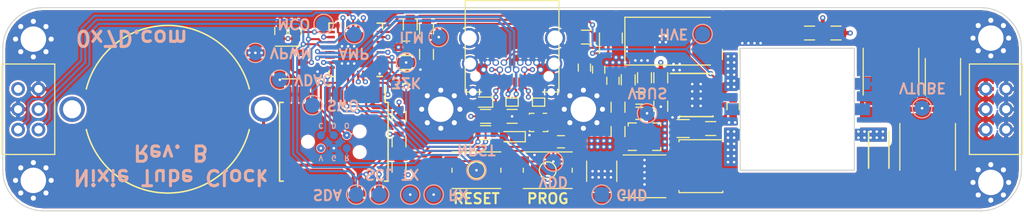
<source format=kicad_pcb>
(kicad_pcb (version 20171130) (host pcbnew "(5.0.2)-1")

  (general
    (thickness 1.6)
    (drawings 39)
    (tracks 618)
    (zones 0)
    (modules 83)
    (nets 57)
  )

  (page A4)
  (layers
    (0 F.Cu jumper)
    (1 In1.Cu jumper)
    (2 In2.Cu jumper)
    (31 B.Cu signal)
    (34 B.Paste user)
    (35 F.Paste user)
    (36 B.SilkS user)
    (37 F.SilkS user)
    (38 B.Mask user)
    (39 F.Mask user)
    (41 Cmts.User user)
    (44 Edge.Cuts user)
    (45 Margin user)
    (46 B.CrtYd user hide)
    (47 F.CrtYd user hide)
    (48 B.Fab user)
    (49 F.Fab user)
  )

  (setup
    (last_trace_width 0.2)
    (user_trace_width 0.15)
    (user_trace_width 0.2)
    (user_trace_width 0.25)
    (user_trace_width 0.3)
    (user_trace_width 0.4)
    (user_trace_width 0.6)
    (user_trace_width 0.8)
    (user_trace_width 1)
    (trace_clearance 0.127)
    (zone_clearance 0.2)
    (zone_45_only no)
    (trace_min 0.127)
    (segment_width 0.2)
    (edge_width 0.1)
    (via_size 0.508)
    (via_drill 0.254)
    (via_min_size 0.508)
    (via_min_drill 0.254)
    (uvia_size 0.3)
    (uvia_drill 0.1)
    (uvias_allowed no)
    (uvia_min_size 0.2)
    (uvia_min_drill 0.1)
    (pcb_text_width 0.3)
    (pcb_text_size 1.5 1.5)
    (mod_edge_width 0.15)
    (mod_text_size 1 1)
    (mod_text_width 0.15)
    (pad_size 1.5 1.5)
    (pad_drill 0)
    (pad_to_mask_clearance 0)
    (solder_mask_min_width 0.1016)
    (aux_axis_origin 0 0)
    (visible_elements 7FF9FFFF)
    (pcbplotparams
      (layerselection 0x010f0_ffffffff)
      (usegerberextensions false)
      (usegerberattributes false)
      (usegerberadvancedattributes false)
      (creategerberjobfile false)
      (excludeedgelayer true)
      (linewidth 0.100000)
      (plotframeref false)
      (viasonmask false)
      (mode 1)
      (useauxorigin false)
      (hpglpennumber 1)
      (hpglpenspeed 20)
      (hpglpendiameter 15.000000)
      (psnegative false)
      (psa4output false)
      (plotreference false)
      (plotvalue false)
      (plotinvisibletext false)
      (padsonsilk false)
      (subtractmaskfromsilk false)
      (outputformat 1)
      (mirror false)
      (drillshape 0)
      (scaleselection 1)
      (outputdirectory "Gerbers/"))
  )

  (net 0 "")
  (net 1 "Net-(Q1-Pad3)")
  (net 2 "Net-(Q1-Pad2)")
  (net 3 "Net-(R1-Pad2)")
  (net 4 "Net-(R6-Pad2)")
  (net 5 "Net-(Q1-Pad1)")
  (net 6 "Net-(C7-Pad1)")
  (net 7 /HV_OUT)
  (net 8 /VDD)
  (net 9 /VNIXIE)
  (net 10 /SCL)
  (net 11 /SDA)
  (net 12 /HV_EN)
  (net 13 "Net-(R8-Pad2)")
  (net 14 "Net-(R10-Pad2)")
  (net 15 /SWO)
  (net 16 /NRST)
  (net 17 /CC1)
  (net 18 /CC2)
  (net 19 /DAC)
  (net 20 /USB_N)
  (net 21 /USB_P)
  (net 22 "Net-(D4-Pad2)")
  (net 23 /SWDIO)
  (net 24 /SWCLK)
  (net 25 "Net-(L1-Pad1)")
  (net 26 "Net-(L1-Pad2)")
  (net 27 "Net-(R7-Pad1)")
  (net 28 /HV_IN)
  (net 29 /USB)
  (net 30 /ILM)
  (net 31 /FAULT)
  (net 32 /RTC)
  (net 33 /32kHz)
  (net 34 "Net-(C5-Pad1)")
  (net 35 "Net-(R16-Pad1)")
  (net 36 /AMP_EN)
  (net 37 "Net-(BT1-Pad1)")
  (net 38 "Net-(C6-Pad1)")
  (net 39 /NIXIE_EN)
  (net 40 /MCO)
  (net 41 /LED)
  (net 42 "Net-(C17-Pad1)")
  (net 43 "Net-(R2-Pad1)")
  (net 44 "Net-(D5-Pad2)")
  (net 45 "Net-(R20-Pad2)")
  (net 46 /GND)
  (net 47 /VBUS)
  (net 48 "Net-(T1-Pad2)")
  (net 49 "Net-(U1-Pad4)")
  (net 50 "Net-(U1-Pad9)")
  (net 51 "Net-(U2-Pad25)")
  (net 52 "Net-(U2-Pad14)")
  (net 53 "Net-(U2-Pad12)")
  (net 54 "Net-(U2-Pad10)")
  (net 55 /UART_TX)
  (net 56 /UART_RX)

  (net_class Default "This is the default net class."
    (clearance 0.127)
    (trace_width 0.127)
    (via_dia 0.508)
    (via_drill 0.254)
    (uvia_dia 0.3)
    (uvia_drill 0.1)
    (diff_pair_gap 0.127)
    (diff_pair_width 0.25)
    (add_net /32kHz)
    (add_net /AMP_EN)
    (add_net /CC1)
    (add_net /CC2)
    (add_net /DAC)
    (add_net /FAULT)
    (add_net /GND)
    (add_net /HV_EN)
    (add_net /HV_IN)
    (add_net /ILM)
    (add_net /LED)
    (add_net /MCO)
    (add_net /NIXIE_EN)
    (add_net /NRST)
    (add_net /RTC)
    (add_net /SCL)
    (add_net /SDA)
    (add_net /SWCLK)
    (add_net /SWDIO)
    (add_net /SWO)
    (add_net /UART_RX)
    (add_net /UART_TX)
    (add_net /USB)
    (add_net /USB_N)
    (add_net /USB_P)
    (add_net /VBUS)
    (add_net /VDD)
    (add_net /VNIXIE)
    (add_net "Net-(BT1-Pad1)")
    (add_net "Net-(C17-Pad1)")
    (add_net "Net-(C5-Pad1)")
    (add_net "Net-(C6-Pad1)")
    (add_net "Net-(C7-Pad1)")
    (add_net "Net-(D4-Pad2)")
    (add_net "Net-(D5-Pad2)")
    (add_net "Net-(L1-Pad1)")
    (add_net "Net-(L1-Pad2)")
    (add_net "Net-(Q1-Pad1)")
    (add_net "Net-(Q1-Pad2)")
    (add_net "Net-(Q1-Pad3)")
    (add_net "Net-(R1-Pad2)")
    (add_net "Net-(R10-Pad2)")
    (add_net "Net-(R16-Pad1)")
    (add_net "Net-(R2-Pad1)")
    (add_net "Net-(R20-Pad2)")
    (add_net "Net-(R6-Pad2)")
    (add_net "Net-(R7-Pad1)")
    (add_net "Net-(R8-Pad2)")
    (add_net "Net-(T1-Pad2)")
    (add_net "Net-(U1-Pad4)")
    (add_net "Net-(U1-Pad9)")
    (add_net "Net-(U2-Pad10)")
    (add_net "Net-(U2-Pad12)")
    (add_net "Net-(U2-Pad14)")
    (add_net "Net-(U2-Pad25)")
  )

  (net_class HV ""
    (clearance 0.4)
    (trace_width 0.2)
    (via_dia 0.508)
    (via_drill 0.254)
    (uvia_dia 0.3)
    (uvia_drill 0.1)
    (diff_pair_gap 0.127)
    (diff_pair_width 0.25)
    (add_net /HV_OUT)
  )

  (module TO_SOT_Packages_SMD:SOT-23-6 (layer F.Cu) (tedit 5BA9CFE5) (tstamp 5BACC2CA)
    (at 128.3 95.4)
    (descr "6-pin SOT-23 package")
    (tags SOT-23-6)
    (path /5BBE6227)
    (attr smd)
    (fp_text reference U5 (at 0 -2.9) (layer F.SilkS) hide
      (effects (font (size 1 1) (thickness 0.15)))
    )
    (fp_text value AD8591 (at 0 2.9) (layer F.Fab)
      (effects (font (size 1 1) (thickness 0.15)))
    )
    (fp_text user %R (at 0 0 90) (layer F.Fab)
      (effects (font (size 0.5 0.5) (thickness 0.075)))
    )
    (fp_line (start -0.9 1.61) (end 0.9 1.61) (layer F.SilkS) (width 0.12))
    (fp_line (start 0.9 -1.61) (end -1.55 -1.61) (layer F.SilkS) (width 0.12))
    (fp_line (start 1.9 -1.8) (end -1.9 -1.8) (layer F.CrtYd) (width 0.05))
    (fp_line (start 1.9 1.8) (end 1.9 -1.8) (layer F.CrtYd) (width 0.05))
    (fp_line (start -1.9 1.8) (end 1.9 1.8) (layer F.CrtYd) (width 0.05))
    (fp_line (start -1.9 -1.8) (end -1.9 1.8) (layer F.CrtYd) (width 0.05))
    (fp_line (start -0.9 -0.9) (end -0.25 -1.55) (layer F.Fab) (width 0.1))
    (fp_line (start 0.9 -1.55) (end -0.25 -1.55) (layer F.Fab) (width 0.1))
    (fp_line (start -0.9 -0.9) (end -0.9 1.55) (layer F.Fab) (width 0.1))
    (fp_line (start 0.9 1.55) (end -0.9 1.55) (layer F.Fab) (width 0.1))
    (fp_line (start 0.9 -1.55) (end 0.9 1.55) (layer F.Fab) (width 0.1))
    (pad 1 smd rect (at -1.1 -0.95) (size 1.06 0.65) (layers F.Cu F.Paste F.Mask)
      (net 9 /VNIXIE))
    (pad 2 smd rect (at -1.1 0) (size 1.06 0.65) (layers F.Cu F.Paste F.Mask)
      (net 46 /GND))
    (pad 3 smd rect (at -1.1 0.95) (size 1.06 0.65) (layers F.Cu F.Paste F.Mask)
      (net 19 /DAC))
    (pad 4 smd rect (at 1.1 0.95) (size 1.06 0.65) (layers F.Cu F.Paste F.Mask)
      (net 9 /VNIXIE))
    (pad 6 smd rect (at 1.1 -0.95) (size 1.06 0.65) (layers F.Cu F.Paste F.Mask)
      (net 8 /VDD))
    (pad 5 smd rect (at 1.1 0) (size 1.06 0.65) (layers F.Cu F.Paste F.Mask)
      (net 36 /AMP_EN))
    (model ${KISYS3DMOD}/TO_SOT_Packages_SMD.3dshapes/SOT-23-6.wrl
      (at (xyz 0 0 0))
      (scale (xyz 1 1 1))
      (rotate (xyz 0 0 0))
    )
  )

  (module TestPoint:TestPoint_Pad_D1.5mm (layer B.Cu) (tedit 5C672C95) (tstamp 5C676987)
    (at 127.2 97.1)
    (descr "SMD pad as test Point, diameter 1.5mm")
    (tags "test point SMD pad")
    (path /5BAB0421)
    (attr virtual)
    (fp_text reference J13 (at 0 1.648) (layer B.SilkS) hide
      (effects (font (size 1 1) (thickness 0.15)) (justify mirror))
    )
    (fp_text value DAC (at 0 -1.75) (layer B.Fab)
      (effects (font (size 1 1) (thickness 0.15)) (justify mirror))
    )
    (fp_circle (center 0 0) (end 0 -0.95) (layer B.SilkS) (width 0.12))
    (fp_circle (center 0 0) (end 1.25 0) (layer B.CrtYd) (width 0.05))
    (fp_text user %R (at 0 1.65) (layer B.Fab)
      (effects (font (size 1 1) (thickness 0.15)) (justify mirror))
    )
    (pad 1 smd circle (at 0 0) (size 1.5 1.5) (layers B.Cu B.Mask)
      (net 19 /DAC))
  )

  (module TestPoint:TestPoint_Pad_D1.5mm (layer B.Cu) (tedit 5C672C60) (tstamp 5C746955)
    (at 140 108.4)
    (descr "SMD pad as test Point, diameter 1.5mm")
    (tags "test point SMD pad")
    (path /5C68D771)
    (attr virtual)
    (fp_text reference J19 (at 0 1.648) (layer B.SilkS) hide
      (effects (font (size 1 1) (thickness 0.15)) (justify mirror))
    )
    (fp_text value TX (at 0 -1.75) (layer B.Fab)
      (effects (font (size 1 1) (thickness 0.15)) (justify mirror))
    )
    (fp_text user %R (at 0 1.65) (layer B.Fab)
      (effects (font (size 1 1) (thickness 0.15)) (justify mirror))
    )
    (fp_circle (center 0 0) (end 1.25 0) (layer B.CrtYd) (width 0.05))
    (fp_circle (center 0 0) (end 0 -0.95) (layer B.SilkS) (width 0.12))
    (pad 1 smd circle (at 0 0) (size 1.5 1.5) (layers B.Cu B.Mask)
      (net 55 /UART_TX))
  )

  (module TestPoint:TestPoint_Pad_D1.5mm (layer B.Cu) (tedit 5C672C88) (tstamp 5C7478C4)
    (at 146.5 106)
    (descr "SMD pad as test Point, diameter 1.5mm")
    (tags "test point SMD pad")
    (path /5BB2EA59)
    (attr virtual)
    (fp_text reference J18 (at 0 1.648) (layer B.SilkS) hide
      (effects (font (size 1 1) (thickness 0.15)) (justify mirror))
    )
    (fp_text value NRST (at 0 -1.75) (layer B.Fab)
      (effects (font (size 1 1) (thickness 0.15)) (justify mirror))
    )
    (fp_circle (center 0 0) (end 0 -0.95) (layer B.SilkS) (width 0.12))
    (fp_circle (center 0 0) (end 1.25 0) (layer B.CrtYd) (width 0.05))
    (fp_text user %R (at 0 1.65) (layer B.Fab)
      (effects (font (size 1 1) (thickness 0.15)) (justify mirror))
    )
    (pad 1 smd circle (at 0 0) (size 1.5 1.5) (layers B.Cu B.Mask)
      (net 16 /NRST))
  )

  (module TestPoint:TestPoint_Pad_D1.5mm (layer B.Cu) (tedit 5C673483) (tstamp 5C74579F)
    (at 130.4 99.6)
    (descr "SMD pad as test Point, diameter 1.5mm")
    (tags "test point SMD pad")
    (path /5BAE0437)
    (attr virtual)
    (fp_text reference J17 (at 0 1.648) (layer B.SilkS) hide
      (effects (font (size 1 1) (thickness 0.15)) (justify mirror))
    )
    (fp_text value SWO (at 0 -1.75) (layer B.Fab)
      (effects (font (size 1 1) (thickness 0.15)) (justify mirror))
    )
    (fp_text user %R (at 0 1.65) (layer B.Fab)
      (effects (font (size 1 1) (thickness 0.15)) (justify mirror))
    )
    (fp_circle (center 0 0) (end 1.25 0) (layer B.CrtYd) (width 0.05))
    (fp_circle (center 0 0) (end 0 -0.95) (layer B.SilkS) (width 0.12))
    (pad 1 smd circle (at 0 0) (size 1.5 1.5) (layers B.Cu B.Mask)
      (net 15 /SWO))
  )

  (module TestPoint:TestPoint_Pad_D1.5mm (layer B.Cu) (tedit 5C672CE4) (tstamp 5C745798)
    (at 163.25 100.4)
    (descr "SMD pad as test Point, diameter 1.5mm")
    (tags "test point SMD pad")
    (path /5BAD1FCF)
    (attr virtual)
    (fp_text reference J16 (at 0 1.648) (layer B.SilkS) hide
      (effects (font (size 1 1) (thickness 0.15)) (justify mirror))
    )
    (fp_text value VBUS (at 0 -1.75) (layer B.Fab)
      (effects (font (size 1 1) (thickness 0.15)) (justify mirror))
    )
    (fp_circle (center 0 0) (end 0 -0.95) (layer B.SilkS) (width 0.12))
    (fp_circle (center 0 0) (end 1.25 0) (layer B.CrtYd) (width 0.05))
    (fp_text user %R (at 0 1.65) (layer B.Fab)
      (effects (font (size 1 1) (thickness 0.15)) (justify mirror))
    )
    (pad 1 smd circle (at 0 0) (size 1.5 1.5) (layers B.Cu B.Mask)
      (net 47 /VBUS))
  )

  (module TestPoint:TestPoint_Pad_D1.5mm (layer B.Cu) (tedit 5C672C9A) (tstamp 5C676D11)
    (at 124.8 94.45)
    (descr "SMD pad as test Point, diameter 1.5mm")
    (tags "test point SMD pad")
    (path /5BAF3226)
    (attr virtual)
    (fp_text reference J15 (at 0 1.648) (layer B.SilkS) hide
      (effects (font (size 1 1) (thickness 0.15)) (justify mirror))
    )
    (fp_text value VNIXIE (at 0 -1.75) (layer B.Fab)
      (effects (font (size 1 1) (thickness 0.15)) (justify mirror))
    )
    (fp_text user %R (at 0 1.65) (layer B.Fab)
      (effects (font (size 1 1) (thickness 0.15)) (justify mirror))
    )
    (fp_circle (center 0 0) (end 1.25 0) (layer B.CrtYd) (width 0.05))
    (fp_circle (center 0 0) (end 0 -0.95) (layer B.SilkS) (width 0.12))
    (pad 1 smd circle (at 0 0) (size 1.5 1.5) (layers B.Cu B.Mask)
      (net 9 /VNIXIE))
  )

  (module TestPoint:TestPoint_Pad_D1.5mm (layer B.Cu) (tedit 5C672C83) (tstamp 5C74578A)
    (at 154.05 105.15)
    (descr "SMD pad as test Point, diameter 1.5mm")
    (tags "test point SMD pad")
    (path /5BAB2A61)
    (attr virtual)
    (fp_text reference J14 (at 0 1.648) (layer B.SilkS) hide
      (effects (font (size 1 1) (thickness 0.15)) (justify mirror))
    )
    (fp_text value VDD (at 0 -1.75) (layer B.Fab)
      (effects (font (size 1 1) (thickness 0.15)) (justify mirror))
    )
    (fp_circle (center 0 0) (end 0 -0.95) (layer B.SilkS) (width 0.12))
    (fp_circle (center 0 0) (end 1.25 0) (layer B.CrtYd) (width 0.05))
    (fp_text user %R (at 0 1.65) (layer B.Fab)
      (effects (font (size 1 1) (thickness 0.15)) (justify mirror))
    )
    (pad 1 smd circle (at 0 0) (size 1.5 1.5) (layers B.Cu B.Mask)
      (net 8 /VDD))
  )

  (module TestPoint:TestPoint_Pad_D1.5mm (layer B.Cu) (tedit 5C672C6B) (tstamp 5C7467C0)
    (at 136.95 108.4)
    (descr "SMD pad as test Point, diameter 1.5mm")
    (tags "test point SMD pad")
    (path /5BAC8048)
    (attr virtual)
    (fp_text reference J11 (at 0 1.648) (layer B.SilkS) hide
      (effects (font (size 1 1) (thickness 0.15)) (justify mirror))
    )
    (fp_text value SCL (at 0 -1.75) (layer B.Fab)
      (effects (font (size 1 1) (thickness 0.15)) (justify mirror))
    )
    (fp_text user %R (at 0 1.65) (layer B.Fab)
      (effects (font (size 1 1) (thickness 0.15)) (justify mirror))
    )
    (fp_circle (center 0 0) (end 1.25 0) (layer B.CrtYd) (width 0.05))
    (fp_circle (center 0 0) (end 0 -0.95) (layer B.SilkS) (width 0.12))
    (pad 1 smd circle (at 0 0) (size 1.5 1.5) (layers B.Cu B.Mask)
      (net 10 /SCL))
  )

  (module TestPoint:TestPoint_Pad_D1.5mm (layer B.Cu) (tedit 5C672CD6) (tstamp 5C74577C)
    (at 134.5 92.6)
    (descr "SMD pad as test Point, diameter 1.5mm")
    (tags "test point SMD pad")
    (path /5BAC83B4)
    (attr virtual)
    (fp_text reference J9 (at 0 1.648) (layer B.SilkS) hide
      (effects (font (size 1 1) (thickness 0.15)) (justify mirror))
    )
    (fp_text value AMP_EN (at 0 -1.75) (layer B.Fab)
      (effects (font (size 1 1) (thickness 0.15)) (justify mirror))
    )
    (fp_circle (center 0 0) (end 0 -0.95) (layer B.SilkS) (width 0.12))
    (fp_circle (center 0 0) (end 1.25 0) (layer B.CrtYd) (width 0.05))
    (fp_text user %R (at 0 1.65) (layer B.Fab)
      (effects (font (size 1 1) (thickness 0.15)) (justify mirror))
    )
    (pad 1 smd circle (at 0 0) (size 1.5 1.5) (layers B.Cu B.Mask)
      (net 36 /AMP_EN))
  )

  (module TestPoint:TestPoint_Pad_D1.5mm (layer B.Cu) (tedit 5C672CEE) (tstamp 5C745775)
    (at 190.25 99.9)
    (descr "SMD pad as test Point, diameter 1.5mm")
    (tags "test point SMD pad")
    (path /5BAB35ED)
    (attr virtual)
    (fp_text reference J8 (at 0 1.648) (layer B.SilkS) hide
      (effects (font (size 1 1) (thickness 0.15)) (justify mirror))
    )
    (fp_text value HV_OUT (at 0 -1.75) (layer B.Fab)
      (effects (font (size 1 1) (thickness 0.15)) (justify mirror))
    )
    (fp_text user %R (at 0 1.65) (layer B.Fab)
      (effects (font (size 1 1) (thickness 0.15)) (justify mirror))
    )
    (fp_circle (center 0 0) (end 1.25 0) (layer B.CrtYd) (width 0.05))
    (fp_circle (center 0 0) (end 0 -0.95) (layer B.SilkS) (width 0.12))
    (pad 1 smd circle (at 0 0) (size 1.5 1.5) (layers B.Cu B.Mask)
      (net 7 /HV_OUT))
  )

  (module TestPoint:TestPoint_Pad_D1.5mm (layer B.Cu) (tedit 5C672CE8) (tstamp 5C74576E)
    (at 168.7 92.6)
    (descr "SMD pad as test Point, diameter 1.5mm")
    (tags "test point SMD pad")
    (path /5BA9F87B)
    (attr virtual)
    (fp_text reference J7 (at 0 1.648) (layer B.SilkS) hide
      (effects (font (size 1 1) (thickness 0.15)) (justify mirror))
    )
    (fp_text value HV_EN (at 0 -1.75) (layer B.Fab)
      (effects (font (size 1 1) (thickness 0.15)) (justify mirror))
    )
    (fp_circle (center 0 0) (end 0 -0.95) (layer B.SilkS) (width 0.12))
    (fp_circle (center 0 0) (end 1.25 0) (layer B.CrtYd) (width 0.05))
    (fp_text user %R (at 0 1.65) (layer B.Fab)
      (effects (font (size 1 1) (thickness 0.15)) (justify mirror))
    )
    (pad 1 smd circle (at 0 0) (size 1.5 1.5) (layers B.Cu B.Mask)
      (net 12 /HV_EN))
  )

  (module TestPoint:TestPoint_Pad_D1.5mm (layer B.Cu) (tedit 5C672CDA) (tstamp 5C745767)
    (at 142.8 92.9)
    (descr "SMD pad as test Point, diameter 1.5mm")
    (tags "test point SMD pad")
    (path /5BAA5791)
    (attr virtual)
    (fp_text reference J6 (at 0 1.648) (layer B.SilkS) hide
      (effects (font (size 1 1) (thickness 0.15)) (justify mirror))
    )
    (fp_text value ILM (at 0 -1.75) (layer B.Fab)
      (effects (font (size 1 1) (thickness 0.15)) (justify mirror))
    )
    (fp_text user %R (at 0 1.65) (layer B.Fab)
      (effects (font (size 1 1) (thickness 0.15)) (justify mirror))
    )
    (fp_circle (center 0 0) (end 1.25 0) (layer B.CrtYd) (width 0.05))
    (fp_circle (center 0 0) (end 0 -0.95) (layer B.SilkS) (width 0.12))
    (pad 1 smd circle (at 0 0) (size 1.5 1.5) (layers B.Cu B.Mask)
      (net 30 /ILM))
  )

  (module TestPoint:TestPoint_Pad_D1.5mm (layer B.Cu) (tedit 5C672CA7) (tstamp 5C745760)
    (at 131.5 91.6)
    (descr "SMD pad as test Point, diameter 1.5mm")
    (tags "test point SMD pad")
    (path /5B649686)
    (attr virtual)
    (fp_text reference J5 (at 0 1.648) (layer B.SilkS) hide
      (effects (font (size 1 1) (thickness 0.15)) (justify mirror))
    )
    (fp_text value MCO (at 0 -1.75) (layer B.Fab)
      (effects (font (size 1 1) (thickness 0.15)) (justify mirror))
    )
    (fp_circle (center 0 0) (end 0 -0.95) (layer B.SilkS) (width 0.12))
    (fp_circle (center 0 0) (end 1.25 0) (layer B.CrtYd) (width 0.05))
    (fp_text user %R (at 0 1.65) (layer B.Fab)
      (effects (font (size 1 1) (thickness 0.15)) (justify mirror))
    )
    (pad 1 smd circle (at 0 0) (size 1.5 1.5) (layers B.Cu B.Mask)
      (net 40 /MCO))
  )

  (module TestPoint:TestPoint_Pad_D1.5mm (layer B.Cu) (tedit 5C672C7E) (tstamp 5C746862)
    (at 134.7 108.4)
    (descr "SMD pad as test Point, diameter 1.5mm")
    (tags "test point SMD pad")
    (path /5BAC80D4)
    (attr virtual)
    (fp_text reference J12 (at 0 1.648) (layer B.SilkS) hide
      (effects (font (size 1 1) (thickness 0.15)) (justify mirror))
    )
    (fp_text value SDA (at 0 -1.75) (layer B.Fab)
      (effects (font (size 1 1) (thickness 0.15)) (justify mirror))
    )
    (fp_text user %R (at 0 1.65) (layer B.Fab)
      (effects (font (size 1 1) (thickness 0.15)) (justify mirror))
    )
    (fp_circle (center 0 0) (end 1.25 0) (layer B.CrtYd) (width 0.05))
    (fp_circle (center 0 0) (end 0 -0.95) (layer B.SilkS) (width 0.12))
    (pad 1 smd circle (at 0 0) (size 1.5 1.5) (layers B.Cu B.Mask)
      (net 11 /SDA))
  )

  (module TestPoint:TestPoint_Pad_D1.5mm (layer B.Cu) (tedit 5C672C65) (tstamp 5C746931)
    (at 142.3 108.4)
    (descr "SMD pad as test Point, diameter 1.5mm")
    (tags "test point SMD pad")
    (path /5C68D805)
    (attr virtual)
    (fp_text reference J20 (at 0 1.648) (layer B.SilkS) hide
      (effects (font (size 1 1) (thickness 0.15)) (justify mirror))
    )
    (fp_text value RX (at 0 -1.75) (layer B.Fab)
      (effects (font (size 1 1) (thickness 0.15)) (justify mirror))
    )
    (fp_circle (center 0 0) (end 0 -0.95) (layer B.SilkS) (width 0.12))
    (fp_circle (center 0 0) (end 1.25 0) (layer B.CrtYd) (width 0.05))
    (fp_text user %R (at 0 1.65) (layer B.Fab)
      (effects (font (size 1 1) (thickness 0.15)) (justify mirror))
    )
    (pad 1 smd circle (at 0 0) (size 1.5 1.5) (layers B.Cu B.Mask)
      (net 56 /UART_RX))
  )

  (module TestPoint:TestPoint_Pad_D1.5mm (layer B.Cu) (tedit 5C672CDF) (tstamp 5C74574A)
    (at 139.6 95.4)
    (descr "SMD pad as test Point, diameter 1.5mm")
    (tags "test point SMD pad")
    (path /5BAC8BC2)
    (attr virtual)
    (fp_text reference J10 (at 0 1.648) (layer B.SilkS) hide
      (effects (font (size 1 1) (thickness 0.15)) (justify mirror))
    )
    (fp_text value 32kHz (at 0 -1.75) (layer B.Fab)
      (effects (font (size 1 1) (thickness 0.15)) (justify mirror))
    )
    (fp_text user %R (at 0 1.65) (layer B.Fab)
      (effects (font (size 1 1) (thickness 0.15)) (justify mirror))
    )
    (fp_circle (center 0 0) (end 1.25 0) (layer B.CrtYd) (width 0.05))
    (fp_circle (center 0 0) (end 0 -0.95) (layer B.SilkS) (width 0.12))
    (pad 1 smd circle (at 0 0) (size 1.5 1.5) (layers B.Cu B.Mask)
      (net 33 /32kHz))
  )

  (module Housings_DFN_QFN:QFN-32-1EP_5x5mm_Pitch0.5mm (layer F.Cu) (tedit 5BA9CFDF) (tstamp 5BABF1F1)
    (at 134.65 94.15 180)
    (descr "UH Package; 32-Lead Plastic QFN (5mm x 5mm); (see Linear Technology QFN_32_05-08-1693.pdf)")
    (tags "QFN 0.5")
    (path /5B622DF7)
    (attr smd)
    (fp_text reference U2 (at 0 -3.75 180) (layer F.SilkS) hide
      (effects (font (size 1 1) (thickness 0.15)))
    )
    (fp_text value STM32L432K (at 0 3.75 180) (layer F.Fab)
      (effects (font (size 1 1) (thickness 0.15)))
    )
    (fp_line (start 2.625 -2.625) (end 2.1 -2.625) (layer F.SilkS) (width 0.15))
    (fp_line (start 2.625 2.625) (end 2.1 2.625) (layer F.SilkS) (width 0.15))
    (fp_line (start -2.625 2.625) (end -2.1 2.625) (layer F.SilkS) (width 0.15))
    (fp_line (start -2.625 -2.625) (end -2.1 -2.625) (layer F.SilkS) (width 0.15))
    (fp_line (start 2.625 2.625) (end 2.625 2.1) (layer F.SilkS) (width 0.15))
    (fp_line (start -2.625 2.625) (end -2.625 2.1) (layer F.SilkS) (width 0.15))
    (fp_line (start 2.625 -2.625) (end 2.625 -2.1) (layer F.SilkS) (width 0.15))
    (fp_line (start -3 3) (end 3 3) (layer F.CrtYd) (width 0.05))
    (fp_line (start -3 -3) (end 3 -3) (layer F.CrtYd) (width 0.05))
    (fp_line (start 3 -3) (end 3 3) (layer F.CrtYd) (width 0.05))
    (fp_line (start -3 -3) (end -3 3) (layer F.CrtYd) (width 0.05))
    (fp_line (start -2.5 -1.5) (end -1.5 -2.5) (layer F.Fab) (width 0.15))
    (fp_line (start -2.5 2.5) (end -2.5 -1.5) (layer F.Fab) (width 0.15))
    (fp_line (start 2.5 2.5) (end -2.5 2.5) (layer F.Fab) (width 0.15))
    (fp_line (start 2.5 -2.5) (end 2.5 2.5) (layer F.Fab) (width 0.15))
    (fp_line (start -1.5 -2.5) (end 2.5 -2.5) (layer F.Fab) (width 0.15))
    (pad 33 smd rect (at -0.8625 -0.8625 180) (size 1.725 1.725) (layers F.Cu F.Paste F.Mask)
      (net 46 /GND) (solder_paste_margin_ratio -0.2))
    (pad 33 smd rect (at -0.8625 0.8625 180) (size 1.725 1.725) (layers F.Cu F.Paste F.Mask)
      (net 46 /GND) (solder_paste_margin_ratio -0.2))
    (pad 33 smd rect (at 0.8625 -0.8625 180) (size 1.725 1.725) (layers F.Cu F.Paste F.Mask)
      (net 46 /GND) (solder_paste_margin_ratio -0.2))
    (pad 33 smd rect (at 0.8625 0.8625 180) (size 1.725 1.725) (layers F.Cu F.Paste F.Mask)
      (net 46 /GND) (solder_paste_margin_ratio -0.2))
    (pad 32 smd rect (at -1.75 -2.4 270) (size 0.7 0.25) (layers F.Cu F.Paste F.Mask)
      (net 46 /GND))
    (pad 31 smd rect (at -1.25 -2.4 270) (size 0.7 0.25) (layers F.Cu F.Paste F.Mask)
      (net 43 "Net-(R2-Pad1)"))
    (pad 30 smd rect (at -0.75 -2.4 270) (size 0.7 0.25) (layers F.Cu F.Paste F.Mask)
      (net 56 /UART_RX))
    (pad 29 smd rect (at -0.25 -2.4 270) (size 0.7 0.25) (layers F.Cu F.Paste F.Mask)
      (net 55 /UART_TX))
    (pad 28 smd rect (at 0.25 -2.4 270) (size 0.7 0.25) (layers F.Cu F.Paste F.Mask)
      (net 32 /RTC))
    (pad 27 smd rect (at 0.75 -2.4 270) (size 0.7 0.25) (layers F.Cu F.Paste F.Mask)
      (net 29 /USB))
    (pad 26 smd rect (at 1.25 -2.4 270) (size 0.7 0.25) (layers F.Cu F.Paste F.Mask)
      (net 15 /SWO))
    (pad 25 smd rect (at 1.75 -2.4 270) (size 0.7 0.25) (layers F.Cu F.Paste F.Mask)
      (net 51 "Net-(U2-Pad25)"))
    (pad 24 smd rect (at 2.4 -1.75 180) (size 0.7 0.25) (layers F.Cu F.Paste F.Mask)
      (net 24 /SWCLK))
    (pad 23 smd rect (at 2.4 -1.25 180) (size 0.7 0.25) (layers F.Cu F.Paste F.Mask)
      (net 23 /SWDIO))
    (pad 22 smd rect (at 2.4 -0.75 180) (size 0.7 0.25) (layers F.Cu F.Paste F.Mask)
      (net 21 /USB_P))
    (pad 21 smd rect (at 2.4 -0.25 180) (size 0.7 0.25) (layers F.Cu F.Paste F.Mask)
      (net 20 /USB_N))
    (pad 20 smd rect (at 2.4 0.25 180) (size 0.7 0.25) (layers F.Cu F.Paste F.Mask)
      (net 11 /SDA))
    (pad 19 smd rect (at 2.4 0.75 180) (size 0.7 0.25) (layers F.Cu F.Paste F.Mask)
      (net 10 /SCL))
    (pad 18 smd rect (at 2.4 1.25 180) (size 0.7 0.25) (layers F.Cu F.Paste F.Mask)
      (net 40 /MCO))
    (pad 17 smd rect (at 2.4 1.75 180) (size 0.7 0.25) (layers F.Cu F.Paste F.Mask)
      (net 8 /VDD))
    (pad 16 smd rect (at 1.75 2.4 270) (size 0.7 0.25) (layers F.Cu F.Paste F.Mask)
      (net 46 /GND))
    (pad 15 smd rect (at 1.25 2.4 270) (size 0.7 0.25) (layers F.Cu F.Paste F.Mask)
      (net 36 /AMP_EN))
    (pad 14 smd rect (at 0.75 2.4 270) (size 0.7 0.25) (layers F.Cu F.Paste F.Mask)
      (net 52 "Net-(U2-Pad14)"))
    (pad 13 smd rect (at 0.25 2.4 270) (size 0.7 0.25) (layers F.Cu F.Paste F.Mask)
      (net 39 /NIXIE_EN))
    (pad 12 smd rect (at -0.25 2.4 270) (size 0.7 0.25) (layers F.Cu F.Paste F.Mask)
      (net 53 "Net-(U2-Pad12)"))
    (pad 11 smd rect (at -0.75 2.4 270) (size 0.7 0.25) (layers F.Cu F.Paste F.Mask)
      (net 19 /DAC))
    (pad 10 smd rect (at -1.25 2.4 270) (size 0.7 0.25) (layers F.Cu F.Paste F.Mask)
      (net 54 "Net-(U2-Pad10)"))
    (pad 9 smd rect (at -1.75 2.4 270) (size 0.7 0.25) (layers F.Cu F.Paste F.Mask)
      (net 31 /FAULT))
    (pad 8 smd rect (at -2.4 1.75 180) (size 0.7 0.25) (layers F.Cu F.Paste F.Mask)
      (net 12 /HV_EN))
    (pad 7 smd rect (at -2.4 1.25 180) (size 0.7 0.25) (layers F.Cu F.Paste F.Mask)
      (net 45 "Net-(R20-Pad2)"))
    (pad 6 smd rect (at -2.4 0.75 180) (size 0.7 0.25) (layers F.Cu F.Paste F.Mask)
      (net 30 /ILM))
    (pad 5 smd rect (at -2.4 0.25 180) (size 0.7 0.25) (layers F.Cu F.Paste F.Mask)
      (net 8 /VDD))
    (pad 4 smd rect (at -2.4 -0.25 180) (size 0.7 0.25) (layers F.Cu F.Paste F.Mask)
      (net 16 /NRST))
    (pad 3 smd rect (at -2.4 -0.75 180) (size 0.7 0.25) (layers F.Cu F.Paste F.Mask)
      (net 41 /LED))
    (pad 2 smd rect (at -2.4 -1.25 180) (size 0.7 0.25) (layers F.Cu F.Paste F.Mask)
      (net 33 /32kHz))
    (pad 1 smd rect (at -2.4 -1.75 180) (size 0.7 0.25) (layers F.Cu F.Paste F.Mask)
      (net 8 /VDD))
    (model ${KISYS3DMOD}/Housings_DFN_QFN.3dshapes/QFN-32-1EP_5x5mm_Pitch0.5mm.wrl
      (at (xyz 0 0 0))
      (scale (xyz 1 1 1))
      (rotate (xyz 0 0 0))
    )
  )

  (module Capacitors_SMD:C_1210 (layer F.Cu) (tedit 5C65E3A1) (tstamp 5C5F866E)
    (at 158.8 106.1 90)
    (descr "Capacitor SMD 1210, reflow soldering, AVX (see smccp.pdf)")
    (tags "capacitor 1210")
    (path /5BBA5067)
    (attr smd)
    (fp_text reference C11 (at 0 -2.25 90) (layer F.SilkS) hide
      (effects (font (size 1 1) (thickness 0.15)))
    )
    (fp_text value 220uF (at 0 2.5 90) (layer F.Fab)
      (effects (font (size 1 1) (thickness 0.15)))
    )
    (fp_text user %R (at 0 -2.25 90) (layer F.Fab)
      (effects (font (size 1 1) (thickness 0.15)))
    )
    (fp_line (start -1.6 1.25) (end -1.6 -1.25) (layer F.Fab) (width 0.1))
    (fp_line (start 1.6 1.25) (end -1.6 1.25) (layer F.Fab) (width 0.1))
    (fp_line (start 1.6 -1.25) (end 1.6 1.25) (layer F.Fab) (width 0.1))
    (fp_line (start -1.6 -1.25) (end 1.6 -1.25) (layer F.Fab) (width 0.1))
    (fp_line (start 1 -1.48) (end -1 -1.48) (layer F.SilkS) (width 0.12))
    (fp_line (start -1 1.48) (end 1 1.48) (layer F.SilkS) (width 0.12))
    (fp_line (start -2.25 -1.5) (end 2.25 -1.5) (layer F.CrtYd) (width 0.05))
    (fp_line (start -2.25 -1.5) (end -2.25 1.5) (layer F.CrtYd) (width 0.05))
    (fp_line (start 2.25 1.5) (end 2.25 -1.5) (layer F.CrtYd) (width 0.05))
    (fp_line (start 2.25 1.5) (end -2.25 1.5) (layer F.CrtYd) (width 0.05))
    (pad 1 smd rect (at -1.5 0 90) (size 1 2.5) (layers F.Cu F.Paste F.Mask)
      (net 46 /GND))
    (pad 2 smd rect (at 1.5 0 90) (size 1 2.5) (layers F.Cu F.Paste F.Mask)
      (net 8 /VDD))
    (model Capacitors_SMD.3dshapes/C_1210.wrl
      (at (xyz 0 0 0))
      (scale (xyz 1 1 1))
      (rotate (xyz 0 0 0))
    )
  )

  (module Resistors_SMD:R_0603 (layer F.Cu) (tedit 5BB3C810) (tstamp 5BB4849E)
    (at 181.8 92.5 180)
    (descr "Resistor SMD 0603, reflow soldering, Vishay (see dcrcw.pdf)")
    (tags "resistor 0603")
    (path /5BB58A31)
    (attr smd)
    (fp_text reference R20 (at 0 -1.45 180) (layer F.SilkS) hide
      (effects (font (size 1 1) (thickness 0.15)))
    )
    (fp_text value 1M (at 0 1.5 180) (layer F.Fab)
      (effects (font (size 1 1) (thickness 0.15)))
    )
    (fp_text user %R (at 0 0 180) (layer F.Fab)
      (effects (font (size 0.4 0.4) (thickness 0.075)))
    )
    (fp_line (start -0.8 0.4) (end -0.8 -0.4) (layer F.Fab) (width 0.1))
    (fp_line (start 0.8 0.4) (end -0.8 0.4) (layer F.Fab) (width 0.1))
    (fp_line (start 0.8 -0.4) (end 0.8 0.4) (layer F.Fab) (width 0.1))
    (fp_line (start -0.8 -0.4) (end 0.8 -0.4) (layer F.Fab) (width 0.1))
    (fp_line (start 0.5 0.68) (end -0.5 0.68) (layer F.SilkS) (width 0.12))
    (fp_line (start -0.5 -0.68) (end 0.5 -0.68) (layer F.SilkS) (width 0.12))
    (fp_line (start -1.25 -0.7) (end 1.25 -0.7) (layer F.CrtYd) (width 0.05))
    (fp_line (start -1.25 -0.7) (end -1.25 0.7) (layer F.CrtYd) (width 0.05))
    (fp_line (start 1.25 0.7) (end 1.25 -0.7) (layer F.CrtYd) (width 0.05))
    (fp_line (start 1.25 0.7) (end -1.25 0.7) (layer F.CrtYd) (width 0.05))
    (pad 1 smd rect (at -0.75 0 180) (size 0.5 0.9) (layers F.Cu F.Paste F.Mask)
      (net 7 /HV_OUT))
    (pad 2 smd rect (at 0.75 0 180) (size 0.5 0.9) (layers F.Cu F.Paste F.Mask)
      (net 45 "Net-(R20-Pad2)"))
    (model ${KISYS3DMOD}/Resistors_SMD.3dshapes/R_0603.wrl
      (at (xyz 0 0 0))
      (scale (xyz 1 1 1))
      (rotate (xyz 0 0 0))
    )
  )

  (module Resistors_SMD:R_0603 (layer F.Cu) (tedit 5BB3C814) (tstamp 5BB480F2)
    (at 179.2 92.5)
    (descr "Resistor SMD 0603, reflow soldering, Vishay (see dcrcw.pdf)")
    (tags "resistor 0603")
    (path /5BB58B15)
    (attr smd)
    (fp_text reference R21 (at 0 -1.45) (layer F.SilkS) hide
      (effects (font (size 1 1) (thickness 0.15)))
    )
    (fp_text value 15k (at 0 1.5) (layer F.Fab)
      (effects (font (size 1 1) (thickness 0.15)))
    )
    (fp_line (start 1.25 0.7) (end -1.25 0.7) (layer F.CrtYd) (width 0.05))
    (fp_line (start 1.25 0.7) (end 1.25 -0.7) (layer F.CrtYd) (width 0.05))
    (fp_line (start -1.25 -0.7) (end -1.25 0.7) (layer F.CrtYd) (width 0.05))
    (fp_line (start -1.25 -0.7) (end 1.25 -0.7) (layer F.CrtYd) (width 0.05))
    (fp_line (start -0.5 -0.68) (end 0.5 -0.68) (layer F.SilkS) (width 0.12))
    (fp_line (start 0.5 0.68) (end -0.5 0.68) (layer F.SilkS) (width 0.12))
    (fp_line (start -0.8 -0.4) (end 0.8 -0.4) (layer F.Fab) (width 0.1))
    (fp_line (start 0.8 -0.4) (end 0.8 0.4) (layer F.Fab) (width 0.1))
    (fp_line (start 0.8 0.4) (end -0.8 0.4) (layer F.Fab) (width 0.1))
    (fp_line (start -0.8 0.4) (end -0.8 -0.4) (layer F.Fab) (width 0.1))
    (fp_text user %R (at 0 0) (layer F.Fab)
      (effects (font (size 0.4 0.4) (thickness 0.075)))
    )
    (pad 2 smd rect (at 0.75 0) (size 0.5 0.9) (layers F.Cu F.Paste F.Mask)
      (net 45 "Net-(R20-Pad2)"))
    (pad 1 smd rect (at -0.75 0) (size 0.5 0.9) (layers F.Cu F.Paste F.Mask)
      (net 46 /GND))
    (model ${KISYS3DMOD}/Resistors_SMD.3dshapes/R_0603.wrl
      (at (xyz 0 0 0))
      (scale (xyz 1 1 1))
      (rotate (xyz 0 0 0))
    )
  )

  (module "Custom Parts:Inductor_4.1x4.1mm" (layer F.Cu) (tedit 5BB31255) (tstamp 5BB334A6)
    (at 163 106.6 180)
    (descr "Inductor, Taiyo Yuden, NR series, Taiyo-Yuden_NR-40xx, 4.0mmx4.0mm")
    (tags "inductor taiyo-yuden nr smd")
    (path /5B16755A)
    (attr smd)
    (fp_text reference L1 (at 0 -3 180) (layer F.SilkS) hide
      (effects (font (size 1 1) (thickness 0.15)))
    )
    (fp_text value 1uH (at 0 3.5 180) (layer F.Fab)
      (effects (font (size 1 1) (thickness 0.15)))
    )
    (fp_text user %R (at 0 0 180) (layer F.Fab)
      (effects (font (size 1 1) (thickness 0.15)))
    )
    (fp_line (start -2.1 -2.1) (end 2.1 -2.1) (layer F.SilkS) (width 0.12))
    (fp_line (start -2.1 2.1) (end 2.1 2.1) (layer F.SilkS) (width 0.12))
    (fp_line (start -2.25 -2.25) (end -2.25 2.25) (layer F.CrtYd) (width 0.05))
    (fp_line (start -2.25 2.25) (end 2.25 2.25) (layer F.CrtYd) (width 0.05))
    (fp_line (start 2.25 2.25) (end 2.25 -2.25) (layer F.CrtYd) (width 0.05))
    (fp_line (start 2.25 -2.25) (end -2.25 -2.25) (layer F.CrtYd) (width 0.05))
    (fp_line (start -2.05 -2.05) (end -2.05 2.05) (layer F.Fab) (width 0.12))
    (fp_line (start -2.05 2.05) (end 2.05 2.05) (layer F.Fab) (width 0.12))
    (fp_line (start 2.05 2.05) (end 2.05 -2.05) (layer F.Fab) (width 0.12))
    (fp_line (start 2.05 -2.05) (end -2.05 -2.05) (layer F.Fab) (width 0.12))
    (pad 1 smd rect (at -1.2 0 180) (size 1 3.8) (layers F.Cu F.Paste F.Mask)
      (net 25 "Net-(L1-Pad1)"))
    (pad 2 smd rect (at 1.2 0 180) (size 1 3.8) (layers F.Cu F.Paste F.Mask)
      (net 26 "Net-(L1-Pad2)"))
    (model ${KISYS3DMOD}/Inductors_SMD.3dshapes/L_Taiyo-Yuden_NR-40xx.wrl
      (at (xyz 0 0 0))
      (scale (xyz 1 1 1))
      (rotate (xyz 0 0 0))
    )
  )

  (module Capacitors_SMD:C_0603 (layer F.Cu) (tedit 5BADAEAD) (tstamp 5BB497E8)
    (at 157.1 95.9 270)
    (descr "Capacitor SMD 0603, reflow soldering, AVX (see smccp.pdf)")
    (tags "capacitor 0603")
    (path /5BAFD7B9)
    (attr smd)
    (fp_text reference C17 (at 0 -1.5 270) (layer F.SilkS) hide
      (effects (font (size 1 1) (thickness 0.15)))
    )
    (fp_text value SLEW (at 0 1.5 270) (layer F.Fab)
      (effects (font (size 1 1) (thickness 0.15)))
    )
    (fp_text user %R (at 0 0 270) (layer F.Fab)
      (effects (font (size 0.3 0.3) (thickness 0.075)))
    )
    (fp_line (start -0.8 0.4) (end -0.8 -0.4) (layer F.Fab) (width 0.1))
    (fp_line (start 0.8 0.4) (end -0.8 0.4) (layer F.Fab) (width 0.1))
    (fp_line (start 0.8 -0.4) (end 0.8 0.4) (layer F.Fab) (width 0.1))
    (fp_line (start -0.8 -0.4) (end 0.8 -0.4) (layer F.Fab) (width 0.1))
    (fp_line (start -0.35 -0.6) (end 0.35 -0.6) (layer F.SilkS) (width 0.12))
    (fp_line (start 0.35 0.6) (end -0.35 0.6) (layer F.SilkS) (width 0.12))
    (fp_line (start -1.4 -0.65) (end 1.4 -0.65) (layer F.CrtYd) (width 0.05))
    (fp_line (start -1.4 -0.65) (end -1.4 0.65) (layer F.CrtYd) (width 0.05))
    (fp_line (start 1.4 0.65) (end 1.4 -0.65) (layer F.CrtYd) (width 0.05))
    (fp_line (start 1.4 0.65) (end -1.4 0.65) (layer F.CrtYd) (width 0.05))
    (pad 1 smd rect (at -0.75 0 270) (size 0.8 0.75) (layers F.Cu F.Paste F.Mask)
      (net 42 "Net-(C17-Pad1)"))
    (pad 2 smd rect (at 0.75 0 270) (size 0.8 0.75) (layers F.Cu F.Paste F.Mask)
      (net 46 /GND))
    (model Capacitors_SMD.3dshapes/C_0603.wrl
      (at (xyz 0 0 0))
      (scale (xyz 1 1 1))
      (rotate (xyz 0 0 0))
    )
  )

  (module LEDs:LED_0603 (layer F.Cu) (tedit 5BAD15AF) (tstamp 5BB42ECB)
    (at 150 102.7 180)
    (descr "LED 0603 smd package")
    (tags "LED led 0603 SMD smd SMT smt smdled SMDLED smtled SMTLED")
    (path /5BADCAA0)
    (attr smd)
    (fp_text reference D5 (at 0 -1.25 180) (layer F.SilkS) hide
      (effects (font (size 1 1) (thickness 0.15)))
    )
    (fp_text value LED (at 0 1.35 180) (layer F.Fab)
      (effects (font (size 1 1) (thickness 0.15)))
    )
    (fp_line (start -1.45 -0.65) (end 1.45 -0.65) (layer F.CrtYd) (width 0.05))
    (fp_line (start -1.45 0.65) (end -1.45 -0.65) (layer F.CrtYd) (width 0.05))
    (fp_line (start 1.45 0.65) (end -1.45 0.65) (layer F.CrtYd) (width 0.05))
    (fp_line (start 1.45 -0.65) (end 1.45 0.65) (layer F.CrtYd) (width 0.05))
    (fp_line (start -1.3 -0.5) (end 0.8 -0.5) (layer F.SilkS) (width 0.12))
    (fp_line (start -1.3 0.5) (end 0.8 0.5) (layer F.SilkS) (width 0.12))
    (fp_line (start -0.8 0.4) (end -0.8 -0.4) (layer F.Fab) (width 0.1))
    (fp_line (start -0.8 -0.4) (end 0.8 -0.4) (layer F.Fab) (width 0.1))
    (fp_line (start 0.8 -0.4) (end 0.8 0.4) (layer F.Fab) (width 0.1))
    (fp_line (start 0.8 0.4) (end -0.8 0.4) (layer F.Fab) (width 0.1))
    (fp_line (start 0.15 -0.2) (end 0.15 0.2) (layer F.Fab) (width 0.1))
    (fp_line (start 0.15 0.2) (end -0.15 0) (layer F.Fab) (width 0.1))
    (fp_line (start -0.15 0) (end 0.15 -0.2) (layer F.Fab) (width 0.1))
    (fp_line (start -0.2 -0.2) (end -0.2 0.2) (layer F.Fab) (width 0.1))
    (fp_line (start -1.3 -0.5) (end -1.3 0.5) (layer F.SilkS) (width 0.12))
    (pad 1 smd rect (at -0.8 0) (size 0.8 0.8) (layers F.Cu F.Paste F.Mask)
      (net 46 /GND))
    (pad 2 smd rect (at 0.8 0) (size 0.8 0.8) (layers F.Cu F.Paste F.Mask)
      (net 44 "Net-(D5-Pad2)"))
    (model ${KISYS3DMOD}/LEDs.3dshapes/LED_0603.wrl
      (at (xyz 0 0 0))
      (scale (xyz 1 1 1))
      (rotate (xyz 0 0 180))
    )
  )

  (module Resistors_SMD:R_0603 (layer F.Cu) (tedit 5BAD15B2) (tstamp 5BB428B3)
    (at 147.4 102.3)
    (descr "Resistor SMD 0603, reflow soldering, Vishay (see dcrcw.pdf)")
    (tags "resistor 0603")
    (path /5BADE6EA)
    (attr smd)
    (fp_text reference R13 (at 0 -1.45) (layer F.SilkS) hide
      (effects (font (size 1 1) (thickness 0.15)))
    )
    (fp_text value 10k (at 0 1.5) (layer F.Fab)
      (effects (font (size 1 1) (thickness 0.15)))
    )
    (fp_line (start 1.25 0.7) (end -1.25 0.7) (layer F.CrtYd) (width 0.05))
    (fp_line (start 1.25 0.7) (end 1.25 -0.7) (layer F.CrtYd) (width 0.05))
    (fp_line (start -1.25 -0.7) (end -1.25 0.7) (layer F.CrtYd) (width 0.05))
    (fp_line (start -1.25 -0.7) (end 1.25 -0.7) (layer F.CrtYd) (width 0.05))
    (fp_line (start -0.5 -0.68) (end 0.5 -0.68) (layer F.SilkS) (width 0.12))
    (fp_line (start 0.5 0.68) (end -0.5 0.68) (layer F.SilkS) (width 0.12))
    (fp_line (start -0.8 -0.4) (end 0.8 -0.4) (layer F.Fab) (width 0.1))
    (fp_line (start 0.8 -0.4) (end 0.8 0.4) (layer F.Fab) (width 0.1))
    (fp_line (start 0.8 0.4) (end -0.8 0.4) (layer F.Fab) (width 0.1))
    (fp_line (start -0.8 0.4) (end -0.8 -0.4) (layer F.Fab) (width 0.1))
    (fp_text user %R (at 0 0) (layer F.Fab)
      (effects (font (size 0.4 0.4) (thickness 0.075)))
    )
    (pad 2 smd rect (at 0.75 0) (size 0.5 0.9) (layers F.Cu F.Paste F.Mask)
      (net 44 "Net-(D5-Pad2)"))
    (pad 1 smd rect (at -0.75 0) (size 0.5 0.9) (layers F.Cu F.Paste F.Mask)
      (net 41 /LED))
    (model ${KISYS3DMOD}/Resistors_SMD.3dshapes/R_0603.wrl
      (at (xyz 0 0 0))
      (scale (xyz 1 1 1))
      (rotate (xyz 0 0 0))
    )
  )

  (module "Custom Parts:USB_C_Receptacle_Circular_Holes" locked (layer F.Cu) (tedit 5BAC7BE5) (tstamp 5BADE66E)
    (at 150 92.4 180)
    (descr "USB TYPE C, RA RCPT PCB, Hybrid, https://www.amphenolcanada.com/StockAvailabilityPrice.aspx?From=&PartNum=12401548E4%7e2A")
    (tags "USB C Type-C Receptacle Hybrid")
    (path /5C65F90A)
    (attr smd)
    (fp_text reference J1 (at 0 -6.36 180) (layer F.SilkS) hide
      (effects (font (size 1 1) (thickness 0.15)))
    )
    (fp_text value USB_C_Receptacle (at 0 4 180) (layer F.Fab)
      (effects (font (size 1 1) (thickness 0.15)))
    )
    (fp_line (start -4.6 2.39) (end 4.6 2.39) (layer F.SilkS) (width 0.12))
    (fp_line (start -4.6 3.09) (end 4.6 3.09) (layer F.SilkS) (width 0.12))
    (fp_line (start -4.6 3.09) (end -4.6 -5.9) (layer F.Fab) (width 0.1))
    (fp_line (start -4.6 -5.9) (end 4.6 -5.9) (layer F.Fab) (width 0.1))
    (fp_line (start -4.6 -5.9) (end -3 -5.9) (layer F.SilkS) (width 0.12))
    (fp_line (start -4.6 -5.9) (end -4.6 3.09) (layer F.SilkS) (width 0.12))
    (fp_line (start 4.6 -5.9) (end 4.6 3.09) (layer F.SilkS) (width 0.12))
    (fp_line (start 3 -5.9) (end 4.6 -5.9) (layer F.SilkS) (width 0.12))
    (fp_line (start -4.6 3.09) (end 4.6 3.09) (layer F.Fab) (width 0.1))
    (fp_line (start 4.6 3.09) (end 4.6 -5.9) (layer F.Fab) (width 0.1))
    (fp_text user %R (at 0 0 180) (layer F.Fab)
      (effects (font (size 1 1) (thickness 0.1)))
    )
    (pad S1 thru_hole circle (at 3.845 -5.91 180) (size 1.2 1.2) (drill 0.75) (layers *.Cu *.Mask)
      (net 46 /GND))
    (pad S1 thru_hole circle (at -3.845 -5.91 180) (size 1.2 1.2) (drill 0.75) (layers *.Cu *.Mask)
      (net 46 /GND))
    (pad B11 thru_hole circle (at -2.4 -3.01 180) (size 0.65 0.65) (drill 0.4) (layers *.Cu *.Mask)
      (net 46 /GND))
    (pad B10 thru_hole circle (at -1.6 -3.01 180) (size 0.65 0.65) (drill 0.4) (layers *.Cu *.Mask)
      (net 46 /GND))
    (pad B8 thru_hole circle (at -0.8 -3.01 180) (size 0.65 0.65) (drill 0.4) (layers *.Cu *.Mask)
      (net 46 /GND))
    (pad B5 thru_hole circle (at 0.8 -3.01 180) (size 0.65 0.65) (drill 0.4) (layers *.Cu *.Mask)
      (net 18 /CC2))
    (pad B3 thru_hole circle (at 1.6 -3.01 180) (size 0.65 0.65) (drill 0.4) (layers *.Cu *.Mask)
      (net 46 /GND))
    (pad B2 thru_hole circle (at 2.4 -3.01 180) (size 0.65 0.65) (drill 0.4) (layers *.Cu *.Mask)
      (net 46 /GND))
    (pad B12 thru_hole circle (at -2.8 -3.71 180) (size 0.65 0.65) (drill 0.4) (layers *.Cu *.Mask)
      (net 46 /GND))
    (pad B9 thru_hole circle (at -1.2 -3.71 180) (size 0.65 0.65) (drill 0.4) (layers *.Cu *.Mask)
      (net 47 /VBUS))
    (pad B7 thru_hole circle (at -0.4 -3.71 180) (size 0.65 0.65) (drill 0.4) (layers *.Cu *.Mask)
      (net 20 /USB_N))
    (pad B6 thru_hole circle (at 0.4 -3.71 180) (size 0.65 0.65) (drill 0.4) (layers *.Cu *.Mask)
      (net 21 /USB_P))
    (pad B4 thru_hole circle (at 1.2 -3.71 180) (size 0.65 0.65) (drill 0.4) (layers *.Cu *.Mask)
      (net 47 /VBUS))
    (pad B1 thru_hole circle (at 2.8 -3.71 180) (size 0.65 0.65) (drill 0.4) (layers *.Cu *.Mask)
      (net 46 /GND))
    (pad "" np_thru_hole circle (at -3.6 -4.36 180) (size 0.65 0.65) (drill 0.65) (layers *.Mask F.Cu))
    (pad "" np_thru_hole circle (at 3.6 -4.36 180) (size 0.65 0.65) (drill 0.65) (layers *.Mask F.Cu))
    (pad S1 thru_hole circle (at -4.22 -0.595 180) (size 2 2) (drill 1.5) (layers *.Cu *.Mask)
      (net 46 /GND))
    (pad S1 thru_hole circle (at 4.22 -0.595 180) (size 2 2) (drill 1.5) (layers *.Cu *.Mask)
      (net 46 /GND))
    (pad S1 thru_hole circle (at 4.13 -3.11 180) (size 1.6 1.6) (drill 1.2) (layers *.Cu *.Mask)
      (net 46 /GND))
    (pad A11 smd rect (at 2.25 -4.93 180) (size 0.3 0.9) (layers F.Cu F.Paste F.Mask)
      (net 46 /GND))
    (pad A8 smd rect (at 0.75 -4.93 180) (size 0.3 0.9) (layers F.Cu F.Paste F.Mask)
      (net 46 /GND))
    (pad A9 smd rect (at 1.25 -4.93 180) (size 0.3 0.9) (layers F.Cu F.Paste F.Mask)
      (net 47 /VBUS))
    (pad A10 smd rect (at 1.75 -4.93 180) (size 0.3 0.9) (layers F.Cu F.Paste F.Mask)
      (net 46 /GND))
    (pad A12 smd rect (at 2.75 -4.93 180) (size 0.3 0.9) (layers F.Cu F.Paste F.Mask)
      (net 46 /GND))
    (pad A7 smd rect (at 0.25 -4.93 180) (size 0.3 0.9) (layers F.Cu F.Paste F.Mask)
      (net 20 /USB_N))
    (pad A6 smd rect (at -0.25 -4.93 180) (size 0.3 0.9) (layers F.Cu F.Paste F.Mask)
      (net 21 /USB_P))
    (pad A5 smd rect (at -0.75 -4.93 180) (size 0.3 0.9) (layers F.Cu F.Paste F.Mask)
      (net 17 /CC1))
    (pad A4 smd rect (at -1.25 -4.93 180) (size 0.3 0.9) (layers F.Cu F.Paste F.Mask)
      (net 47 /VBUS))
    (pad A3 smd rect (at -1.75 -4.93 180) (size 0.3 0.9) (layers F.Cu F.Paste F.Mask)
      (net 46 /GND))
    (pad A2 smd rect (at -2.25 -4.93 180) (size 0.3 0.9) (layers F.Cu F.Paste F.Mask)
      (net 46 /GND))
    (pad A1 smd rect (at -2.75 -4.93 180) (size 0.3 0.9) (layers F.Cu F.Paste F.Mask)
      (net 46 /GND))
    (pad S1 thru_hole circle (at -4.13 -3.11 180) (size 1.6 1.6) (drill 1.2) (layers *.Cu *.Mask)
      (net 46 /GND))
    (model ${KISYS3DMOD}/Connectors_USB.3dshapes/USB_C_Receptacle_Amphenol_12401548E4-2A.wrl
      (at (xyz 0 0 0))
      (scale (xyz 1 1 1))
      (rotate (xyz 0 0 0))
    )
  )

  (module Capacitors_SMD:C_0603 (layer F.Cu) (tedit 5BA9CFDB) (tstamp 5BABF29F)
    (at 139.6 96.9)
    (descr "Capacitor SMD 0603, reflow soldering, AVX (see smccp.pdf)")
    (tags "capacitor 0603")
    (path /5BBA51A2)
    (attr smd)
    (fp_text reference C12 (at 0 -1.5) (layer F.SilkS) hide
      (effects (font (size 1 1) (thickness 0.15)))
    )
    (fp_text value 0.1uF (at 0 1.5) (layer F.Fab)
      (effects (font (size 1 1) (thickness 0.15)))
    )
    (fp_text user %R (at 0 0) (layer F.Fab)
      (effects (font (size 0.3 0.3) (thickness 0.075)))
    )
    (fp_line (start -0.8 0.4) (end -0.8 -0.4) (layer F.Fab) (width 0.1))
    (fp_line (start 0.8 0.4) (end -0.8 0.4) (layer F.Fab) (width 0.1))
    (fp_line (start 0.8 -0.4) (end 0.8 0.4) (layer F.Fab) (width 0.1))
    (fp_line (start -0.8 -0.4) (end 0.8 -0.4) (layer F.Fab) (width 0.1))
    (fp_line (start -0.35 -0.6) (end 0.35 -0.6) (layer F.SilkS) (width 0.12))
    (fp_line (start 0.35 0.6) (end -0.35 0.6) (layer F.SilkS) (width 0.12))
    (fp_line (start -1.4 -0.65) (end 1.4 -0.65) (layer F.CrtYd) (width 0.05))
    (fp_line (start -1.4 -0.65) (end -1.4 0.65) (layer F.CrtYd) (width 0.05))
    (fp_line (start 1.4 0.65) (end 1.4 -0.65) (layer F.CrtYd) (width 0.05))
    (fp_line (start 1.4 0.65) (end -1.4 0.65) (layer F.CrtYd) (width 0.05))
    (pad 1 smd rect (at -0.75 0) (size 0.8 0.75) (layers F.Cu F.Paste F.Mask)
      (net 8 /VDD))
    (pad 2 smd rect (at 0.75 0) (size 0.8 0.75) (layers F.Cu F.Paste F.Mask)
      (net 46 /GND))
    (model Capacitors_SMD.3dshapes/C_0603.wrl
      (at (xyz 0 0 0))
      (scale (xyz 1 1 1))
      (rotate (xyz 0 0 0))
    )
  )

  (module Capacitors_SMD:C_0603 (layer F.Cu) (tedit 5BAB323C) (tstamp 5BB4EC97)
    (at 139.6 93.9)
    (descr "Capacitor SMD 0603, reflow soldering, AVX (see smccp.pdf)")
    (tags "capacitor 0603")
    (path /5BBA50C7)
    (attr smd)
    (fp_text reference C13 (at 0 -1.5) (layer F.SilkS) hide
      (effects (font (size 1 1) (thickness 0.15)))
    )
    (fp_text value 4.7uF (at 0 1.5) (layer F.Fab)
      (effects (font (size 1 1) (thickness 0.15)))
    )
    (fp_line (start 1.4 0.65) (end -1.4 0.65) (layer F.CrtYd) (width 0.05))
    (fp_line (start 1.4 0.65) (end 1.4 -0.65) (layer F.CrtYd) (width 0.05))
    (fp_line (start -1.4 -0.65) (end -1.4 0.65) (layer F.CrtYd) (width 0.05))
    (fp_line (start -1.4 -0.65) (end 1.4 -0.65) (layer F.CrtYd) (width 0.05))
    (fp_line (start 0.35 0.6) (end -0.35 0.6) (layer F.SilkS) (width 0.12))
    (fp_line (start -0.35 -0.6) (end 0.35 -0.6) (layer F.SilkS) (width 0.12))
    (fp_line (start -0.8 -0.4) (end 0.8 -0.4) (layer F.Fab) (width 0.1))
    (fp_line (start 0.8 -0.4) (end 0.8 0.4) (layer F.Fab) (width 0.1))
    (fp_line (start 0.8 0.4) (end -0.8 0.4) (layer F.Fab) (width 0.1))
    (fp_line (start -0.8 0.4) (end -0.8 -0.4) (layer F.Fab) (width 0.1))
    (fp_text user %R (at 0 0) (layer F.Fab)
      (effects (font (size 0.3 0.3) (thickness 0.075)))
    )
    (pad 2 smd rect (at 0.75 0) (size 0.8 0.75) (layers F.Cu F.Paste F.Mask)
      (net 46 /GND))
    (pad 1 smd rect (at -0.75 0) (size 0.8 0.75) (layers F.Cu F.Paste F.Mask)
      (net 8 /VDD))
    (model Capacitors_SMD.3dshapes/C_0603.wrl
      (at (xyz 0 0 0))
      (scale (xyz 1 1 1))
      (rotate (xyz 0 0 0))
    )
  )

  (module "Tag Connect:TC2030-MCP-NL" (layer B.Cu) (tedit 5BAE6009) (tstamp 5BADD7EE)
    (at 132.5 103.2)
    (descr http://www.tag-connect.com/Materials/TC2030-MCP-NL%20PCB%20Footprint.pdf)
    (path /5B693D84)
    (fp_text reference J2 (at 0 4.064) (layer B.SilkS) hide
      (effects (font (size 1.524 1.524) (thickness 0.3048)) (justify mirror))
    )
    (fp_text value SWD (at 0 -3.048) (layer B.SilkS) hide
      (effects (font (size 1.524 1.524) (thickness 0.3048)) (justify mirror))
    )
    (pad "" np_thru_hole circle (at 2.54 -1.016) (size 0.9906 0.9906) (drill 0.9906) (layers *.Cu *.Mask))
    (pad "" np_thru_hole circle (at 2.54 1.016) (size 0.9906 0.9906) (drill 0.9906) (layers *.Cu *.Mask))
    (pad "" np_thru_hole circle (at -2.54 0) (size 0.9906 0.9906) (drill 0.9906) (layers *.Cu *.Mask))
    (pad 6 smd circle (at 1.27 0.635) (size 0.7874 0.7874) (layers B.Cu B.Mask)
      (net 16 /NRST))
    (pad 5 smd circle (at 1.27 -0.635) (size 0.7874 0.7874) (layers B.Cu B.Mask)
      (net 15 /SWO))
    (pad 4 smd circle (at 0 0.635) (size 0.7874 0.7874) (layers B.Cu B.Mask)
      (net 46 /GND))
    (pad 3 smd circle (at 0 -0.635) (size 0.7874 0.7874) (layers B.Cu B.Mask)
      (net 23 /SWDIO))
    (pad 2 smd circle (at -1.27 0.635) (size 0.7874 0.7874) (layers B.Cu B.Mask)
      (net 8 /VDD))
    (pad 1 smd circle (at -1.27 -0.635) (size 0.7874 0.7874) (layers B.Cu B.Mask)
      (net 24 /SWCLK))
  )

  (module Housings_SOIC:SOIC-16W_7.5x10.3mm_Pitch1.27mm (layer F.Cu) (tedit 5BAB2AB6) (tstamp 5BADD5F4)
    (at 132.5 103.2 270)
    (descr "16-Lead Plastic Small Outline (SO) - Wide, 7.50 mm Body [SOIC] (see Microchip Packaging Specification 00000049BS.pdf)")
    (tags "SOIC 1.27")
    (path /5BAADC28)
    (attr smd)
    (fp_text reference U4 (at 0 -6.25 270) (layer F.SilkS) hide
      (effects (font (size 1 1) (thickness 0.15)))
    )
    (fp_text value DS3231 (at 0 6.25 270) (layer F.Fab)
      (effects (font (size 1 1) (thickness 0.15)))
    )
    (fp_text user %R (at 0 0 270) (layer F.Fab)
      (effects (font (size 1 1) (thickness 0.15)))
    )
    (fp_line (start -2.75 -5.15) (end 3.75 -5.15) (layer F.Fab) (width 0.15))
    (fp_line (start 3.75 -5.15) (end 3.75 5.15) (layer F.Fab) (width 0.15))
    (fp_line (start 3.75 5.15) (end -3.75 5.15) (layer F.Fab) (width 0.15))
    (fp_line (start -3.75 5.15) (end -3.75 -4.15) (layer F.Fab) (width 0.15))
    (fp_line (start -3.75 -4.15) (end -2.75 -5.15) (layer F.Fab) (width 0.15))
    (fp_line (start -5.65 -5.5) (end -5.65 5.5) (layer F.CrtYd) (width 0.05))
    (fp_line (start 5.65 -5.5) (end 5.65 5.5) (layer F.CrtYd) (width 0.05))
    (fp_line (start -5.65 -5.5) (end 5.65 -5.5) (layer F.CrtYd) (width 0.05))
    (fp_line (start -5.65 5.5) (end 5.65 5.5) (layer F.CrtYd) (width 0.05))
    (fp_line (start -3.875 -5.325) (end -3.875 -5.05) (layer F.SilkS) (width 0.15))
    (fp_line (start 3.875 -5.325) (end 3.875 -4.97) (layer F.SilkS) (width 0.15))
    (fp_line (start 3.875 5.325) (end 3.875 4.97) (layer F.SilkS) (width 0.15))
    (fp_line (start -3.875 5.325) (end -3.875 4.97) (layer F.SilkS) (width 0.15))
    (fp_line (start -3.875 -5.325) (end 3.875 -5.325) (layer F.SilkS) (width 0.15))
    (fp_line (start -3.875 5.325) (end 3.875 5.325) (layer F.SilkS) (width 0.15))
    (fp_line (start -3.875 -5.05) (end -5.4 -5.05) (layer F.SilkS) (width 0.15))
    (pad 1 smd rect (at -4.65 -4.445 270) (size 1.5 0.6) (layers F.Cu F.Paste F.Mask)
      (net 33 /32kHz))
    (pad 2 smd rect (at -4.65 -3.175 270) (size 1.5 0.6) (layers F.Cu F.Paste F.Mask)
      (net 8 /VDD))
    (pad 3 smd rect (at -4.65 -1.905 270) (size 1.5 0.6) (layers F.Cu F.Paste F.Mask)
      (net 32 /RTC))
    (pad 4 smd rect (at -4.65 -0.635 270) (size 1.5 0.6) (layers F.Cu F.Paste F.Mask)
      (net 16 /NRST))
    (pad 5 smd rect (at -4.65 0.635 270) (size 1.5 0.6) (layers F.Cu F.Paste F.Mask)
      (net 46 /GND))
    (pad 6 smd rect (at -4.65 1.905 270) (size 1.5 0.6) (layers F.Cu F.Paste F.Mask)
      (net 46 /GND))
    (pad 7 smd rect (at -4.65 3.175 270) (size 1.5 0.6) (layers F.Cu F.Paste F.Mask)
      (net 46 /GND))
    (pad 8 smd rect (at -4.65 4.445 270) (size 1.5 0.6) (layers F.Cu F.Paste F.Mask)
      (net 46 /GND))
    (pad 9 smd rect (at 4.65 4.445 270) (size 1.5 0.6) (layers F.Cu F.Paste F.Mask)
      (net 46 /GND))
    (pad 10 smd rect (at 4.65 3.175 270) (size 1.5 0.6) (layers F.Cu F.Paste F.Mask)
      (net 46 /GND))
    (pad 11 smd rect (at 4.65 1.905 270) (size 1.5 0.6) (layers F.Cu F.Paste F.Mask)
      (net 46 /GND))
    (pad 12 smd rect (at 4.65 0.635 270) (size 1.5 0.6) (layers F.Cu F.Paste F.Mask)
      (net 46 /GND))
    (pad 13 smd rect (at 4.65 -0.635 270) (size 1.5 0.6) (layers F.Cu F.Paste F.Mask)
      (net 46 /GND))
    (pad 14 smd rect (at 4.65 -1.905 270) (size 1.5 0.6) (layers F.Cu F.Paste F.Mask)
      (net 37 "Net-(BT1-Pad1)"))
    (pad 15 smd rect (at 4.65 -3.175 270) (size 1.5 0.6) (layers F.Cu F.Paste F.Mask)
      (net 11 /SDA))
    (pad 16 smd rect (at 4.65 -4.445 270) (size 1.5 0.6) (layers F.Cu F.Paste F.Mask)
      (net 10 /SCL))
    (model ${KISYS3DMOD}/Housings_SOIC.3dshapes/SOIC-16W_7.5x10.3mm_Pitch1.27mm.wrl
      (at (xyz 0 0 0))
      (scale (xyz 1 1 1))
      (rotate (xyz 0 0 0))
    )
  )

  (module Resistors_SMD:R_0603 (layer F.Cu) (tedit 5BA9CFAF) (tstamp 5BACB566)
    (at 150 100.7)
    (descr "Resistor SMD 0603, reflow soldering, Vishay (see dcrcw.pdf)")
    (tags "resistor 0603")
    (path /5B096154)
    (attr smd)
    (fp_text reference R1 (at 0 -1.45) (layer F.SilkS) hide
      (effects (font (size 1 1) (thickness 0.15)))
    )
    (fp_text value 900k (at 0 1.5) (layer F.Fab)
      (effects (font (size 1 1) (thickness 0.15)))
    )
    (fp_text user %R (at 0 0) (layer F.Fab)
      (effects (font (size 0.4 0.4) (thickness 0.075)))
    )
    (fp_line (start -0.8 0.4) (end -0.8 -0.4) (layer F.Fab) (width 0.1))
    (fp_line (start 0.8 0.4) (end -0.8 0.4) (layer F.Fab) (width 0.1))
    (fp_line (start 0.8 -0.4) (end 0.8 0.4) (layer F.Fab) (width 0.1))
    (fp_line (start -0.8 -0.4) (end 0.8 -0.4) (layer F.Fab) (width 0.1))
    (fp_line (start 0.5 0.68) (end -0.5 0.68) (layer F.SilkS) (width 0.12))
    (fp_line (start -0.5 -0.68) (end 0.5 -0.68) (layer F.SilkS) (width 0.12))
    (fp_line (start -1.25 -0.7) (end 1.25 -0.7) (layer F.CrtYd) (width 0.05))
    (fp_line (start -1.25 -0.7) (end -1.25 0.7) (layer F.CrtYd) (width 0.05))
    (fp_line (start 1.25 0.7) (end 1.25 -0.7) (layer F.CrtYd) (width 0.05))
    (fp_line (start 1.25 0.7) (end -1.25 0.7) (layer F.CrtYd) (width 0.05))
    (pad 1 smd rect (at -0.75 0) (size 0.5 0.9) (layers F.Cu F.Paste F.Mask)
      (net 47 /VBUS))
    (pad 2 smd rect (at 0.75 0) (size 0.5 0.9) (layers F.Cu F.Paste F.Mask)
      (net 3 "Net-(R1-Pad2)"))
    (model ${KISYS3DMOD}/Resistors_SMD.3dshapes/R_0603.wrl
      (at (xyz 0 0 0))
      (scale (xyz 1 1 1))
      (rotate (xyz 0 0 0))
    )
  )

  (module "Custom Parts:Wurth_WE-FB_10.18x13.36mm_Reverse" (layer F.Cu) (tedit 5BAD0427) (tstamp 5BA42837)
    (at 178 100 180)
    (path /5B07197A/5A6B88EA)
    (fp_text reference T1 (at 0 0 180) (layer F.SilkS) hide
      (effects (font (size 1 1) (thickness 0.15)))
    )
    (fp_text value Wurth_Transformer_10.16x13.36mm (at 0 -7 180) (layer F.Fab)
      (effects (font (size 1 1) (thickness 0.15)))
    )
    (fp_line (start -5.65 -6) (end 5.65 -6) (layer F.Fab) (width 0.1))
    (fp_line (start 5.65 -6) (end 5.65 6) (layer F.Fab) (width 0.1))
    (fp_line (start -5.65 6) (end 5.65 6) (layer F.Fab) (width 0.1))
    (fp_line (start -5.65 6) (end -5.65 -6) (layer F.Fab) (width 0.1))
    (pad 1 smd rect (at -6.4 2.5 180) (size 1.5 1.17) (layers B.Cu B.Mask)
      (net 46 /GND) (zone_connect 1) (thermal_width 0.4))
    (pad 2 smd rect (at -6.4 0 180) (size 1.5 1.17) (layers B.Cu B.Mask)
      (net 48 "Net-(T1-Pad2)"))
    (pad 3 smd rect (at -6.4 -2.5 180) (size 1.5 1.17) (layers B.Cu B.Mask)
      (net 22 "Net-(D4-Pad2)"))
    (pad 4 smd rect (at 6.4 -2.5 180) (size 1.5 1.17) (layers B.Cu B.Mask)
      (net 5 "Net-(Q1-Pad1)"))
    (pad 6 smd rect (at 6.4 2.5 180) (size 1.5 1.17) (layers B.Cu B.Mask)
      (net 28 /HV_IN))
    (pad 5 smd rect (at 6.4 0 180) (size 1.5 1.17) (layers B.Cu B.Mask))
  )

  (module "Custom Parts:Pin_Header_Harwin_2x03_Pitch2.00mm" locked (layer F.Cu) (tedit 5BA9CFEF) (tstamp 5BAAD831)
    (at 102.5 100)
    (descr "Through hole straight pin header, 2x03, 2.00mm pitch, double rows")
    (tags "Through hole pin header THT 2x03 2.00mm double row")
    (path /5B694500)
    (fp_text reference J4 (at 0 -6) (layer F.SilkS) hide
      (effects (font (size 1 1) (thickness 0.15)))
    )
    (fp_text value Nixie_CTRL (at 0 6) (layer F.Fab)
      (effects (font (size 1 1) (thickness 0.15)))
    )
    (fp_line (start -2.6 4.45) (end -2.6 -4.45) (layer F.SilkS) (width 0.12))
    (fp_line (start 2.6 4.45) (end -2.6 4.45) (layer F.SilkS) (width 0.12))
    (fp_line (start 2.6 -4.45) (end 2.6 4.45) (layer F.SilkS) (width 0.12))
    (fp_line (start -2.6 -4.45) (end 2.6 -4.45) (layer F.SilkS) (width 0.12))
    (fp_line (start -2.725 4.575) (end 2.725 4.575) (layer F.Fab) (width 0.1))
    (fp_line (start -2.725 -4.575) (end -2.725 4.575) (layer F.Fab) (width 0.1))
    (fp_line (start 2.725 -4.575) (end 2.725 4.575) (layer F.Fab) (width 0.1))
    (fp_line (start -2.725 -4.575) (end 2.725 -4.575) (layer F.Fab) (width 0.1))
    (fp_text user %R (at 0 0 90) (layer F.Fab)
      (effects (font (size 1 1) (thickness 0.15)))
    )
    (pad 1 thru_hole circle (at -1 -2 45) (size 1.35 1.35) (drill 0.8) (layers *.Cu *.Mask)
      (net 9 /VNIXIE) (zone_connect 1) (thermal_width 0.4))
    (pad 2 thru_hole oval (at 1 -2) (size 1.35 1.35) (drill 0.8) (layers *.Cu *.Mask)
      (net 46 /GND))
    (pad 3 thru_hole oval (at -1 0) (size 1.35 1.35) (drill 0.8) (layers *.Cu *.Mask)
      (net 46 /GND) (zone_connect 1) (thermal_width 0.4))
    (pad 4 thru_hole oval (at 1 0) (size 1.35 1.35) (drill 0.8) (layers *.Cu *.Mask)
      (net 10 /SCL))
    (pad 5 thru_hole oval (at -1 2) (size 1.35 1.35) (drill 0.8) (layers *.Cu *.Mask)
      (net 39 /NIXIE_EN) (zone_connect 1) (thermal_width 0.4))
    (pad 6 thru_hole oval (at 1 2) (size 1.35 1.35) (drill 0.8) (layers *.Cu *.Mask)
      (net 11 /SDA))
    (model ${KISYS3DMOD}/Pin_Headers.3dshapes/Pin_Header_Straight_2x03_Pitch2.00mm.wrl
      (at (xyz 0 0 0))
      (scale (xyz 1 1 1))
      (rotate (xyz 0 0 0))
    )
  )

  (module "Custom Parts:Pin_Header_Harwin_2x03_Pitch2.00mm" locked (layer F.Cu) (tedit 5BA9CF9E) (tstamp 5BA4005E)
    (at 197.5 100)
    (descr "Through hole straight pin header, 2x03, 2.00mm pitch, double rows")
    (tags "Through hole pin header THT 2x03 2.00mm double row")
    (path /5B6941D3)
    (fp_text reference J3 (at 0 -6) (layer F.SilkS) hide
      (effects (font (size 1 1) (thickness 0.15)))
    )
    (fp_text value Nixie_HV (at 0 6) (layer F.Fab)
      (effects (font (size 1 1) (thickness 0.15)))
    )
    (fp_line (start -2.6 4.45) (end -2.6 -4.45) (layer F.SilkS) (width 0.12))
    (fp_line (start 2.6 4.45) (end -2.6 4.45) (layer F.SilkS) (width 0.12))
    (fp_line (start 2.6 -4.45) (end 2.6 4.45) (layer F.SilkS) (width 0.12))
    (fp_line (start -2.6 -4.45) (end 2.6 -4.45) (layer F.SilkS) (width 0.12))
    (fp_line (start -2.725 4.575) (end 2.725 4.575) (layer F.Fab) (width 0.1))
    (fp_line (start -2.725 -4.575) (end -2.725 4.575) (layer F.Fab) (width 0.1))
    (fp_line (start 2.725 -4.575) (end 2.725 4.575) (layer F.Fab) (width 0.1))
    (fp_line (start -2.725 -4.575) (end 2.725 -4.575) (layer F.Fab) (width 0.1))
    (fp_text user %R (at 0 0 90) (layer F.Fab)
      (effects (font (size 1 1) (thickness 0.15)))
    )
    (pad 1 thru_hole circle (at -1 -2 45) (size 1.35 1.35) (drill 0.8) (layers *.Cu *.Mask)
      (net 7 /HV_OUT) (zone_connect 1) (thermal_width 0.4))
    (pad 2 thru_hole oval (at 1 -2) (size 1.35 1.35) (drill 0.8) (layers *.Cu *.Mask)
      (net 46 /GND))
    (pad 3 thru_hole oval (at -1 0) (size 1.35 1.35) (drill 0.8) (layers *.Cu *.Mask)
      (net 7 /HV_OUT) (zone_connect 1) (thermal_width 0.4))
    (pad 4 thru_hole oval (at 1 0) (size 1.35 1.35) (drill 0.8) (layers *.Cu *.Mask)
      (net 46 /GND))
    (pad 5 thru_hole oval (at -1 2) (size 1.35 1.35) (drill 0.8) (layers *.Cu *.Mask)
      (net 7 /HV_OUT) (zone_connect 1) (thermal_width 0.4))
    (pad 6 thru_hole oval (at 1 2) (size 1.35 1.35) (drill 0.8) (layers *.Cu *.Mask)
      (net 46 /GND))
    (model ${KISYS3DMOD}/Pin_Headers.3dshapes/Pin_Header_Straight_2x03_Pitch2.00mm.wrl
      (at (xyz 0 0 0))
      (scale (xyz 1 1 1))
      (rotate (xyz 0 0 0))
    )
  )

  (module "Custom Parts:X2QFN-12_1.6x1.6mm_Pitch0.4mm" (layer F.Cu) (tedit 5BA9CFB2) (tstamp 5BA0C970)
    (at 152.6 101.3 270)
    (path /5BAF8A3A)
    (fp_text reference U1 (at 0 -1.7 270) (layer F.SilkS) hide
      (effects (font (size 1 1) (thickness 0.15)))
    )
    (fp_text value TUSB322 (at 0 1.9 270) (layer F.Fab)
      (effects (font (size 1 1) (thickness 0.15)))
    )
    (fp_line (start -0.9 -0.45) (end -0.9 -0.8) (layer F.SilkS) (width 0.12))
    (fp_line (start -0.9 0.9) (end -0.9 0.45) (layer F.SilkS) (width 0.12))
    (fp_line (start -0.8 0.9) (end -0.9 0.9) (layer F.SilkS) (width 0.12))
    (fp_line (start 0.9 0.9) (end 0.8 0.9) (layer F.SilkS) (width 0.12))
    (fp_line (start 0.9 0.45) (end 0.9 0.9) (layer F.SilkS) (width 0.12))
    (fp_line (start 0.9 -0.9) (end 0.9 -0.45) (layer F.SilkS) (width 0.12))
    (fp_line (start 0.8 -0.9) (end 0.9 -0.9) (layer F.SilkS) (width 0.12))
    (fp_line (start -0.8 -0.8) (end -0.8 0.8) (layer F.Fab) (width 0.1))
    (fp_line (start -0.8 0.8) (end 0.8 0.8) (layer F.Fab) (width 0.1))
    (fp_line (start 0.8 0.8) (end 0.8 -0.8) (layer F.Fab) (width 0.1))
    (fp_line (start 0.8 -0.8) (end -0.8 -0.8) (layer F.Fab) (width 0.1))
    (pad 1 smd rect (at -0.65 -0.2 270) (size 0.7 0.2) (layers F.Cu F.Paste F.Mask)
      (net 18 /CC2))
    (pad 2 smd rect (at -0.65 0.2 270) (size 0.7 0.2) (layers F.Cu F.Paste F.Mask)
      (net 17 /CC1))
    (pad 3 smd rect (at -0.6 0.75 270) (size 0.2 0.5) (layers F.Cu F.Paste F.Mask)
      (net 3 "Net-(R1-Pad2)"))
    (pad 4 smd rect (at -0.2 0.75 270) (size 0.2 0.5) (layers F.Cu F.Paste F.Mask)
      (net 49 "Net-(U1-Pad4)"))
    (pad 5 smd rect (at 0.2 0.75 270) (size 0.2 0.5) (layers F.Cu F.Paste F.Mask)
      (net 46 /GND))
    (pad 6 smd rect (at 0.6 0.75 270) (size 0.2 0.5) (layers F.Cu F.Paste F.Mask)
      (net 29 /USB))
    (pad 7 smd rect (at 0.65 0.2 270) (size 0.7 0.2) (layers F.Cu F.Paste F.Mask)
      (net 11 /SDA))
    (pad 8 smd rect (at 0.65 -0.2 270) (size 0.7 0.2) (layers F.Cu F.Paste F.Mask)
      (net 10 /SCL))
    (pad 9 smd rect (at 0.6 -0.75 270) (size 0.2 0.5) (layers F.Cu F.Paste F.Mask)
      (net 50 "Net-(U1-Pad9)"))
    (pad 10 smd rect (at 0.2 -0.75 270) (size 0.2 0.5) (layers F.Cu F.Paste F.Mask)
      (net 46 /GND))
    (pad 11 smd rect (at -0.2 -0.75 270) (size 0.2 0.5) (layers F.Cu F.Paste F.Mask)
      (net 46 /GND))
    (pad 12 smd rect (at -0.6 -0.75 270) (size 0.2 0.5) (layers F.Cu F.Paste F.Mask)
      (net 8 /VDD))
  )

  (module "Custom Parts:VQFN-14_2.5x3mm_Pitch0.5mm" (layer F.Cu) (tedit 5BA9CF87) (tstamp 5BA0C9CF)
    (at 163 102.7 90)
    (path /5B1672A1)
    (fp_text reference U3 (at 0 -2.5 90) (layer F.SilkS) hide
      (effects (font (size 1 1) (thickness 0.15)))
    )
    (fp_text value TPS63025X (at 0 2.6 90) (layer F.Fab)
      (effects (font (size 1 1) (thickness 0.15)))
    )
    (fp_line (start -1.35 -0.8) (end -1.35 -1.6) (layer F.SilkS) (width 0.12))
    (fp_line (start 1.35 -1.6) (end 1.05 -1.6) (layer F.SilkS) (width 0.12))
    (fp_line (start 1.35 -0.8) (end 1.35 -1.6) (layer F.SilkS) (width 0.12))
    (fp_line (start -1.35 1.6) (end -1.35 0.8) (layer F.SilkS) (width 0.12))
    (fp_line (start -1.05 1.6) (end -1.35 1.6) (layer F.SilkS) (width 0.12))
    (fp_line (start 1.35 1.6) (end 1.35 0.8) (layer F.SilkS) (width 0.12))
    (fp_line (start 1.05 1.6) (end 1.35 1.6) (layer F.SilkS) (width 0.12))
    (fp_line (start -1.25 -1.5) (end -1.25 1.5) (layer F.Fab) (width 0.1))
    (fp_line (start -1.25 1.5) (end 1.25 1.5) (layer F.Fab) (width 0.1))
    (fp_line (start 1.25 1.5) (end 1.25 -1.5) (layer F.Fab) (width 0.1))
    (fp_line (start 1.25 -1.5) (end -1.25 -1.5) (layer F.Fab) (width 0.1))
    (pad 1 smd rect (at -0.55 -0.5 90) (size 1.8 0.25) (layers F.Cu F.Paste F.Mask)
      (net 26 "Net-(L1-Pad2)"))
    (pad 2 smd rect (at -0.55 0 90) (size 1.8 0.25) (layers F.Cu F.Paste F.Mask)
      (net 46 /GND))
    (pad 3 smd rect (at -0.55 0.5 90) (size 1.8 0.25) (layers F.Cu F.Paste F.Mask)
      (net 25 "Net-(L1-Pad1)"))
    (pad 4 smd rect (at -0.75 1.4 90) (size 0.25 0.6) (layers F.Cu F.Paste F.Mask)
      (net 47 /VBUS))
    (pad 5 smd rect (at -0.25 1.4 90) (size 0.25 0.6) (layers F.Cu F.Paste F.Mask)
      (net 47 /VBUS))
    (pad 6 smd rect (at 0.25 1.4 90) (size 0.25 0.6) (layers F.Cu F.Paste F.Mask)
      (net 47 /VBUS))
    (pad 7 smd rect (at 0.75 1.4 90) (size 0.25 0.6) (layers F.Cu F.Paste F.Mask)
      (net 47 /VBUS))
    (pad 8 smd rect (at 1.15 0.5 90) (size 0.6 0.25) (layers F.Cu F.Paste F.Mask)
      (net 47 /VBUS))
    (pad 9 smd rect (at 1.15 0 90) (size 0.6 0.25) (layers F.Cu F.Paste F.Mask)
      (net 46 /GND))
    (pad 10 smd rect (at 1.15 -0.5 90) (size 0.6 0.25) (layers F.Cu F.Paste F.Mask)
      (net 46 /GND))
    (pad 11 smd rect (at 0.75 -1.4 90) (size 0.25 0.6) (layers F.Cu F.Paste F.Mask)
      (net 35 "Net-(R16-Pad1)"))
    (pad 12 smd rect (at 0.25 -1.4 90) (size 0.25 0.6) (layers F.Cu F.Paste F.Mask)
      (net 8 /VDD))
    (pad 13 smd rect (at -0.25 -1.4 90) (size 0.25 0.6) (layers F.Cu F.Paste F.Mask)
      (net 8 /VDD))
    (pad 14 smd rect (at -0.75 -1.4 90) (size 0.25 0.6) (layers F.Cu F.Paste F.Mask)
      (net 8 /VDD))
  )

  (module "Custom Parts:EVQP2" (layer F.Cu) (tedit 5BA9CFCC) (tstamp 5BA845C4)
    (at 146.5 106)
    (path /5B64A44F)
    (fp_text reference SW1 (at 0 2.7) (layer F.SilkS) hide
      (effects (font (size 1 1) (thickness 0.15)))
    )
    (fp_text value NRST (at 0 -2.6) (layer F.Fab)
      (effects (font (size 1 1) (thickness 0.15)))
    )
    (fp_line (start 2.4 -0.2) (end 2.4 0.2) (layer F.SilkS) (width 0.12))
    (fp_line (start -2.4 -0.2) (end -2.4 0.2) (layer F.SilkS) (width 0.12))
    (fp_line (start 2.4 1.8) (end -2.4 1.8) (layer F.SilkS) (width 0.12))
    (fp_line (start -2.4 -1.8) (end 2.4 -1.8) (layer F.SilkS) (width 0.12))
    (fp_circle (center 0 0) (end 0.824621 0) (layer F.SilkS) (width 0.12))
    (fp_line (start -2.35 1.75) (end 2.35 1.75) (layer F.Fab) (width 0.1))
    (fp_line (start -2.35 -1.75) (end 2.35 -1.75) (layer F.Fab) (width 0.1))
    (fp_line (start 2.35 -1.75) (end 2.35 1.75) (layer F.Fab) (width 0.1))
    (fp_line (start -2.35 -1.75) (end -2.35 1.75) (layer F.Fab) (width 0.1))
    (pad 1 smd rect (at 2.5 0.85) (size 1.3 1) (layers F.Cu F.Paste F.Mask)
      (net 46 /GND))
    (pad 2 smd rect (at 2.5 -0.85) (size 1.3 1) (layers F.Cu F.Paste F.Mask)
      (net 16 /NRST))
    (pad 2 smd rect (at -2.5 -0.86) (size 1.3 1) (layers F.Cu F.Paste F.Mask)
      (net 16 /NRST))
    (pad 1 smd rect (at -2.5 0.85) (size 1.3 1) (layers F.Cu F.Paste F.Mask)
      (net 46 /GND))
  )

  (module "Custom Parts:EVQP2" (layer F.Cu) (tedit 5BA9CFB4) (tstamp 5BA80CE4)
    (at 153.5 106)
    (path /5BA5FF24)
    (fp_text reference SW2 (at 0 2.7) (layer F.SilkS) hide
      (effects (font (size 1 1) (thickness 0.15)))
    )
    (fp_text value DFU (at 0 -2.6) (layer F.Fab)
      (effects (font (size 1 1) (thickness 0.15)))
    )
    (fp_line (start 2.4 -0.2) (end 2.4 0.2) (layer F.SilkS) (width 0.12))
    (fp_line (start -2.4 -0.2) (end -2.4 0.2) (layer F.SilkS) (width 0.12))
    (fp_line (start 2.4 1.8) (end -2.4 1.8) (layer F.SilkS) (width 0.12))
    (fp_line (start -2.4 -1.8) (end 2.4 -1.8) (layer F.SilkS) (width 0.12))
    (fp_circle (center 0 0) (end 0.824621 0) (layer F.SilkS) (width 0.12))
    (fp_line (start -2.35 1.75) (end 2.35 1.75) (layer F.Fab) (width 0.1))
    (fp_line (start -2.35 -1.75) (end 2.35 -1.75) (layer F.Fab) (width 0.1))
    (fp_line (start 2.35 -1.75) (end 2.35 1.75) (layer F.Fab) (width 0.1))
    (fp_line (start -2.35 -1.75) (end -2.35 1.75) (layer F.Fab) (width 0.1))
    (pad 1 smd rect (at 2.5 0.85) (size 1.3 1) (layers F.Cu F.Paste F.Mask)
      (net 43 "Net-(R2-Pad1)"))
    (pad 2 smd rect (at 2.5 -0.85) (size 1.3 1) (layers F.Cu F.Paste F.Mask)
      (net 8 /VDD))
    (pad 2 smd rect (at -2.5 -0.86) (size 1.3 1) (layers F.Cu F.Paste F.Mask)
      (net 8 /VDD))
    (pad 1 smd rect (at -2.5 0.85) (size 1.3 1) (layers F.Cu F.Paste F.Mask)
      (net 43 "Net-(R2-Pad1)"))
  )

  (module "Custom Parts:DMX0003A" (layer F.Cu) (tedit 5BA9CFA3) (tstamp 5BA0C917)
    (at 152.6 99.3 180)
    (path /5B916041)
    (fp_text reference D2 (at 0 1.5 180) (layer F.SilkS) hide
      (effects (font (size 1 1) (thickness 0.15)))
    )
    (fp_text value ESD122 (at 0 -1.5 180) (layer F.Fab)
      (effects (font (size 1 1) (thickness 0.15)))
    )
    (fp_line (start -0.6 0.4) (end -0.6 -0.4) (layer F.SilkS) (width 0.12))
    (fp_line (start 0.6 0.4) (end -0.6 0.4) (layer F.SilkS) (width 0.12))
    (fp_line (start 0.6 -0.4) (end 0.6 0.4) (layer F.SilkS) (width 0.12))
    (fp_line (start -0.6 -0.4) (end 0.6 -0.4) (layer F.SilkS) (width 0.12))
    (fp_line (start -0.55 0.35) (end -0.55 -0.35) (layer F.Fab) (width 0.1))
    (fp_line (start 0.55 0.35) (end -0.55 0.35) (layer F.Fab) (width 0.1))
    (fp_line (start 0.55 -0.35) (end 0.55 0.35) (layer F.Fab) (width 0.1))
    (fp_line (start -0.55 -0.35) (end 0.55 -0.35) (layer F.Fab) (width 0.1))
    (pad 3 smd rect (at -0.34 -0.15 180) (size 0.2 0.2) (layers F.Cu F.Paste F.Mask)
      (net 18 /CC2))
    (pad 2 smd rect (at 0.34 -0.15 180) (size 0.2 0.2) (layers F.Cu F.Paste F.Mask)
      (net 17 /CC1))
    (pad 1 smd rect (at 0 0.15 180) (size 0.2 0.2) (layers F.Cu F.Paste F.Mask)
      (net 46 /GND))
  )

  (module "Custom Parts:DMX0003A" (layer F.Cu) (tedit 5BA9CFA8) (tstamp 5BA0C918)
    (at 150 99.3)
    (path /5BA1CDBE)
    (fp_text reference D3 (at 0 1.5) (layer F.SilkS) hide
      (effects (font (size 1 1) (thickness 0.15)))
    )
    (fp_text value ESD122 (at 0 -1.5) (layer F.Fab)
      (effects (font (size 1 1) (thickness 0.15)))
    )
    (fp_line (start -0.6 0.4) (end -0.6 -0.4) (layer F.SilkS) (width 0.12))
    (fp_line (start 0.6 0.4) (end -0.6 0.4) (layer F.SilkS) (width 0.12))
    (fp_line (start 0.6 -0.4) (end 0.6 0.4) (layer F.SilkS) (width 0.12))
    (fp_line (start -0.6 -0.4) (end 0.6 -0.4) (layer F.SilkS) (width 0.12))
    (fp_line (start -0.55 0.35) (end -0.55 -0.35) (layer F.Fab) (width 0.1))
    (fp_line (start 0.55 0.35) (end -0.55 0.35) (layer F.Fab) (width 0.1))
    (fp_line (start 0.55 -0.35) (end 0.55 0.35) (layer F.Fab) (width 0.1))
    (fp_line (start -0.55 -0.35) (end 0.55 -0.35) (layer F.Fab) (width 0.1))
    (pad 3 smd rect (at -0.34 -0.15) (size 0.2 0.2) (layers F.Cu F.Paste F.Mask)
      (net 20 /USB_N))
    (pad 2 smd rect (at 0.34 -0.15) (size 0.2 0.2) (layers F.Cu F.Paste F.Mask)
      (net 21 /USB_P))
    (pad 1 smd rect (at 0 0.15) (size 0.2 0.2) (layers F.Cu F.Paste F.Mask)
      (net 46 /GND))
  )

  (module "Custom Parts:X1SON" (layer F.Cu) (tedit 5BA9CFA5) (tstamp 5BA0C903)
    (at 147.4 99.3 180)
    (path /5B902F50)
    (fp_text reference D1 (at 0 1.3 180) (layer F.SilkS) hide
      (effects (font (size 1 1) (thickness 0.15)))
    )
    (fp_text value D_VBUS (at 0 -1.2 180) (layer F.Fab)
      (effects (font (size 1 1) (thickness 0.15)))
    )
    (fp_line (start -0.7 0.5) (end 0.7 0.5) (layer F.SilkS) (width 0.12))
    (fp_line (start -0.7 -0.5) (end -0.7 0.5) (layer F.SilkS) (width 0.12))
    (fp_line (start 0.7 -0.5) (end -0.7 -0.5) (layer F.SilkS) (width 0.12))
    (fp_line (start 0.6 -0.4) (end -0.6 -0.4) (layer F.Fab) (width 0.1))
    (fp_line (start 0.6 0.4) (end 0.6 -0.4) (layer F.Fab) (width 0.1))
    (fp_line (start -0.6 0.4) (end 0.6 0.4) (layer F.Fab) (width 0.1))
    (fp_line (start -0.6 -0.4) (end -0.6 0.4) (layer F.Fab) (width 0.1))
    (pad 2 smd rect (at 0.35 0 180) (size 0.3 0.55) (layers F.Cu F.Paste F.Mask)
      (net 46 /GND))
    (pad 1 smd rect (at -0.35 0 180) (size 0.3 0.55) (layers F.Cu F.Paste F.Mask)
      (net 47 /VBUS))
  )

  (module Capacitors_SMD:C_0603 (layer F.Cu) (tedit 5BA9CFE6) (tstamp 5BACC249)
    (at 127.3 92.3 90)
    (descr "Capacitor SMD 0603, reflow soldering, AVX (see smccp.pdf)")
    (tags "capacitor 0603")
    (path /5BA9CB71)
    (attr smd)
    (fp_text reference C16 (at 0 -1.5 90) (layer F.SilkS) hide
      (effects (font (size 1 1) (thickness 0.15)))
    )
    (fp_text value 1uF (at 0 1.5 90) (layer F.Fab)
      (effects (font (size 1 1) (thickness 0.15)))
    )
    (fp_line (start 1.4 0.65) (end -1.4 0.65) (layer F.CrtYd) (width 0.05))
    (fp_line (start 1.4 0.65) (end 1.4 -0.65) (layer F.CrtYd) (width 0.05))
    (fp_line (start -1.4 -0.65) (end -1.4 0.65) (layer F.CrtYd) (width 0.05))
    (fp_line (start -1.4 -0.65) (end 1.4 -0.65) (layer F.CrtYd) (width 0.05))
    (fp_line (start 0.35 0.6) (end -0.35 0.6) (layer F.SilkS) (width 0.12))
    (fp_line (start -0.35 -0.6) (end 0.35 -0.6) (layer F.SilkS) (width 0.12))
    (fp_line (start -0.8 -0.4) (end 0.8 -0.4) (layer F.Fab) (width 0.1))
    (fp_line (start 0.8 -0.4) (end 0.8 0.4) (layer F.Fab) (width 0.1))
    (fp_line (start 0.8 0.4) (end -0.8 0.4) (layer F.Fab) (width 0.1))
    (fp_line (start -0.8 0.4) (end -0.8 -0.4) (layer F.Fab) (width 0.1))
    (fp_text user %R (at 0 0 90) (layer F.Fab)
      (effects (font (size 0.3 0.3) (thickness 0.075)))
    )
    (pad 2 smd rect (at 0.75 0 90) (size 0.8 0.75) (layers F.Cu F.Paste F.Mask)
      (net 46 /GND))
    (pad 1 smd rect (at -0.75 0 90) (size 0.8 0.75) (layers F.Cu F.Paste F.Mask)
      (net 8 /VDD))
    (model Capacitors_SMD.3dshapes/C_0603.wrl
      (at (xyz 0 0 0))
      (scale (xyz 1 1 1))
      (rotate (xyz 0 0 0))
    )
  )

  (module Resistors_SMD:R_0603 (layer F.Cu) (tedit 5BA9CFD7) (tstamp 5BADC8D2)
    (at 147.4 100.7)
    (descr "Resistor SMD 0603, reflow soldering, Vishay (see dcrcw.pdf)")
    (tags "resistor 0603")
    (path /5BB9C8D3)
    (attr smd)
    (fp_text reference R3 (at 0 -1.45) (layer F.SilkS) hide
      (effects (font (size 1 1) (thickness 0.15)))
    )
    (fp_text value 20k (at 0 1.5) (layer F.Fab)
      (effects (font (size 1 1) (thickness 0.15)))
    )
    (fp_text user %R (at 0 0) (layer F.Fab)
      (effects (font (size 0.4 0.4) (thickness 0.075)))
    )
    (fp_line (start -0.8 0.4) (end -0.8 -0.4) (layer F.Fab) (width 0.1))
    (fp_line (start 0.8 0.4) (end -0.8 0.4) (layer F.Fab) (width 0.1))
    (fp_line (start 0.8 -0.4) (end 0.8 0.4) (layer F.Fab) (width 0.1))
    (fp_line (start -0.8 -0.4) (end 0.8 -0.4) (layer F.Fab) (width 0.1))
    (fp_line (start 0.5 0.68) (end -0.5 0.68) (layer F.SilkS) (width 0.12))
    (fp_line (start -0.5 -0.68) (end 0.5 -0.68) (layer F.SilkS) (width 0.12))
    (fp_line (start -1.25 -0.7) (end 1.25 -0.7) (layer F.CrtYd) (width 0.05))
    (fp_line (start -1.25 -0.7) (end -1.25 0.7) (layer F.CrtYd) (width 0.05))
    (fp_line (start 1.25 0.7) (end 1.25 -0.7) (layer F.CrtYd) (width 0.05))
    (fp_line (start 1.25 0.7) (end -1.25 0.7) (layer F.CrtYd) (width 0.05))
    (pad 1 smd rect (at -0.75 0) (size 0.5 0.9) (layers F.Cu F.Paste F.Mask)
      (net 8 /VDD))
    (pad 2 smd rect (at 0.75 0) (size 0.5 0.9) (layers F.Cu F.Paste F.Mask)
      (net 29 /USB))
    (model ${KISYS3DMOD}/Resistors_SMD.3dshapes/R_0603.wrl
      (at (xyz 0 0 0))
      (scale (xyz 1 1 1))
      (rotate (xyz 0 0 0))
    )
  )

  (module Capacitors_SMD:C_0603 (layer F.Cu) (tedit 5BA9CF7C) (tstamp 5BA956B5)
    (at 162.5 100.4 180)
    (descr "Capacitor SMD 0603, reflow soldering, AVX (see smccp.pdf)")
    (tags "capacitor 0603")
    (path /5BBA0E2E)
    (attr smd)
    (fp_text reference C3 (at 0 -1.5 180) (layer F.SilkS) hide
      (effects (font (size 1 1) (thickness 0.15)))
    )
    (fp_text value 10uF (at 0 1.5 180) (layer F.Fab)
      (effects (font (size 1 1) (thickness 0.15)))
    )
    (fp_text user %R (at 0 0 180) (layer F.Fab)
      (effects (font (size 0.3 0.3) (thickness 0.075)))
    )
    (fp_line (start -0.8 0.4) (end -0.8 -0.4) (layer F.Fab) (width 0.1))
    (fp_line (start 0.8 0.4) (end -0.8 0.4) (layer F.Fab) (width 0.1))
    (fp_line (start 0.8 -0.4) (end 0.8 0.4) (layer F.Fab) (width 0.1))
    (fp_line (start -0.8 -0.4) (end 0.8 -0.4) (layer F.Fab) (width 0.1))
    (fp_line (start -0.35 -0.6) (end 0.35 -0.6) (layer F.SilkS) (width 0.12))
    (fp_line (start 0.35 0.6) (end -0.35 0.6) (layer F.SilkS) (width 0.12))
    (fp_line (start -1.4 -0.65) (end 1.4 -0.65) (layer F.CrtYd) (width 0.05))
    (fp_line (start -1.4 -0.65) (end -1.4 0.65) (layer F.CrtYd) (width 0.05))
    (fp_line (start 1.4 0.65) (end 1.4 -0.65) (layer F.CrtYd) (width 0.05))
    (fp_line (start 1.4 0.65) (end -1.4 0.65) (layer F.CrtYd) (width 0.05))
    (pad 1 smd rect (at -0.75 0 180) (size 0.8 0.75) (layers F.Cu F.Paste F.Mask)
      (net 47 /VBUS))
    (pad 2 smd rect (at 0.75 0 180) (size 0.8 0.75) (layers F.Cu F.Paste F.Mask)
      (net 46 /GND))
    (model Capacitors_SMD.3dshapes/C_0603.wrl
      (at (xyz 0 0 0))
      (scale (xyz 1 1 1))
      (rotate (xyz 0 0 0))
    )
  )

  (module Capacitors_Tantalum_SMD:CP_Tantalum_Case-X_EIA-7343-43_Reflow (layer F.Cu) (tedit 5BA9CEFA) (tstamp 5BA9C351)
    (at 165.825 93.3)
    (descr "Tantalum capacitor, Case X, EIA 7343-43, 7.3x4.2x4.0mm, Reflow soldering footprint")
    (tags "capacitor tantalum smd")
    (path /5BA4D5A1)
    (attr smd)
    (fp_text reference C1 (at 0 -3.85) (layer F.SilkS) hide
      (effects (font (size 1 1) (thickness 0.15)))
    )
    (fp_text value 330uF (at 0 3.85) (layer F.Fab)
      (effects (font (size 1 1) (thickness 0.15)))
    )
    (fp_text user %R (at 0 0) (layer F.Fab)
      (effects (font (size 1 1) (thickness 0.15)))
    )
    (fp_line (start -4.85 -2.5) (end -4.85 2.5) (layer F.CrtYd) (width 0.05))
    (fp_line (start -4.85 2.5) (end 4.85 2.5) (layer F.CrtYd) (width 0.05))
    (fp_line (start 4.85 2.5) (end 4.85 -2.5) (layer F.CrtYd) (width 0.05))
    (fp_line (start 4.85 -2.5) (end -4.85 -2.5) (layer F.CrtYd) (width 0.05))
    (fp_line (start -3.65 -2.1) (end -3.65 2.1) (layer F.Fab) (width 0.1))
    (fp_line (start -3.65 2.1) (end 3.65 2.1) (layer F.Fab) (width 0.1))
    (fp_line (start 3.65 2.1) (end 3.65 -2.1) (layer F.Fab) (width 0.1))
    (fp_line (start 3.65 -2.1) (end -3.65 -2.1) (layer F.Fab) (width 0.1))
    (fp_line (start -2.92 -2.1) (end -2.92 2.1) (layer F.Fab) (width 0.1))
    (fp_line (start -2.555 -2.1) (end -2.555 2.1) (layer F.Fab) (width 0.1))
    (fp_line (start -4.75 -2.35) (end 3.65 -2.35) (layer F.SilkS) (width 0.12))
    (fp_line (start -4.75 2.35) (end 3.65 2.35) (layer F.SilkS) (width 0.12))
    (fp_line (start -4.75 -2.35) (end -4.75 2.35) (layer F.SilkS) (width 0.12))
    (pad 1 smd rect (at -3.175 0) (size 2.55 2.7) (layers F.Cu F.Paste F.Mask)
      (net 46 /GND))
    (pad 2 smd rect (at 3.175 0) (size 2.55 2.7) (layers F.Cu F.Paste F.Mask)
      (net 28 /HV_IN))
    (model Capacitors_Tantalum_SMD.3dshapes/CP_Tantalum_Case-X_EIA-7343-43.wrl
      (at (xyz 0 0 0))
      (scale (xyz 1 1 1))
      (rotate (xyz 0 0 0))
    )
  )

  (module "Custom Parts:SOT-669_LFPAK" (layer F.Cu) (tedit 5BA9CF5E) (tstamp 5BA41C38)
    (at 168.7 105.6)
    (descr "LFPAK www.nxp.com/documents/leaflet/939775016838_LR.pdf")
    (tags "LFPAK SOT-669 Power-SO8")
    (path /5B07197A/5A6B8B05)
    (attr smd)
    (fp_text reference Q1 (at -0.245 -3.48) (layer F.SilkS) hide
      (effects (font (size 1 1) (thickness 0.15)))
    )
    (fp_text value Q_SWITCH (at -0.245 3.52) (layer F.Fab)
      (effects (font (size 1 1) (thickness 0.15)))
    )
    (fp_line (start -3.4 2.75) (end -3.4 -2.75) (layer F.CrtYd) (width 0.05))
    (fp_line (start -3.4 2.75) (end 3.4 2.75) (layer F.CrtYd) (width 0.05))
    (fp_line (start 3.4 -2.75) (end -3.4 -2.75) (layer F.CrtYd) (width 0.05))
    (fp_line (start 3.4 -2.75) (end 3.4 2.75) (layer F.CrtYd) (width 0.05))
    (fp_line (start 1.885 2.5) (end 1.885 -2.5) (layer F.Fab) (width 0.1))
    (fp_line (start -2.215 2.5) (end 1.885 2.5) (layer F.Fab) (width 0.1))
    (fp_line (start -2.215 -2.5) (end -2.215 2.5) (layer F.Fab) (width 0.1))
    (fp_line (start 1.885 -2.5) (end -2.215 -2.5) (layer F.Fab) (width 0.1))
    (fp_line (start 3.185 -2.2) (end 1.885 -2.2) (layer F.Fab) (width 0.1))
    (fp_line (start 3.185 2.2) (end 1.885 2.2) (layer F.Fab) (width 0.1))
    (fp_line (start 3.185 -2.2) (end 3.185 2.2) (layer F.Fab) (width 0.1))
    (fp_line (start -3.215 -1.65) (end -2.215 -1.65) (layer F.Fab) (width 0.1))
    (fp_line (start -3.215 -2.15) (end -2.215 -2.15) (layer F.Fab) (width 0.1))
    (fp_line (start -3.215 -2.15) (end -3.215 -1.65) (layer F.Fab) (width 0.1))
    (fp_line (start -3.215 -0.4) (end -2.215 -0.4) (layer F.Fab) (width 0.1))
    (fp_line (start -3.215 -0.85) (end -3.215 -0.4) (layer F.Fab) (width 0.1))
    (fp_line (start -2.215 -0.85) (end -3.215 -0.85) (layer F.Fab) (width 0.1))
    (fp_line (start -3.215 0.85) (end -2.215 0.85) (layer F.Fab) (width 0.1))
    (fp_line (start -3.215 0.4) (end -3.215 0.85) (layer F.Fab) (width 0.1))
    (fp_line (start -2.215 0.4) (end -3.215 0.4) (layer F.Fab) (width 0.1))
    (fp_line (start -3.215 2.15) (end -2.215 2.15) (layer F.Fab) (width 0.1))
    (fp_line (start -3.215 1.7) (end -3.215 2.15) (layer F.Fab) (width 0.1))
    (fp_line (start -2.215 1.7) (end -3.215 1.7) (layer F.Fab) (width 0.1))
    (fp_line (start -2.315 -2.6) (end -2.315 -2.4) (layer F.SilkS) (width 0.12))
    (fp_line (start 1.985 -2.6) (end -2.315 -2.6) (layer F.SilkS) (width 0.12))
    (fp_line (start 1.985 -2.45) (end 1.985 -2.6) (layer F.SilkS) (width 0.12))
    (fp_line (start 1.985 2.6) (end 1.985 2.45) (layer F.SilkS) (width 0.12))
    (fp_line (start -2.315 2.6) (end 1.985 2.6) (layer F.SilkS) (width 0.12))
    (fp_line (start -2.315 2.4) (end -2.315 2.6) (layer F.SilkS) (width 0.12))
    (fp_text user %R (at 0 0 90) (layer F.Fab)
      (effects (font (size 1 1) (thickness 0.15)))
    )
    (pad 2 smd rect (at -2.6 1.91 270) (size 0.7 1.15) (layers F.Cu F.Paste F.Mask)
      (net 2 "Net-(Q1-Pad2)"))
    (pad 1 smd rect (at 0.435 0 270) (size 4.2 3.3) (layers F.Cu F.Paste F.Mask)
      (net 5 "Net-(Q1-Pad1)"))
    (pad 1 smd rect (at 2.5 0 270) (size 4.7 1.3) (layers F.Cu F.Paste F.Mask)
      (net 5 "Net-(Q1-Pad1)"))
    (pad 3 smd rect (at -2.6 0.64 270) (size 0.7 1.15) (layers F.Cu F.Paste F.Mask)
      (net 1 "Net-(Q1-Pad3)"))
    (pad 3 smd rect (at -2.6 -1.91 270) (size 0.7 1.15) (layers F.Cu F.Paste F.Mask)
      (net 1 "Net-(Q1-Pad3)"))
    (pad 3 smd rect (at -2.6 -0.64 270) (size 0.7 1.15) (layers F.Cu F.Paste F.Mask)
      (net 1 "Net-(Q1-Pad3)"))
    (model ${KISYS3DMOD}/TO_SOT_Packages_SMD.3dshapes/SOT-669_LFPAK.wrl
      (at (xyz 0 0 0))
      (scale (xyz 1 1 1))
      (rotate (xyz 0 0 0))
    )
  )

  (module Capacitors_SMD:C_0603 (layer F.Cu) (tedit 5BA9CFE1) (tstamp 5BA82234)
    (at 128.7 92.3 270)
    (descr "Capacitor SMD 0603, reflow soldering, AVX (see smccp.pdf)")
    (tags "capacitor 0603")
    (path /5BB2A736)
    (attr smd)
    (fp_text reference C15 (at 0 -1.5 270) (layer F.SilkS) hide
      (effects (font (size 1 1) (thickness 0.15)))
    )
    (fp_text value 0.1uF (at 0 1.5 270) (layer F.Fab)
      (effects (font (size 1 1) (thickness 0.15)))
    )
    (fp_text user %R (at 0 0 270) (layer F.Fab)
      (effects (font (size 0.3 0.3) (thickness 0.075)))
    )
    (fp_line (start -0.8 0.4) (end -0.8 -0.4) (layer F.Fab) (width 0.1))
    (fp_line (start 0.8 0.4) (end -0.8 0.4) (layer F.Fab) (width 0.1))
    (fp_line (start 0.8 -0.4) (end 0.8 0.4) (layer F.Fab) (width 0.1))
    (fp_line (start -0.8 -0.4) (end 0.8 -0.4) (layer F.Fab) (width 0.1))
    (fp_line (start -0.35 -0.6) (end 0.35 -0.6) (layer F.SilkS) (width 0.12))
    (fp_line (start 0.35 0.6) (end -0.35 0.6) (layer F.SilkS) (width 0.12))
    (fp_line (start -1.4 -0.65) (end 1.4 -0.65) (layer F.CrtYd) (width 0.05))
    (fp_line (start -1.4 -0.65) (end -1.4 0.65) (layer F.CrtYd) (width 0.05))
    (fp_line (start 1.4 0.65) (end 1.4 -0.65) (layer F.CrtYd) (width 0.05))
    (fp_line (start 1.4 0.65) (end -1.4 0.65) (layer F.CrtYd) (width 0.05))
    (pad 1 smd rect (at -0.75 0 270) (size 0.8 0.75) (layers F.Cu F.Paste F.Mask)
      (net 46 /GND))
    (pad 2 smd rect (at 0.75 0 270) (size 0.8 0.75) (layers F.Cu F.Paste F.Mask)
      (net 8 /VDD))
    (model Capacitors_SMD.3dshapes/C_0603.wrl
      (at (xyz 0 0 0))
      (scale (xyz 1 1 1))
      (rotate (xyz 0 0 0))
    )
  )

  (module Capacitors_SMD:C_0603 (layer F.Cu) (tedit 5BA9CFB9) (tstamp 5BA9DA24)
    (at 154.8 103.2 180)
    (descr "Capacitor SMD 0603, reflow soldering, AVX (see smccp.pdf)")
    (tags "capacitor 0603")
    (path /5BAF2024)
    (attr smd)
    (fp_text reference C14 (at 0 -1.5 180) (layer F.SilkS) hide
      (effects (font (size 1 1) (thickness 0.15)))
    )
    (fp_text value 0.1uF (at 0 1.5 180) (layer F.Fab)
      (effects (font (size 1 1) (thickness 0.15)))
    )
    (fp_text user %R (at 0 0 270) (layer F.Fab)
      (effects (font (size 0.3 0.3) (thickness 0.075)))
    )
    (fp_line (start -0.8 0.4) (end -0.8 -0.4) (layer F.Fab) (width 0.1))
    (fp_line (start 0.8 0.4) (end -0.8 0.4) (layer F.Fab) (width 0.1))
    (fp_line (start 0.8 -0.4) (end 0.8 0.4) (layer F.Fab) (width 0.1))
    (fp_line (start -0.8 -0.4) (end 0.8 -0.4) (layer F.Fab) (width 0.1))
    (fp_line (start -0.35 -0.6) (end 0.35 -0.6) (layer F.SilkS) (width 0.12))
    (fp_line (start 0.35 0.6) (end -0.35 0.6) (layer F.SilkS) (width 0.12))
    (fp_line (start -1.4 -0.65) (end 1.4 -0.65) (layer F.CrtYd) (width 0.05))
    (fp_line (start -1.4 -0.65) (end -1.4 0.65) (layer F.CrtYd) (width 0.05))
    (fp_line (start 1.4 0.65) (end 1.4 -0.65) (layer F.CrtYd) (width 0.05))
    (fp_line (start 1.4 0.65) (end -1.4 0.65) (layer F.CrtYd) (width 0.05))
    (pad 1 smd rect (at -0.75 0 180) (size 0.8 0.75) (layers F.Cu F.Paste F.Mask)
      (net 46 /GND))
    (pad 2 smd rect (at 0.75 0 180) (size 0.8 0.75) (layers F.Cu F.Paste F.Mask)
      (net 8 /VDD))
    (model Capacitors_SMD.3dshapes/C_0603.wrl
      (at (xyz 0 0 0))
      (scale (xyz 1 1 1))
      (rotate (xyz 0 0 0))
    )
  )

  (module Capacitors_SMD:C_0603 (layer F.Cu) (tedit 5BA9CF25) (tstamp 5BA89DD3)
    (at 158.5 96.1 270)
    (descr "Capacitor SMD 0603, reflow soldering, AVX (see smccp.pdf)")
    (tags "capacitor 0603")
    (path /5BB9F4F9)
    (attr smd)
    (fp_text reference C2 (at 0 -1.5 270) (layer F.SilkS) hide
      (effects (font (size 1 1) (thickness 0.15)))
    )
    (fp_text value 0.1uF (at 0 1.5 270) (layer F.Fab)
      (effects (font (size 1 1) (thickness 0.15)))
    )
    (fp_text user %R (at 0 0 270) (layer F.Fab)
      (effects (font (size 0.3 0.3) (thickness 0.075)))
    )
    (fp_line (start -0.8 0.4) (end -0.8 -0.4) (layer F.Fab) (width 0.1))
    (fp_line (start 0.8 0.4) (end -0.8 0.4) (layer F.Fab) (width 0.1))
    (fp_line (start 0.8 -0.4) (end 0.8 0.4) (layer F.Fab) (width 0.1))
    (fp_line (start -0.8 -0.4) (end 0.8 -0.4) (layer F.Fab) (width 0.1))
    (fp_line (start -0.35 -0.6) (end 0.35 -0.6) (layer F.SilkS) (width 0.12))
    (fp_line (start 0.35 0.6) (end -0.35 0.6) (layer F.SilkS) (width 0.12))
    (fp_line (start -1.4 -0.65) (end 1.4 -0.65) (layer F.CrtYd) (width 0.05))
    (fp_line (start -1.4 -0.65) (end -1.4 0.65) (layer F.CrtYd) (width 0.05))
    (fp_line (start 1.4 0.65) (end 1.4 -0.65) (layer F.CrtYd) (width 0.05))
    (fp_line (start 1.4 0.65) (end -1.4 0.65) (layer F.CrtYd) (width 0.05))
    (pad 1 smd rect (at -0.75 0 270) (size 0.8 0.75) (layers F.Cu F.Paste F.Mask)
      (net 47 /VBUS))
    (pad 2 smd rect (at 0.75 0 270) (size 0.8 0.75) (layers F.Cu F.Paste F.Mask)
      (net 46 /GND))
    (model Capacitors_SMD.3dshapes/C_0603.wrl
      (at (xyz 0 0 0))
      (scale (xyz 1 1 1))
      (rotate (xyz 0 0 0))
    )
  )

  (module Capacitors_SMD:C_0603 (layer F.Cu) (tedit 5BA9CF7F) (tstamp 5BA6EBBC)
    (at 162.5 98.9 180)
    (descr "Capacitor SMD 0603, reflow soldering, AVX (see smccp.pdf)")
    (tags "capacitor 0603")
    (path /5B07197A/5A6C6769)
    (attr smd)
    (fp_text reference C6 (at 0 -1.5 180) (layer F.SilkS) hide
      (effects (font (size 1 1) (thickness 0.15)))
    )
    (fp_text value C_SS (at 0 1.5 180) (layer F.Fab)
      (effects (font (size 1 1) (thickness 0.15)))
    )
    (fp_text user %R (at 0 0 180) (layer F.Fab)
      (effects (font (size 0.3 0.3) (thickness 0.075)))
    )
    (fp_line (start -0.8 0.4) (end -0.8 -0.4) (layer F.Fab) (width 0.1))
    (fp_line (start 0.8 0.4) (end -0.8 0.4) (layer F.Fab) (width 0.1))
    (fp_line (start 0.8 -0.4) (end 0.8 0.4) (layer F.Fab) (width 0.1))
    (fp_line (start -0.8 -0.4) (end 0.8 -0.4) (layer F.Fab) (width 0.1))
    (fp_line (start -0.35 -0.6) (end 0.35 -0.6) (layer F.SilkS) (width 0.12))
    (fp_line (start 0.35 0.6) (end -0.35 0.6) (layer F.SilkS) (width 0.12))
    (fp_line (start -1.4 -0.65) (end 1.4 -0.65) (layer F.CrtYd) (width 0.05))
    (fp_line (start -1.4 -0.65) (end -1.4 0.65) (layer F.CrtYd) (width 0.05))
    (fp_line (start 1.4 0.65) (end 1.4 -0.65) (layer F.CrtYd) (width 0.05))
    (fp_line (start 1.4 0.65) (end -1.4 0.65) (layer F.CrtYd) (width 0.05))
    (pad 1 smd rect (at -0.75 0 180) (size 0.8 0.75) (layers F.Cu F.Paste F.Mask)
      (net 38 "Net-(C6-Pad1)"))
    (pad 2 smd rect (at 0.75 0 180) (size 0.8 0.75) (layers F.Cu F.Paste F.Mask)
      (net 46 /GND))
    (model Capacitors_SMD.3dshapes/C_0603.wrl
      (at (xyz 0 0 0))
      (scale (xyz 1 1 1))
      (rotate (xyz 0 0 0))
    )
  )

  (module Capacitors_SMD:C_0805 (layer F.Cu) (tedit 5BA9CF0A) (tstamp 5BA6EB7C)
    (at 171.5 94.6 270)
    (descr "Capacitor SMD 0805, reflow soldering, AVX (see smccp.pdf)")
    (tags "capacitor 0805")
    (path /5B07197A/5A6C0FBE)
    (attr smd)
    (fp_text reference C4 (at 0 -1.5 270) (layer F.SilkS) hide
      (effects (font (size 1 1) (thickness 0.15)))
    )
    (fp_text value C_IN (at 0 1.75 270) (layer F.Fab)
      (effects (font (size 1 1) (thickness 0.15)))
    )
    (fp_line (start 1.75 0.87) (end -1.75 0.87) (layer F.CrtYd) (width 0.05))
    (fp_line (start 1.75 0.87) (end 1.75 -0.88) (layer F.CrtYd) (width 0.05))
    (fp_line (start -1.75 -0.88) (end -1.75 0.87) (layer F.CrtYd) (width 0.05))
    (fp_line (start -1.75 -0.88) (end 1.75 -0.88) (layer F.CrtYd) (width 0.05))
    (fp_line (start -0.5 0.85) (end 0.5 0.85) (layer F.SilkS) (width 0.12))
    (fp_line (start 0.5 -0.85) (end -0.5 -0.85) (layer F.SilkS) (width 0.12))
    (fp_line (start -1 -0.62) (end 1 -0.62) (layer F.Fab) (width 0.1))
    (fp_line (start 1 -0.62) (end 1 0.62) (layer F.Fab) (width 0.1))
    (fp_line (start 1 0.62) (end -1 0.62) (layer F.Fab) (width 0.1))
    (fp_line (start -1 0.62) (end -1 -0.62) (layer F.Fab) (width 0.1))
    (fp_text user %R (at 0 -1.5 270) (layer F.Fab)
      (effects (font (size 1 1) (thickness 0.15)))
    )
    (pad 2 smd rect (at 1 0 270) (size 1 1.25) (layers F.Cu F.Paste F.Mask)
      (net 28 /HV_IN))
    (pad 1 smd rect (at -1 0 270) (size 1 1.25) (layers F.Cu F.Paste F.Mask)
      (net 46 /GND) (zone_connect 2))
    (model Capacitors_SMD.3dshapes/C_0805.wrl
      (at (xyz 0 0 0))
      (scale (xyz 1 1 1))
      (rotate (xyz 0 0 0))
    )
  )

  (module Capacitors_SMD:C_1812 (layer F.Cu) (tedit 5BA9CF9B) (tstamp 5BA6EB6C)
    (at 192.3 96.8 270)
    (descr "Capacitor SMD 1812, reflow soldering, AVX (see smccp.pdf)")
    (tags "capacitor 1812")
    (path /5B07197A/5A6B93C6)
    (attr smd)
    (fp_text reference C9 (at 0 -2.75 270) (layer F.SilkS) hide
      (effects (font (size 1 1) (thickness 0.15)))
    )
    (fp_text value C_OUT (at 0 2.75 270) (layer F.Fab)
      (effects (font (size 1 1) (thickness 0.15)))
    )
    (fp_line (start 3.05 1.85) (end -3.05 1.85) (layer F.CrtYd) (width 0.05))
    (fp_line (start 3.05 1.85) (end 3.05 -1.85) (layer F.CrtYd) (width 0.05))
    (fp_line (start -3.05 -1.85) (end -3.05 1.85) (layer F.CrtYd) (width 0.05))
    (fp_line (start -3.05 -1.85) (end 3.05 -1.85) (layer F.CrtYd) (width 0.05))
    (fp_line (start -1.8 1.73) (end 1.8 1.73) (layer F.SilkS) (width 0.12))
    (fp_line (start 1.8 -1.73) (end -1.8 -1.73) (layer F.SilkS) (width 0.12))
    (fp_line (start -2.25 -1.6) (end 2.25 -1.6) (layer F.Fab) (width 0.1))
    (fp_line (start 2.25 -1.6) (end 2.25 1.6) (layer F.Fab) (width 0.1))
    (fp_line (start 2.25 1.6) (end -2.25 1.6) (layer F.Fab) (width 0.1))
    (fp_line (start -2.25 1.6) (end -2.25 -1.6) (layer F.Fab) (width 0.1))
    (fp_text user %R (at 0 -2.75 270) (layer F.Fab)
      (effects (font (size 1 1) (thickness 0.15)))
    )
    (pad 2 smd rect (at 2.3 0 270) (size 1 3) (layers F.Cu F.Paste F.Mask)
      (net 7 /HV_OUT))
    (pad 1 smd rect (at -2.3 0 270) (size 1 3) (layers F.Cu F.Paste F.Mask)
      (net 46 /GND))
    (model Capacitors_SMD.3dshapes/C_1812.wrl
      (at (xyz 0 0 0))
      (scale (xyz 1 1 1))
      (rotate (xyz 0 0 0))
    )
  )

  (module Capacitors_SMD:C_2220 (layer F.Cu) (tedit 5BA9CF97) (tstamp 5BA6EB4C)
    (at 190.8 103.7 90)
    (descr "Capacitor SMD 2220, reflow soldering, AVX (see smccp.pdf)")
    (tags "capacitor 2220")
    (path /5B07197A/5A6B92D0)
    (attr smd)
    (fp_text reference C8 (at 0 -3.5 90) (layer F.SilkS) hide
      (effects (font (size 1 1) (thickness 0.15)))
    )
    (fp_text value C_OUT (at 0 3.75 90) (layer F.Fab)
      (effects (font (size 1 1) (thickness 0.15)))
    )
    (fp_line (start 3.55 2.75) (end -3.55 2.75) (layer F.CrtYd) (width 0.05))
    (fp_line (start 3.55 2.75) (end 3.55 -2.75) (layer F.CrtYd) (width 0.05))
    (fp_line (start -3.55 -2.75) (end -3.55 2.75) (layer F.CrtYd) (width 0.05))
    (fp_line (start -3.55 -2.75) (end 3.55 -2.75) (layer F.CrtYd) (width 0.05))
    (fp_line (start -2.3 2.73) (end 2.3 2.73) (layer F.SilkS) (width 0.12))
    (fp_line (start 2.3 -2.73) (end -2.3 -2.73) (layer F.SilkS) (width 0.12))
    (fp_line (start -2.75 -2.5) (end 2.75 -2.5) (layer F.Fab) (width 0.1))
    (fp_line (start 2.75 -2.5) (end 2.75 2.5) (layer F.Fab) (width 0.1))
    (fp_line (start 2.75 2.5) (end -2.75 2.5) (layer F.Fab) (width 0.1))
    (fp_line (start -2.75 2.5) (end -2.75 -2.5) (layer F.Fab) (width 0.1))
    (fp_text user %R (at 0 -3.5 90) (layer F.Fab)
      (effects (font (size 1 1) (thickness 0.15)))
    )
    (pad 2 smd rect (at 2.8 0 90) (size 1 5) (layers F.Cu F.Paste F.Mask)
      (net 7 /HV_OUT))
    (pad 1 smd rect (at -2.8 0 90) (size 1 5) (layers F.Cu F.Paste F.Mask)
      (net 46 /GND))
    (model Capacitors_SMD.3dshapes/C_2220.wrl
      (at (xyz 0 0 0))
      (scale (xyz 1 1 1))
      (rotate (xyz 0 0 0))
    )
  )

  (module Resistors_SMD:R_0603 (layer F.Cu) (tedit 5BA9CFC6) (tstamp 5BAD2EF4)
    (at 138.9 100.7 90)
    (descr "Resistor SMD 0603, reflow soldering, Vishay (see dcrcw.pdf)")
    (tags "resistor 0603")
    (path /5BAE5355)
    (attr smd)
    (fp_text reference R19 (at 0 -1.45 90) (layer F.SilkS) hide
      (effects (font (size 1 1) (thickness 0.15)))
    )
    (fp_text value 20k (at 0 1.5 90) (layer F.Fab)
      (effects (font (size 1 1) (thickness 0.15)))
    )
    (fp_text user %R (at 0 0 90) (layer F.Fab)
      (effects (font (size 0.4 0.4) (thickness 0.075)))
    )
    (fp_line (start -0.8 0.4) (end -0.8 -0.4) (layer F.Fab) (width 0.1))
    (fp_line (start 0.8 0.4) (end -0.8 0.4) (layer F.Fab) (width 0.1))
    (fp_line (start 0.8 -0.4) (end 0.8 0.4) (layer F.Fab) (width 0.1))
    (fp_line (start -0.8 -0.4) (end 0.8 -0.4) (layer F.Fab) (width 0.1))
    (fp_line (start 0.5 0.68) (end -0.5 0.68) (layer F.SilkS) (width 0.12))
    (fp_line (start -0.5 -0.68) (end 0.5 -0.68) (layer F.SilkS) (width 0.12))
    (fp_line (start -1.25 -0.7) (end 1.25 -0.7) (layer F.CrtYd) (width 0.05))
    (fp_line (start -1.25 -0.7) (end -1.25 0.7) (layer F.CrtYd) (width 0.05))
    (fp_line (start 1.25 0.7) (end 1.25 -0.7) (layer F.CrtYd) (width 0.05))
    (fp_line (start 1.25 0.7) (end -1.25 0.7) (layer F.CrtYd) (width 0.05))
    (pad 1 smd rect (at -0.75 0 90) (size 0.5 0.9) (layers F.Cu F.Paste F.Mask)
      (net 32 /RTC))
    (pad 2 smd rect (at 0.75 0 90) (size 0.5 0.9) (layers F.Cu F.Paste F.Mask)
      (net 8 /VDD))
    (model ${KISYS3DMOD}/Resistors_SMD.3dshapes/R_0603.wrl
      (at (xyz 0 0 0))
      (scale (xyz 1 1 1))
      (rotate (xyz 0 0 0))
    )
  )

  (module Resistors_SMD:R_0603 (layer F.Cu) (tedit 5BA9CFC4) (tstamp 5BABF26F)
    (at 139.6 95.4 180)
    (descr "Resistor SMD 0603, reflow soldering, Vishay (see dcrcw.pdf)")
    (tags "resistor 0603")
    (path /5BAE3A6C)
    (attr smd)
    (fp_text reference R18 (at 0 -1.45 180) (layer F.SilkS) hide
      (effects (font (size 1 1) (thickness 0.15)))
    )
    (fp_text value 10k (at 0 1.5 180) (layer F.Fab)
      (effects (font (size 1 1) (thickness 0.15)))
    )
    (fp_text user %R (at 0 0 180) (layer F.Fab)
      (effects (font (size 0.4 0.4) (thickness 0.075)))
    )
    (fp_line (start -0.8 0.4) (end -0.8 -0.4) (layer F.Fab) (width 0.1))
    (fp_line (start 0.8 0.4) (end -0.8 0.4) (layer F.Fab) (width 0.1))
    (fp_line (start 0.8 -0.4) (end 0.8 0.4) (layer F.Fab) (width 0.1))
    (fp_line (start -0.8 -0.4) (end 0.8 -0.4) (layer F.Fab) (width 0.1))
    (fp_line (start 0.5 0.68) (end -0.5 0.68) (layer F.SilkS) (width 0.12))
    (fp_line (start -0.5 -0.68) (end 0.5 -0.68) (layer F.SilkS) (width 0.12))
    (fp_line (start -1.25 -0.7) (end 1.25 -0.7) (layer F.CrtYd) (width 0.05))
    (fp_line (start -1.25 -0.7) (end -1.25 0.7) (layer F.CrtYd) (width 0.05))
    (fp_line (start 1.25 0.7) (end 1.25 -0.7) (layer F.CrtYd) (width 0.05))
    (fp_line (start 1.25 0.7) (end -1.25 0.7) (layer F.CrtYd) (width 0.05))
    (pad 1 smd rect (at -0.75 0 180) (size 0.5 0.9) (layers F.Cu F.Paste F.Mask)
      (net 8 /VDD))
    (pad 2 smd rect (at 0.75 0 180) (size 0.5 0.9) (layers F.Cu F.Paste F.Mask)
      (net 33 /32kHz))
    (model ${KISYS3DMOD}/Resistors_SMD.3dshapes/R_0603.wrl
      (at (xyz 0 0 0))
      (scale (xyz 1 1 1))
      (rotate (xyz 0 0 0))
    )
  )

  (module Resistors_SMD:R_0603 (layer F.Cu) (tedit 5BA9CF8A) (tstamp 5BA5EC11)
    (at 160.4 99.8 270)
    (descr "Resistor SMD 0603, reflow soldering, Vishay (see dcrcw.pdf)")
    (tags "resistor 0603")
    (path /5BA5D560)
    (attr smd)
    (fp_text reference R17 (at 0 -1.45 270) (layer F.SilkS) hide
      (effects (font (size 1 1) (thickness 0.15)))
    )
    (fp_text value 180k (at 0 1.5 270) (layer F.Fab)
      (effects (font (size 1 1) (thickness 0.15)))
    )
    (fp_text user %R (at 0 0 270) (layer F.Fab)
      (effects (font (size 0.4 0.4) (thickness 0.075)))
    )
    (fp_line (start -0.8 0.4) (end -0.8 -0.4) (layer F.Fab) (width 0.1))
    (fp_line (start 0.8 0.4) (end -0.8 0.4) (layer F.Fab) (width 0.1))
    (fp_line (start 0.8 -0.4) (end 0.8 0.4) (layer F.Fab) (width 0.1))
    (fp_line (start -0.8 -0.4) (end 0.8 -0.4) (layer F.Fab) (width 0.1))
    (fp_line (start 0.5 0.68) (end -0.5 0.68) (layer F.SilkS) (width 0.12))
    (fp_line (start -0.5 -0.68) (end 0.5 -0.68) (layer F.SilkS) (width 0.12))
    (fp_line (start -1.25 -0.7) (end 1.25 -0.7) (layer F.CrtYd) (width 0.05))
    (fp_line (start -1.25 -0.7) (end -1.25 0.7) (layer F.CrtYd) (width 0.05))
    (fp_line (start 1.25 0.7) (end 1.25 -0.7) (layer F.CrtYd) (width 0.05))
    (fp_line (start 1.25 0.7) (end -1.25 0.7) (layer F.CrtYd) (width 0.05))
    (pad 1 smd rect (at -0.75 0 270) (size 0.5 0.9) (layers F.Cu F.Paste F.Mask)
      (net 46 /GND))
    (pad 2 smd rect (at 0.75 0 270) (size 0.5 0.9) (layers F.Cu F.Paste F.Mask)
      (net 35 "Net-(R16-Pad1)"))
    (model ${KISYS3DMOD}/Resistors_SMD.3dshapes/R_0603.wrl
      (at (xyz 0 0 0))
      (scale (xyz 1 1 1))
      (rotate (xyz 0 0 0))
    )
  )

  (module Resistors_SMD:R_0603 (layer F.Cu) (tedit 5BA9CF84) (tstamp 5BA9BFE9)
    (at 160.4 102.2 270)
    (descr "Resistor SMD 0603, reflow soldering, Vishay (see dcrcw.pdf)")
    (tags "resistor 0603")
    (path /5BA5D464)
    (attr smd)
    (fp_text reference R16 (at 0 -1.45 270) (layer F.SilkS) hide
      (effects (font (size 1 1) (thickness 0.15)))
    )
    (fp_text value 560k (at 0 1.5 270) (layer F.Fab)
      (effects (font (size 1 1) (thickness 0.15)))
    )
    (fp_text user %R (at 0 0) (layer F.Fab)
      (effects (font (size 0.4 0.4) (thickness 0.075)))
    )
    (fp_line (start -0.8 0.4) (end -0.8 -0.4) (layer F.Fab) (width 0.1))
    (fp_line (start 0.8 0.4) (end -0.8 0.4) (layer F.Fab) (width 0.1))
    (fp_line (start 0.8 -0.4) (end 0.8 0.4) (layer F.Fab) (width 0.1))
    (fp_line (start -0.8 -0.4) (end 0.8 -0.4) (layer F.Fab) (width 0.1))
    (fp_line (start 0.5 0.68) (end -0.5 0.68) (layer F.SilkS) (width 0.12))
    (fp_line (start -0.5 -0.68) (end 0.5 -0.68) (layer F.SilkS) (width 0.12))
    (fp_line (start -1.25 -0.7) (end 1.25 -0.7) (layer F.CrtYd) (width 0.05))
    (fp_line (start -1.25 -0.7) (end -1.25 0.7) (layer F.CrtYd) (width 0.05))
    (fp_line (start 1.25 0.7) (end 1.25 -0.7) (layer F.CrtYd) (width 0.05))
    (fp_line (start 1.25 0.7) (end -1.25 0.7) (layer F.CrtYd) (width 0.05))
    (pad 1 smd rect (at -0.75 0 270) (size 0.5 0.9) (layers F.Cu F.Paste F.Mask)
      (net 35 "Net-(R16-Pad1)"))
    (pad 2 smd rect (at 0.75 0 270) (size 0.5 0.9) (layers F.Cu F.Paste F.Mask)
      (net 8 /VDD))
    (model ${KISYS3DMOD}/Resistors_SMD.3dshapes/R_0603.wrl
      (at (xyz 0 0 0))
      (scale (xyz 1 1 1))
      (rotate (xyz 0 0 0))
    )
  )

  (module "Custom Parts:MountingHole_2.5mm_Pad_Via" locked (layer F.Cu) (tedit 5BA9CFEB) (tstamp 5BA46C25)
    (at 103 93.1)
    (descr "Mounting Hole 2.5mm")
    (tags "mounting hole 2.5mm")
    (path /5BA440F1)
    (zone_connect 2)
    (attr virtual)
    (fp_text reference MH1 (at 0 -3.5) (layer F.SilkS) hide
      (effects (font (size 1 1) (thickness 0.15)))
    )
    (fp_text value MountingHole_Pad (at 0 3.5) (layer F.Fab)
      (effects (font (size 1 1) (thickness 0.15)))
    )
    (fp_circle (center 0 0) (end 2.75 0) (layer F.CrtYd) (width 0.05))
    (fp_circle (center 0 0) (end 2.5 0) (layer Cmts.User) (width 0.15))
    (fp_text user %R (at 0.3 0) (layer F.Fab)
      (effects (font (size 1 1) (thickness 0.15)))
    )
    (pad 1 thru_hole circle (at 1.237437 -1.237437 315) (size 0.8 0.8) (drill 0.5) (layers *.Cu *.Mask)
      (net 46 /GND) (zone_connect 2))
    (pad 1 thru_hole circle (at 1.75 0 270) (size 0.8 0.8) (drill 0.5) (layers *.Cu *.Mask)
      (net 46 /GND) (zone_connect 2))
    (pad 1 thru_hole circle (at 1.237437 1.237437 225) (size 0.8 0.8) (drill 0.5) (layers *.Cu *.Mask)
      (net 46 /GND) (zone_connect 2))
    (pad 1 thru_hole circle (at 0 1.75 180) (size 0.8 0.8) (drill 0.5) (layers *.Cu *.Mask)
      (net 46 /GND) (zone_connect 2))
    (pad 1 thru_hole circle (at -1.237437 1.237437 135) (size 0.8 0.8) (drill 0.5) (layers *.Cu *.Mask)
      (net 46 /GND) (zone_connect 2))
    (pad 1 thru_hole circle (at -1.75 0 90) (size 0.8 0.8) (drill 0.5) (layers *.Cu *.Mask)
      (net 46 /GND) (zone_connect 2))
    (pad 1 thru_hole circle (at -1.237437 -1.237437 45) (size 0.8 0.8) (drill 0.5) (layers *.Cu *.Mask)
      (net 46 /GND) (zone_connect 2))
    (pad 1 thru_hole circle (at 0 -1.75) (size 0.8 0.8) (drill 0.5) (layers *.Cu *.Mask)
      (net 46 /GND) (zone_connect 2))
    (pad 1 thru_hole circle (at 0 0) (size 4.5 4.5) (drill 2.5) (layers *.Cu *.Mask)
      (net 46 /GND) (zone_connect 2))
  )

  (module "Custom Parts:MountingHole_2.5mm_Pad_Via" locked (layer F.Cu) (tedit 5BA9CFED) (tstamp 5BA46C15)
    (at 103 107)
    (descr "Mounting Hole 2.5mm")
    (tags "mounting hole 2.5mm")
    (path /5BA441AA)
    (zone_connect 2)
    (attr virtual)
    (fp_text reference MH2 (at 0 -3.5) (layer F.SilkS) hide
      (effects (font (size 1 1) (thickness 0.15)))
    )
    (fp_text value MountingHole_Pad (at 0 3.5) (layer F.Fab)
      (effects (font (size 1 1) (thickness 0.15)))
    )
    (fp_text user %R (at 0.3 0) (layer F.Fab)
      (effects (font (size 1 1) (thickness 0.15)))
    )
    (fp_circle (center 0 0) (end 2.5 0) (layer Cmts.User) (width 0.15))
    (fp_circle (center 0 0) (end 2.75 0) (layer F.CrtYd) (width 0.05))
    (pad 1 thru_hole circle (at 0 0) (size 4.5 4.5) (drill 2.5) (layers *.Cu *.Mask)
      (net 46 /GND) (zone_connect 2))
    (pad 1 thru_hole circle (at 0 -1.75) (size 0.8 0.8) (drill 0.5) (layers *.Cu *.Mask)
      (net 46 /GND) (zone_connect 2))
    (pad 1 thru_hole circle (at -1.237437 -1.237437 45) (size 0.8 0.8) (drill 0.5) (layers *.Cu *.Mask)
      (net 46 /GND) (zone_connect 2))
    (pad 1 thru_hole circle (at -1.75 0 90) (size 0.8 0.8) (drill 0.5) (layers *.Cu *.Mask)
      (net 46 /GND) (zone_connect 2))
    (pad 1 thru_hole circle (at -1.237437 1.237437 135) (size 0.8 0.8) (drill 0.5) (layers *.Cu *.Mask)
      (net 46 /GND) (zone_connect 2))
    (pad 1 thru_hole circle (at 0 1.75 180) (size 0.8 0.8) (drill 0.5) (layers *.Cu *.Mask)
      (net 46 /GND) (zone_connect 2))
    (pad 1 thru_hole circle (at 1.237437 1.237437 225) (size 0.8 0.8) (drill 0.5) (layers *.Cu *.Mask)
      (net 46 /GND) (zone_connect 2))
    (pad 1 thru_hole circle (at 1.75 0 270) (size 0.8 0.8) (drill 0.5) (layers *.Cu *.Mask)
      (net 46 /GND) (zone_connect 2))
    (pad 1 thru_hole circle (at 1.237437 -1.237437 315) (size 0.8 0.8) (drill 0.5) (layers *.Cu *.Mask)
      (net 46 /GND) (zone_connect 2))
  )

  (module "Custom Parts:MountingHole_2.5mm_Pad_Via" locked (layer F.Cu) (tedit 5BA9CF91) (tstamp 5BA46C05)
    (at 197 93)
    (descr "Mounting Hole 2.5mm")
    (tags "mounting hole 2.5mm")
    (path /5BA44208)
    (zone_connect 2)
    (attr virtual)
    (fp_text reference MH3 (at 0 -3.5) (layer F.SilkS) hide
      (effects (font (size 1 1) (thickness 0.15)))
    )
    (fp_text value MountingHole_Pad (at 0 3.5) (layer F.Fab)
      (effects (font (size 1 1) (thickness 0.15)))
    )
    (fp_circle (center 0 0) (end 2.75 0) (layer F.CrtYd) (width 0.05))
    (fp_circle (center 0 0) (end 2.5 0) (layer Cmts.User) (width 0.15))
    (fp_text user %R (at 0.3 0) (layer F.Fab)
      (effects (font (size 1 1) (thickness 0.15)))
    )
    (pad 1 thru_hole circle (at 1.237437 -1.237437 315) (size 0.8 0.8) (drill 0.5) (layers *.Cu *.Mask)
      (net 46 /GND) (zone_connect 2))
    (pad 1 thru_hole circle (at 1.75 0 270) (size 0.8 0.8) (drill 0.5) (layers *.Cu *.Mask)
      (net 46 /GND) (zone_connect 2))
    (pad 1 thru_hole circle (at 1.237437 1.237437 225) (size 0.8 0.8) (drill 0.5) (layers *.Cu *.Mask)
      (net 46 /GND) (zone_connect 2))
    (pad 1 thru_hole circle (at 0 1.75 180) (size 0.8 0.8) (drill 0.5) (layers *.Cu *.Mask)
      (net 46 /GND) (zone_connect 2))
    (pad 1 thru_hole circle (at -1.237437 1.237437 135) (size 0.8 0.8) (drill 0.5) (layers *.Cu *.Mask)
      (net 46 /GND) (zone_connect 2))
    (pad 1 thru_hole circle (at -1.75 0 90) (size 0.8 0.8) (drill 0.5) (layers *.Cu *.Mask)
      (net 46 /GND) (zone_connect 2))
    (pad 1 thru_hole circle (at -1.237437 -1.237437 45) (size 0.8 0.8) (drill 0.5) (layers *.Cu *.Mask)
      (net 46 /GND) (zone_connect 2))
    (pad 1 thru_hole circle (at 0 -1.75) (size 0.8 0.8) (drill 0.5) (layers *.Cu *.Mask)
      (net 46 /GND) (zone_connect 2))
    (pad 1 thru_hole circle (at 0 0) (size 4.5 4.5) (drill 2.5) (layers *.Cu *.Mask)
      (net 46 /GND) (zone_connect 2))
  )

  (module "Custom Parts:MountingHole_2.5mm_Pad_Via" locked (layer F.Cu) (tedit 5BA9CF9D) (tstamp 5BA46BF5)
    (at 197 107.2)
    (descr "Mounting Hole 2.5mm")
    (tags "mounting hole 2.5mm")
    (path /5BA44262)
    (zone_connect 2)
    (attr virtual)
    (fp_text reference MH4 (at 0 -3.5) (layer F.SilkS) hide
      (effects (font (size 1 1) (thickness 0.15)))
    )
    (fp_text value MountingHole_Pad (at 0 3.5) (layer F.Fab)
      (effects (font (size 1 1) (thickness 0.15)))
    )
    (fp_text user %R (at 0.3 0) (layer F.Fab)
      (effects (font (size 1 1) (thickness 0.15)))
    )
    (fp_circle (center 0 0) (end 2.5 0) (layer Cmts.User) (width 0.15))
    (fp_circle (center 0 0) (end 2.75 0) (layer F.CrtYd) (width 0.05))
    (pad 1 thru_hole circle (at 0 0) (size 4.5 4.5) (drill 2.5) (layers *.Cu *.Mask)
      (net 46 /GND) (zone_connect 2))
    (pad 1 thru_hole circle (at 0 -1.75) (size 0.8 0.8) (drill 0.5) (layers *.Cu *.Mask)
      (net 46 /GND) (zone_connect 2))
    (pad 1 thru_hole circle (at -1.237437 -1.237437 45) (size 0.8 0.8) (drill 0.5) (layers *.Cu *.Mask)
      (net 46 /GND) (zone_connect 2))
    (pad 1 thru_hole circle (at -1.75 0 90) (size 0.8 0.8) (drill 0.5) (layers *.Cu *.Mask)
      (net 46 /GND) (zone_connect 2))
    (pad 1 thru_hole circle (at -1.237437 1.237437 135) (size 0.8 0.8) (drill 0.5) (layers *.Cu *.Mask)
      (net 46 /GND) (zone_connect 2))
    (pad 1 thru_hole circle (at 0 1.75 180) (size 0.8 0.8) (drill 0.5) (layers *.Cu *.Mask)
      (net 46 /GND) (zone_connect 2))
    (pad 1 thru_hole circle (at 1.237437 1.237437 225) (size 0.8 0.8) (drill 0.5) (layers *.Cu *.Mask)
      (net 46 /GND) (zone_connect 2))
    (pad 1 thru_hole circle (at 1.75 0 270) (size 0.8 0.8) (drill 0.5) (layers *.Cu *.Mask)
      (net 46 /GND) (zone_connect 2))
    (pad 1 thru_hole circle (at 1.237437 -1.237437 315) (size 0.8 0.8) (drill 0.5) (layers *.Cu *.Mask)
      (net 46 /GND) (zone_connect 2))
  )

  (module Mounting_Holes:MountingHole_2.5mm_Pad_Via locked (layer F.Cu) (tedit 5BA9CF18) (tstamp 5BA894F0)
    (at 157 100)
    (descr "Mounting Hole 2.5mm")
    (tags "mounting hole 2.5mm")
    (path /5BA44348)
    (zone_connect 2)
    (attr virtual)
    (fp_text reference MH6 (at 0 -3.5) (layer F.SilkS) hide
      (effects (font (size 1 1) (thickness 0.15)))
    )
    (fp_text value MountingHole_Pad (at 0 3.5) (layer F.Fab)
      (effects (font (size 1 1) (thickness 0.15)))
    )
    (fp_text user %R (at 0.3 0) (layer F.Fab)
      (effects (font (size 1 1) (thickness 0.15)))
    )
    (fp_circle (center 0 0) (end 2.5 0) (layer Cmts.User) (width 0.15))
    (fp_circle (center 0 0) (end 2.75 0) (layer F.CrtYd) (width 0.05))
    (pad 1 thru_hole circle (at 0 0) (size 5 5) (drill 2.5) (layers *.Cu *.Mask)
      (net 46 /GND) (zone_connect 2))
    (pad 1 thru_hole circle (at 1.875 0) (size 0.8 0.8) (drill 0.5) (layers *.Cu *.Mask)
      (net 46 /GND) (zone_connect 2))
    (pad 1 thru_hole circle (at 1.325825 1.325825) (size 0.8 0.8) (drill 0.5) (layers *.Cu *.Mask)
      (net 46 /GND) (zone_connect 2))
    (pad 1 thru_hole circle (at 0 1.875) (size 0.8 0.8) (drill 0.5) (layers *.Cu *.Mask)
      (net 46 /GND) (zone_connect 2))
    (pad 1 thru_hole circle (at -1.325825 1.325825) (size 0.8 0.8) (drill 0.5) (layers *.Cu *.Mask)
      (net 46 /GND) (zone_connect 2))
    (pad 1 thru_hole circle (at -1.875 0) (size 0.8 0.8) (drill 0.5) (layers *.Cu *.Mask)
      (net 46 /GND) (zone_connect 2))
    (pad 1 thru_hole circle (at -1.325825 -1.325825) (size 0.8 0.8) (drill 0.5) (layers *.Cu *.Mask)
      (net 46 /GND) (zone_connect 2))
    (pad 1 thru_hole circle (at 0 -1.875) (size 0.8 0.8) (drill 0.5) (layers *.Cu *.Mask)
      (net 46 /GND) (zone_connect 2))
    (pad 1 thru_hole circle (at 1.325825 -1.325825) (size 0.8 0.8) (drill 0.5) (layers *.Cu *.Mask)
      (net 46 /GND) (zone_connect 2))
  )

  (module Mounting_Holes:MountingHole_2.5mm_Pad_Via (layer F.Cu) (tedit 5BA9CFC1) (tstamp 5BA78E4B)
    (at 143 100)
    (descr "Mounting Hole 2.5mm")
    (tags "mounting hole 2.5mm")
    (path /5BA442D8)
    (zone_connect 2)
    (attr virtual)
    (fp_text reference MH5 (at 0 -3.5) (layer F.SilkS) hide
      (effects (font (size 1 1) (thickness 0.15)))
    )
    (fp_text value MountingHole_Pad (at 0 3.5) (layer F.Fab)
      (effects (font (size 1 1) (thickness 0.15)))
    )
    (fp_circle (center 0 0) (end 2.75 0) (layer F.CrtYd) (width 0.05))
    (fp_circle (center 0 0) (end 2.5 0) (layer Cmts.User) (width 0.15))
    (fp_text user %R (at 0.3 0) (layer F.Fab)
      (effects (font (size 1 1) (thickness 0.15)))
    )
    (pad 1 thru_hole circle (at 1.325825 -1.325825) (size 0.8 0.8) (drill 0.5) (layers *.Cu *.Mask)
      (net 46 /GND) (zone_connect 2))
    (pad 1 thru_hole circle (at 0 -1.875) (size 0.8 0.8) (drill 0.5) (layers *.Cu *.Mask)
      (net 46 /GND) (zone_connect 2))
    (pad 1 thru_hole circle (at -1.325825 -1.325825) (size 0.8 0.8) (drill 0.5) (layers *.Cu *.Mask)
      (net 46 /GND) (zone_connect 2))
    (pad 1 thru_hole circle (at -1.875 0) (size 0.8 0.8) (drill 0.5) (layers *.Cu *.Mask)
      (net 46 /GND) (zone_connect 2))
    (pad 1 thru_hole circle (at -1.325825 1.325825) (size 0.8 0.8) (drill 0.5) (layers *.Cu *.Mask)
      (net 46 /GND) (zone_connect 2))
    (pad 1 thru_hole circle (at 0 1.875) (size 0.8 0.8) (drill 0.5) (layers *.Cu *.Mask)
      (net 46 /GND) (zone_connect 2))
    (pad 1 thru_hole circle (at 1.325825 1.325825) (size 0.8 0.8) (drill 0.5) (layers *.Cu *.Mask)
      (net 46 /GND) (zone_connect 2))
    (pad 1 thru_hole circle (at 1.875 0) (size 0.8 0.8) (drill 0.5) (layers *.Cu *.Mask)
      (net 46 /GND) (zone_connect 2))
    (pad 1 thru_hole circle (at 0 0) (size 5 5) (drill 2.5) (layers *.Cu *.Mask)
      (net 46 /GND) (zone_connect 2))
  )

  (module Capacitors_SMD:C_0603 (layer F.Cu) (tedit 5BA9CF1F) (tstamp 5BA95A14)
    (at 159.9 97.2 90)
    (descr "Capacitor SMD 0603, reflow soldering, AVX (see smccp.pdf)")
    (tags "capacitor 0603")
    (path /5B07197A/5A6B89DB)
    (attr smd)
    (fp_text reference C5 (at 0 -1.5 90) (layer F.SilkS) hide
      (effects (font (size 1 1) (thickness 0.15)))
    )
    (fp_text value C_VC (at 0 1.5 90) (layer F.Fab)
      (effects (font (size 1 1) (thickness 0.15)))
    )
    (fp_line (start 1.4 0.65) (end -1.4 0.65) (layer F.CrtYd) (width 0.05))
    (fp_line (start 1.4 0.65) (end 1.4 -0.65) (layer F.CrtYd) (width 0.05))
    (fp_line (start -1.4 -0.65) (end -1.4 0.65) (layer F.CrtYd) (width 0.05))
    (fp_line (start -1.4 -0.65) (end 1.4 -0.65) (layer F.CrtYd) (width 0.05))
    (fp_line (start 0.35 0.6) (end -0.35 0.6) (layer F.SilkS) (width 0.12))
    (fp_line (start -0.35 -0.6) (end 0.35 -0.6) (layer F.SilkS) (width 0.12))
    (fp_line (start -0.8 -0.4) (end 0.8 -0.4) (layer F.Fab) (width 0.1))
    (fp_line (start 0.8 -0.4) (end 0.8 0.4) (layer F.Fab) (width 0.1))
    (fp_line (start 0.8 0.4) (end -0.8 0.4) (layer F.Fab) (width 0.1))
    (fp_line (start -0.8 0.4) (end -0.8 -0.4) (layer F.Fab) (width 0.1))
    (fp_text user %R (at 0 0 90) (layer F.Fab)
      (effects (font (size 0.3 0.3) (thickness 0.075)))
    )
    (pad 2 smd rect (at 0.75 0 90) (size 0.8 0.75) (layers F.Cu F.Paste F.Mask)
      (net 46 /GND))
    (pad 1 smd rect (at -0.75 0 90) (size 0.8 0.75) (layers F.Cu F.Paste F.Mask)
      (net 34 "Net-(C5-Pad1)"))
    (model Capacitors_SMD.3dshapes/C_0603.wrl
      (at (xyz 0 0 0))
      (scale (xyz 1 1 1))
      (rotate (xyz 0 0 0))
    )
  )

  (module Capacitors_SMD:C_0603 (layer F.Cu) (tedit 5BA9CF3B) (tstamp 5BA86DDD)
    (at 171.7 99.7 270)
    (descr "Capacitor SMD 0603, reflow soldering, AVX (see smccp.pdf)")
    (tags "capacitor 0603")
    (path /5B07197A/5A6BA4CA)
    (attr smd)
    (fp_text reference C7 (at 0 -1.5 270) (layer F.SilkS) hide
      (effects (font (size 1 1) (thickness 0.15)))
    )
    (fp_text value C_BP (at 0 1.5 270) (layer F.Fab)
      (effects (font (size 1 1) (thickness 0.15)))
    )
    (fp_line (start 1.4 0.65) (end -1.4 0.65) (layer F.CrtYd) (width 0.05))
    (fp_line (start 1.4 0.65) (end 1.4 -0.65) (layer F.CrtYd) (width 0.05))
    (fp_line (start -1.4 -0.65) (end -1.4 0.65) (layer F.CrtYd) (width 0.05))
    (fp_line (start -1.4 -0.65) (end 1.4 -0.65) (layer F.CrtYd) (width 0.05))
    (fp_line (start 0.35 0.6) (end -0.35 0.6) (layer F.SilkS) (width 0.12))
    (fp_line (start -0.35 -0.6) (end 0.35 -0.6) (layer F.SilkS) (width 0.12))
    (fp_line (start -0.8 -0.4) (end 0.8 -0.4) (layer F.Fab) (width 0.1))
    (fp_line (start 0.8 -0.4) (end 0.8 0.4) (layer F.Fab) (width 0.1))
    (fp_line (start 0.8 0.4) (end -0.8 0.4) (layer F.Fab) (width 0.1))
    (fp_line (start -0.8 0.4) (end -0.8 -0.4) (layer F.Fab) (width 0.1))
    (fp_text user %R (at 0 0 270) (layer F.Fab)
      (effects (font (size 0.3 0.3) (thickness 0.075)))
    )
    (pad 2 smd rect (at 0.75 0 270) (size 0.8 0.75) (layers F.Cu F.Paste F.Mask)
      (net 46 /GND))
    (pad 1 smd rect (at -0.75 0 270) (size 0.8 0.75) (layers F.Cu F.Paste F.Mask)
      (net 6 "Net-(C7-Pad1)"))
    (model Capacitors_SMD.3dshapes/C_0603.wrl
      (at (xyz 0 0 0))
      (scale (xyz 1 1 1))
      (rotate (xyz 0 0 0))
    )
  )

  (module Resistors_SMD:R_0603 (layer F.Cu) (tedit 5BA9CF2B) (tstamp 5BA92EFC)
    (at 163 96.9 270)
    (descr "Resistor SMD 0603, reflow soldering, Vishay (see dcrcw.pdf)")
    (tags "resistor 0603")
    (path /5B07197A/5A6B9FBA)
    (attr smd)
    (fp_text reference R9 (at 0 -1.45 270) (layer F.SilkS) hide
      (effects (font (size 1 1) (thickness 0.15)))
    )
    (fp_text value R_BIAS (at 0 1.5 270) (layer F.Fab)
      (effects (font (size 1 1) (thickness 0.15)))
    )
    (fp_text user %R (at 0 0 270) (layer F.Fab)
      (effects (font (size 0.4 0.4) (thickness 0.075)))
    )
    (fp_line (start -0.8 0.4) (end -0.8 -0.4) (layer F.Fab) (width 0.1))
    (fp_line (start 0.8 0.4) (end -0.8 0.4) (layer F.Fab) (width 0.1))
    (fp_line (start 0.8 -0.4) (end 0.8 0.4) (layer F.Fab) (width 0.1))
    (fp_line (start -0.8 -0.4) (end 0.8 -0.4) (layer F.Fab) (width 0.1))
    (fp_line (start 0.5 0.68) (end -0.5 0.68) (layer F.SilkS) (width 0.12))
    (fp_line (start -0.5 -0.68) (end 0.5 -0.68) (layer F.SilkS) (width 0.12))
    (fp_line (start -1.25 -0.7) (end 1.25 -0.7) (layer F.CrtYd) (width 0.05))
    (fp_line (start -1.25 -0.7) (end -1.25 0.7) (layer F.CrtYd) (width 0.05))
    (fp_line (start 1.25 0.7) (end 1.25 -0.7) (layer F.CrtYd) (width 0.05))
    (fp_line (start 1.25 0.7) (end -1.25 0.7) (layer F.CrtYd) (width 0.05))
    (pad 1 smd rect (at -0.75 0 270) (size 0.5 0.9) (layers F.Cu F.Paste F.Mask)
      (net 46 /GND))
    (pad 2 smd rect (at 0.75 0 270) (size 0.5 0.9) (layers F.Cu F.Paste F.Mask)
      (net 14 "Net-(R10-Pad2)"))
    (model ${KISYS3DMOD}/Resistors_SMD.3dshapes/R_0603.wrl
      (at (xyz 0 0 0))
      (scale (xyz 1 1 1))
      (rotate (xyz 0 0 0))
    )
  )

  (module Resistors_SMD:R_0603 (layer F.Cu) (tedit 5BA9CF78) (tstamp 5BA95DE8)
    (at 164.6 99.7 90)
    (descr "Resistor SMD 0603, reflow soldering, Vishay (see dcrcw.pdf)")
    (tags "resistor 0603")
    (path /5B07197A/5A6BAAF4)
    (attr smd)
    (fp_text reference R6 (at 0 -1.45 90) (layer F.SilkS) hide
      (effects (font (size 1 1) (thickness 0.15)))
    )
    (fp_text value R_FREQ (at 0 1.5 90) (layer F.Fab)
      (effects (font (size 1 1) (thickness 0.15)))
    )
    (fp_text user %R (at 0 0 90) (layer F.Fab)
      (effects (font (size 0.4 0.4) (thickness 0.075)))
    )
    (fp_line (start -0.8 0.4) (end -0.8 -0.4) (layer F.Fab) (width 0.1))
    (fp_line (start 0.8 0.4) (end -0.8 0.4) (layer F.Fab) (width 0.1))
    (fp_line (start 0.8 -0.4) (end 0.8 0.4) (layer F.Fab) (width 0.1))
    (fp_line (start -0.8 -0.4) (end 0.8 -0.4) (layer F.Fab) (width 0.1))
    (fp_line (start 0.5 0.68) (end -0.5 0.68) (layer F.SilkS) (width 0.12))
    (fp_line (start -0.5 -0.68) (end 0.5 -0.68) (layer F.SilkS) (width 0.12))
    (fp_line (start -1.25 -0.7) (end 1.25 -0.7) (layer F.CrtYd) (width 0.05))
    (fp_line (start -1.25 -0.7) (end -1.25 0.7) (layer F.CrtYd) (width 0.05))
    (fp_line (start 1.25 0.7) (end 1.25 -0.7) (layer F.CrtYd) (width 0.05))
    (fp_line (start 1.25 0.7) (end -1.25 0.7) (layer F.CrtYd) (width 0.05))
    (pad 1 smd rect (at -0.75 0 90) (size 0.5 0.9) (layers F.Cu F.Paste F.Mask)
      (net 46 /GND))
    (pad 2 smd rect (at 0.75 0 90) (size 0.5 0.9) (layers F.Cu F.Paste F.Mask)
      (net 4 "Net-(R6-Pad2)"))
    (model ${KISYS3DMOD}/Resistors_SMD.3dshapes/R_0603.wrl
      (at (xyz 0 0 0))
      (scale (xyz 1 1 1))
      (rotate (xyz 0 0 0))
    )
  )

  (module Resistors_SMD:R_0603 (layer F.Cu) (tedit 5BA9CF28) (tstamp 5BA9BB31)
    (at 161.4 97.1 270)
    (descr "Resistor SMD 0603, reflow soldering, Vishay (see dcrcw.pdf)")
    (tags "resistor 0603")
    (path /5B07197A/5A6B8978)
    (attr smd)
    (fp_text reference R7 (at 0 -1.45 270) (layer F.SilkS) hide
      (effects (font (size 1 1) (thickness 0.15)))
    )
    (fp_text value R_VC (at 0 1.5 270) (layer F.Fab)
      (effects (font (size 1 1) (thickness 0.15)))
    )
    (fp_text user %R (at 0 0 270) (layer F.Fab)
      (effects (font (size 0.4 0.4) (thickness 0.075)))
    )
    (fp_line (start -0.8 0.4) (end -0.8 -0.4) (layer F.Fab) (width 0.1))
    (fp_line (start 0.8 0.4) (end -0.8 0.4) (layer F.Fab) (width 0.1))
    (fp_line (start 0.8 -0.4) (end 0.8 0.4) (layer F.Fab) (width 0.1))
    (fp_line (start -0.8 -0.4) (end 0.8 -0.4) (layer F.Fab) (width 0.1))
    (fp_line (start 0.5 0.68) (end -0.5 0.68) (layer F.SilkS) (width 0.12))
    (fp_line (start -0.5 -0.68) (end 0.5 -0.68) (layer F.SilkS) (width 0.12))
    (fp_line (start -1.25 -0.7) (end 1.25 -0.7) (layer F.CrtYd) (width 0.05))
    (fp_line (start -1.25 -0.7) (end -1.25 0.7) (layer F.CrtYd) (width 0.05))
    (fp_line (start 1.25 0.7) (end 1.25 -0.7) (layer F.CrtYd) (width 0.05))
    (fp_line (start 1.25 0.7) (end -1.25 0.7) (layer F.CrtYd) (width 0.05))
    (pad 1 smd rect (at -0.75 0 270) (size 0.5 0.9) (layers F.Cu F.Paste F.Mask)
      (net 27 "Net-(R7-Pad1)"))
    (pad 2 smd rect (at 0.75 0 270) (size 0.5 0.9) (layers F.Cu F.Paste F.Mask)
      (net 34 "Net-(C5-Pad1)"))
    (model ${KISYS3DMOD}/Resistors_SMD.3dshapes/R_0603.wrl
      (at (xyz 0 0 0))
      (scale (xyz 1 1 1))
      (rotate (xyz 0 0 0))
    )
  )

  (module Resistors_SMD:R_0603 (layer F.Cu) (tedit 5BA9CFBC) (tstamp 5BAA22D6)
    (at 138.9 105.7 270)
    (descr "Resistor SMD 0603, reflow soldering, Vishay (see dcrcw.pdf)")
    (tags "resistor 0603")
    (path /5B0B79AE)
    (attr smd)
    (fp_text reference R5 (at 0 -1.45 270) (layer F.SilkS) hide
      (effects (font (size 1 1) (thickness 0.15)))
    )
    (fp_text value 10k (at 0 1.5 270) (layer F.Fab)
      (effects (font (size 1 1) (thickness 0.15)))
    )
    (fp_text user %R (at 0 0 270) (layer F.Fab)
      (effects (font (size 0.4 0.4) (thickness 0.075)))
    )
    (fp_line (start -0.8 0.4) (end -0.8 -0.4) (layer F.Fab) (width 0.1))
    (fp_line (start 0.8 0.4) (end -0.8 0.4) (layer F.Fab) (width 0.1))
    (fp_line (start 0.8 -0.4) (end 0.8 0.4) (layer F.Fab) (width 0.1))
    (fp_line (start -0.8 -0.4) (end 0.8 -0.4) (layer F.Fab) (width 0.1))
    (fp_line (start 0.5 0.68) (end -0.5 0.68) (layer F.SilkS) (width 0.12))
    (fp_line (start -0.5 -0.68) (end 0.5 -0.68) (layer F.SilkS) (width 0.12))
    (fp_line (start -1.25 -0.7) (end 1.25 -0.7) (layer F.CrtYd) (width 0.05))
    (fp_line (start -1.25 -0.7) (end -1.25 0.7) (layer F.CrtYd) (width 0.05))
    (fp_line (start 1.25 0.7) (end 1.25 -0.7) (layer F.CrtYd) (width 0.05))
    (fp_line (start 1.25 0.7) (end -1.25 0.7) (layer F.CrtYd) (width 0.05))
    (pad 1 smd rect (at -0.75 0 270) (size 0.5 0.9) (layers F.Cu F.Paste F.Mask)
      (net 10 /SCL))
    (pad 2 smd rect (at 0.75 0 270) (size 0.5 0.9) (layers F.Cu F.Paste F.Mask)
      (net 8 /VDD))
    (model ${KISYS3DMOD}/Resistors_SMD.3dshapes/R_0603.wrl
      (at (xyz 0 0 0))
      (scale (xyz 1 1 1))
      (rotate (xyz 0 0 0))
    )
  )

  (module Resistors_SMD:R_0603 (layer F.Cu) (tedit 5BA9CFD0) (tstamp 5BADAF2D)
    (at 141.6 94.6 90)
    (descr "Resistor SMD 0603, reflow soldering, Vishay (see dcrcw.pdf)")
    (tags "resistor 0603")
    (path /5B08854F)
    (attr smd)
    (fp_text reference R2 (at 0 -1.45 90) (layer F.SilkS) hide
      (effects (font (size 1 1) (thickness 0.15)))
    )
    (fp_text value 1M (at 0 1.5 90) (layer F.Fab)
      (effects (font (size 1 1) (thickness 0.15)))
    )
    (fp_text user %R (at 0 0 90) (layer F.Fab)
      (effects (font (size 0.4 0.4) (thickness 0.075)))
    )
    (fp_line (start -0.8 0.4) (end -0.8 -0.4) (layer F.Fab) (width 0.1))
    (fp_line (start 0.8 0.4) (end -0.8 0.4) (layer F.Fab) (width 0.1))
    (fp_line (start 0.8 -0.4) (end 0.8 0.4) (layer F.Fab) (width 0.1))
    (fp_line (start -0.8 -0.4) (end 0.8 -0.4) (layer F.Fab) (width 0.1))
    (fp_line (start 0.5 0.68) (end -0.5 0.68) (layer F.SilkS) (width 0.12))
    (fp_line (start -0.5 -0.68) (end 0.5 -0.68) (layer F.SilkS) (width 0.12))
    (fp_line (start -1.25 -0.7) (end 1.25 -0.7) (layer F.CrtYd) (width 0.05))
    (fp_line (start -1.25 -0.7) (end -1.25 0.7) (layer F.CrtYd) (width 0.05))
    (fp_line (start 1.25 0.7) (end 1.25 -0.7) (layer F.CrtYd) (width 0.05))
    (fp_line (start 1.25 0.7) (end -1.25 0.7) (layer F.CrtYd) (width 0.05))
    (pad 1 smd rect (at -0.75 0 90) (size 0.5 0.9) (layers F.Cu F.Paste F.Mask)
      (net 43 "Net-(R2-Pad1)"))
    (pad 2 smd rect (at 0.75 0 90) (size 0.5 0.9) (layers F.Cu F.Paste F.Mask)
      (net 46 /GND))
    (model ${KISYS3DMOD}/Resistors_SMD.3dshapes/R_0603.wrl
      (at (xyz 0 0 0))
      (scale (xyz 1 1 1))
      (rotate (xyz 0 0 0))
    )
  )

  (module Resistors_SMD:R_0603 (layer F.Cu) (tedit 5BA9CF36) (tstamp 5BA890DA)
    (at 169.5 101.9)
    (descr "Resistor SMD 0603, reflow soldering, Vishay (see dcrcw.pdf)")
    (tags "resistor 0603")
    (path /5B07197A/5A8E442D)
    (attr smd)
    (fp_text reference R8 (at 0 -1.45) (layer F.SilkS) hide
      (effects (font (size 1 1) (thickness 0.15)))
    )
    (fp_text value R_GATE (at 0 1.5) (layer F.Fab)
      (effects (font (size 1 1) (thickness 0.15)))
    )
    (fp_text user %R (at 0 0) (layer F.Fab)
      (effects (font (size 0.4 0.4) (thickness 0.075)))
    )
    (fp_line (start -0.8 0.4) (end -0.8 -0.4) (layer F.Fab) (width 0.1))
    (fp_line (start 0.8 0.4) (end -0.8 0.4) (layer F.Fab) (width 0.1))
    (fp_line (start 0.8 -0.4) (end 0.8 0.4) (layer F.Fab) (width 0.1))
    (fp_line (start -0.8 -0.4) (end 0.8 -0.4) (layer F.Fab) (width 0.1))
    (fp_line (start 0.5 0.68) (end -0.5 0.68) (layer F.SilkS) (width 0.12))
    (fp_line (start -0.5 -0.68) (end 0.5 -0.68) (layer F.SilkS) (width 0.12))
    (fp_line (start -1.25 -0.7) (end 1.25 -0.7) (layer F.CrtYd) (width 0.05))
    (fp_line (start -1.25 -0.7) (end -1.25 0.7) (layer F.CrtYd) (width 0.05))
    (fp_line (start 1.25 0.7) (end 1.25 -0.7) (layer F.CrtYd) (width 0.05))
    (fp_line (start 1.25 0.7) (end -1.25 0.7) (layer F.CrtYd) (width 0.05))
    (pad 1 smd rect (at -0.75 0) (size 0.5 0.9) (layers F.Cu F.Paste F.Mask)
      (net 2 "Net-(Q1-Pad2)"))
    (pad 2 smd rect (at 0.75 0) (size 0.5 0.9) (layers F.Cu F.Paste F.Mask)
      (net 13 "Net-(R8-Pad2)"))
    (model ${KISYS3DMOD}/Resistors_SMD.3dshapes/R_0603.wrl
      (at (xyz 0 0 0))
      (scale (xyz 1 1 1))
      (rotate (xyz 0 0 0))
    )
  )

  (module Resistors_SMD:R_0603 (layer F.Cu) (tedit 5BA9CF2E) (tstamp 5BA9585E)
    (at 164.6 96.9 270)
    (descr "Resistor SMD 0603, reflow soldering, Vishay (see dcrcw.pdf)")
    (tags "resistor 0603")
    (path /5B07197A/5A6B9F37)
    (attr smd)
    (fp_text reference R10 (at 0 -1.45 270) (layer F.SilkS) hide
      (effects (font (size 1 1) (thickness 0.15)))
    )
    (fp_text value R_FB (at 0 1.5 270) (layer F.Fab)
      (effects (font (size 1 1) (thickness 0.15)))
    )
    (fp_line (start 1.25 0.7) (end -1.25 0.7) (layer F.CrtYd) (width 0.05))
    (fp_line (start 1.25 0.7) (end 1.25 -0.7) (layer F.CrtYd) (width 0.05))
    (fp_line (start -1.25 -0.7) (end -1.25 0.7) (layer F.CrtYd) (width 0.05))
    (fp_line (start -1.25 -0.7) (end 1.25 -0.7) (layer F.CrtYd) (width 0.05))
    (fp_line (start -0.5 -0.68) (end 0.5 -0.68) (layer F.SilkS) (width 0.12))
    (fp_line (start 0.5 0.68) (end -0.5 0.68) (layer F.SilkS) (width 0.12))
    (fp_line (start -0.8 -0.4) (end 0.8 -0.4) (layer F.Fab) (width 0.1))
    (fp_line (start 0.8 -0.4) (end 0.8 0.4) (layer F.Fab) (width 0.1))
    (fp_line (start 0.8 0.4) (end -0.8 0.4) (layer F.Fab) (width 0.1))
    (fp_line (start -0.8 0.4) (end -0.8 -0.4) (layer F.Fab) (width 0.1))
    (fp_text user %R (at 0 0 270) (layer F.Fab)
      (effects (font (size 0.4 0.4) (thickness 0.075)))
    )
    (pad 2 smd rect (at 0.75 0 270) (size 0.5 0.9) (layers F.Cu F.Paste F.Mask)
      (net 14 "Net-(R10-Pad2)"))
    (pad 1 smd rect (at -0.75 0 270) (size 0.5 0.9) (layers F.Cu F.Paste F.Mask)
      (net 7 /HV_OUT))
    (model ${KISYS3DMOD}/Resistors_SMD.3dshapes/R_0603.wrl
      (at (xyz 0 0 0))
      (scale (xyz 1 1 1))
      (rotate (xyz 0 0 0))
    )
  )

  (module Capacitors_SMD:C_2220 (layer F.Cu) (tedit 5BA9CF93) (tstamp 5BA0C8D3)
    (at 187.2 96.3 270)
    (descr "Capacitor SMD 2220, reflow soldering, AVX (see smccp.pdf)")
    (tags "capacitor 2220")
    (path /5B07197A/5B6DF384)
    (attr smd)
    (fp_text reference C10 (at 0 -3.5 270) (layer F.SilkS) hide
      (effects (font (size 1 1) (thickness 0.15)))
    )
    (fp_text value C_OUT (at 0 3.75 270) (layer F.Fab)
      (effects (font (size 1 1) (thickness 0.15)))
    )
    (fp_text user %R (at 0 -3.5 270) (layer F.Fab)
      (effects (font (size 1 1) (thickness 0.15)))
    )
    (fp_line (start -2.75 2.5) (end -2.75 -2.5) (layer F.Fab) (width 0.1))
    (fp_line (start 2.75 2.5) (end -2.75 2.5) (layer F.Fab) (width 0.1))
    (fp_line (start 2.75 -2.5) (end 2.75 2.5) (layer F.Fab) (width 0.1))
    (fp_line (start -2.75 -2.5) (end 2.75 -2.5) (layer F.Fab) (width 0.1))
    (fp_line (start 2.3 -2.73) (end -2.3 -2.73) (layer F.SilkS) (width 0.12))
    (fp_line (start -2.3 2.73) (end 2.3 2.73) (layer F.SilkS) (width 0.12))
    (fp_line (start -3.55 -2.75) (end 3.55 -2.75) (layer F.CrtYd) (width 0.05))
    (fp_line (start -3.55 -2.75) (end -3.55 2.75) (layer F.CrtYd) (width 0.05))
    (fp_line (start 3.55 2.75) (end 3.55 -2.75) (layer F.CrtYd) (width 0.05))
    (fp_line (start 3.55 2.75) (end -3.55 2.75) (layer F.CrtYd) (width 0.05))
    (pad 1 smd rect (at -2.8 0 270) (size 1 5) (layers F.Cu F.Paste F.Mask)
      (net 46 /GND))
    (pad 2 smd rect (at 2.8 0 270) (size 1 5) (layers F.Cu F.Paste F.Mask)
      (net 7 /HV_OUT))
    (model Capacitors_SMD.3dshapes/C_2220.wrl
      (at (xyz 0 0 0))
      (scale (xyz 1 1 1))
      (rotate (xyz 0 0 0))
    )
  )

  (module Resistors_SMD:R_0603 (layer F.Cu) (tedit 5BA9CFBF) (tstamp 5BAE001E)
    (at 138.9 103.2 90)
    (descr "Resistor SMD 0603, reflow soldering, Vishay (see dcrcw.pdf)")
    (tags "resistor 0603")
    (path /5B0B7874)
    (attr smd)
    (fp_text reference R4 (at 0 -1.45 90) (layer F.SilkS) hide
      (effects (font (size 1 1) (thickness 0.15)))
    )
    (fp_text value 10k (at 0 1.5 90) (layer F.Fab)
      (effects (font (size 1 1) (thickness 0.15)))
    )
    (fp_text user %R (at 0 0 90) (layer F.Fab)
      (effects (font (size 0.4 0.4) (thickness 0.075)))
    )
    (fp_line (start -0.8 0.4) (end -0.8 -0.4) (layer F.Fab) (width 0.1))
    (fp_line (start 0.8 0.4) (end -0.8 0.4) (layer F.Fab) (width 0.1))
    (fp_line (start 0.8 -0.4) (end 0.8 0.4) (layer F.Fab) (width 0.1))
    (fp_line (start -0.8 -0.4) (end 0.8 -0.4) (layer F.Fab) (width 0.1))
    (fp_line (start 0.5 0.68) (end -0.5 0.68) (layer F.SilkS) (width 0.12))
    (fp_line (start -0.5 -0.68) (end 0.5 -0.68) (layer F.SilkS) (width 0.12))
    (fp_line (start -1.25 -0.7) (end 1.25 -0.7) (layer F.CrtYd) (width 0.05))
    (fp_line (start -1.25 -0.7) (end -1.25 0.7) (layer F.CrtYd) (width 0.05))
    (fp_line (start 1.25 0.7) (end 1.25 -0.7) (layer F.CrtYd) (width 0.05))
    (fp_line (start 1.25 0.7) (end -1.25 0.7) (layer F.CrtYd) (width 0.05))
    (pad 1 smd rect (at -0.75 0 90) (size 0.5 0.9) (layers F.Cu F.Paste F.Mask)
      (net 11 /SDA))
    (pad 2 smd rect (at 0.75 0 90) (size 0.5 0.9) (layers F.Cu F.Paste F.Mask)
      (net 8 /VDD))
    (model ${KISYS3DMOD}/Resistors_SMD.3dshapes/R_0603.wrl
      (at (xyz 0 0 0))
      (scale (xyz 1 1 1))
      (rotate (xyz 0 0 0))
    )
  )

  (module Resistors_SMD:R_0805 (layer F.Cu) (tedit 5BA9CF31) (tstamp 5BA41BF1)
    (at 166.8 101.9)
    (descr "Resistor SMD 0805, reflow soldering, Vishay (see dcrcw.pdf)")
    (tags "resistor 0805")
    (path /5B07197A/5A6B8B69)
    (attr smd)
    (fp_text reference R11 (at 0 -1.65) (layer F.SilkS) hide
      (effects (font (size 1 1) (thickness 0.15)))
    )
    (fp_text value R_SENSE (at 0 1.75) (layer F.Fab)
      (effects (font (size 1 1) (thickness 0.15)))
    )
    (fp_line (start 1.55 0.9) (end -1.55 0.9) (layer F.CrtYd) (width 0.05))
    (fp_line (start 1.55 0.9) (end 1.55 -0.9) (layer F.CrtYd) (width 0.05))
    (fp_line (start -1.55 -0.9) (end -1.55 0.9) (layer F.CrtYd) (width 0.05))
    (fp_line (start -1.55 -0.9) (end 1.55 -0.9) (layer F.CrtYd) (width 0.05))
    (fp_line (start -0.6 -0.88) (end 0.6 -0.88) (layer F.SilkS) (width 0.12))
    (fp_line (start 0.6 0.88) (end -0.6 0.88) (layer F.SilkS) (width 0.12))
    (fp_line (start -1 -0.62) (end 1 -0.62) (layer F.Fab) (width 0.1))
    (fp_line (start 1 -0.62) (end 1 0.62) (layer F.Fab) (width 0.1))
    (fp_line (start 1 0.62) (end -1 0.62) (layer F.Fab) (width 0.1))
    (fp_line (start -1 0.62) (end -1 -0.62) (layer F.Fab) (width 0.1))
    (fp_text user %R (at 0 0) (layer F.Fab)
      (effects (font (size 0.5 0.5) (thickness 0.075)))
    )
    (pad 2 smd rect (at 0.95 0) (size 0.7 1.3) (layers F.Cu F.Paste F.Mask)
      (net 1 "Net-(Q1-Pad3)"))
    (pad 1 smd rect (at -0.95 0) (size 0.7 1.3) (layers F.Cu F.Paste F.Mask)
      (net 46 /GND) (zone_connect 2))
    (model ${KISYS3DMOD}/Resistors_SMD.3dshapes/R_0805.wrl
      (at (xyz 0 0 0))
      (scale (xyz 1 1 1))
      (rotate (xyz 0 0 0))
    )
  )

  (module Housings_SSOP:MSOP-12-1EP_3x4mm_Pitch0.65mm (layer F.Cu) (tedit 5BA9CF07) (tstamp 5BA41B63)
    (at 168.1 98.6)
    (descr "MSE Package; 12-Lead Plastic MSOP, Exposed Die Pad; (see Linear Technology 05081666_G_MSE12.pdf)")
    (tags "SSOP 0.65")
    (path /5B07197A/5A6BF1D9)
    (attr smd)
    (fp_text reference U6 (at 0 -3.05) (layer F.SilkS) hide
      (effects (font (size 1 1) (thickness 0.15)))
    )
    (fp_text value LTC3759 (at 0 3.05) (layer F.Fab)
      (effects (font (size 1 1) (thickness 0.15)))
    )
    (fp_text user %R (at 0 0) (layer F.Fab)
      (effects (font (size 0.6 0.6) (thickness 0.15)))
    )
    (fp_line (start -1.625 -2.125) (end -2.55 -2.125) (layer F.SilkS) (width 0.15))
    (fp_line (start -1.625 2.125) (end 1.625 2.125) (layer F.SilkS) (width 0.15))
    (fp_line (start -1.625 -2.125) (end 1.625 -2.125) (layer F.SilkS) (width 0.15))
    (fp_line (start -1.625 2.125) (end -1.625 2.06) (layer F.SilkS) (width 0.15))
    (fp_line (start 1.625 2.125) (end 1.625 2.06) (layer F.SilkS) (width 0.15))
    (fp_line (start 1.625 -2.125) (end 1.625 -2.06) (layer F.SilkS) (width 0.15))
    (fp_line (start -2.8 2.3) (end 2.8 2.3) (layer F.CrtYd) (width 0.05))
    (fp_line (start -2.8 -2.3) (end 2.8 -2.3) (layer F.CrtYd) (width 0.05))
    (fp_line (start 2.8 -2.3) (end 2.8 2.3) (layer F.CrtYd) (width 0.05))
    (fp_line (start -2.8 -2.3) (end -2.8 2.3) (layer F.CrtYd) (width 0.05))
    (fp_line (start -1.5 -1) (end -0.5 -2) (layer F.Fab) (width 0.15))
    (fp_line (start -1.5 2) (end -1.5 -1) (layer F.Fab) (width 0.15))
    (fp_line (start 1.5 2) (end -1.5 2) (layer F.Fab) (width 0.15))
    (fp_line (start 1.5 -2) (end 1.5 2) (layer F.Fab) (width 0.15))
    (fp_line (start -0.5 -2) (end 1.5 -2) (layer F.Fab) (width 0.15))
    (pad 13 smd rect (at -0.4125 -1.06875) (size 0.825 0.7125) (layers F.Cu F.Paste F.Mask)
      (net 46 /GND) (solder_paste_margin_ratio -0.2) (zone_connect 2))
    (pad 13 smd rect (at -0.4125 -0.35625) (size 0.825 0.7125) (layers F.Cu F.Paste F.Mask)
      (net 46 /GND) (solder_paste_margin_ratio -0.2) (zone_connect 2))
    (pad 13 smd rect (at -0.4125 0.35625) (size 0.825 0.7125) (layers F.Cu F.Paste F.Mask)
      (net 46 /GND) (solder_paste_margin_ratio -0.2) (zone_connect 2))
    (pad 13 smd rect (at -0.4125 1.06875) (size 0.825 0.7125) (layers F.Cu F.Paste F.Mask)
      (net 46 /GND) (solder_paste_margin_ratio -0.2) (zone_connect 2))
    (pad 13 smd rect (at 0.4125 -1.06875) (size 0.825 0.7125) (layers F.Cu F.Paste F.Mask)
      (net 46 /GND) (solder_paste_margin_ratio -0.2) (zone_connect 2))
    (pad 13 smd rect (at 0.4125 -0.35625) (size 0.825 0.7125) (layers F.Cu F.Paste F.Mask)
      (net 46 /GND) (solder_paste_margin_ratio -0.2) (zone_connect 2))
    (pad 13 smd rect (at 0.4125 0.35625) (size 0.825 0.7125) (layers F.Cu F.Paste F.Mask)
      (net 46 /GND) (solder_paste_margin_ratio -0.2) (zone_connect 2))
    (pad 13 smd rect (at 0.4125 1.06875) (size 0.825 0.7125) (layers F.Cu F.Paste F.Mask)
      (net 46 /GND) (solder_paste_margin_ratio -0.2) (zone_connect 2))
    (pad 12 smd rect (at 2.105 -1.625) (size 0.89 0.42) (layers F.Cu F.Paste F.Mask)
      (net 12 /HV_EN))
    (pad 11 smd rect (at 2.105 -0.975) (size 0.89 0.42) (layers F.Cu F.Paste F.Mask)
      (net 28 /HV_IN))
    (pad 10 smd rect (at 2.105 -0.325) (size 0.89 0.42) (layers F.Cu F.Paste F.Mask)
      (net 28 /HV_IN))
    (pad 9 smd rect (at 2.105 0.325) (size 0.89 0.42) (layers F.Cu F.Paste F.Mask)
      (net 6 "Net-(C7-Pad1)"))
    (pad 8 smd rect (at 2.105 0.975) (size 0.89 0.42) (layers F.Cu F.Paste F.Mask)
      (net 13 "Net-(R8-Pad2)"))
    (pad 7 smd rect (at 2.105 1.625) (size 0.89 0.42) (layers F.Cu F.Paste F.Mask)
      (net 1 "Net-(Q1-Pad3)"))
    (pad 6 smd rect (at -2.105 1.625) (size 0.89 0.42) (layers F.Cu F.Paste F.Mask)
      (net 46 /GND) (zone_connect 2))
    (pad 5 smd rect (at -2.105 0.975) (size 0.89 0.42) (layers F.Cu F.Paste F.Mask)
      (net 46 /GND) (zone_connect 2))
    (pad 4 smd rect (at -2.105 0.325) (size 0.89 0.42) (layers F.Cu F.Paste F.Mask)
      (net 4 "Net-(R6-Pad2)"))
    (pad 3 smd rect (at -2.105 -0.325) (size 0.89 0.42) (layers F.Cu F.Paste F.Mask)
      (net 38 "Net-(C6-Pad1)"))
    (pad 2 smd rect (at -2.105 -0.975) (size 0.89 0.42) (layers F.Cu F.Paste F.Mask)
      (net 14 "Net-(R10-Pad2)"))
    (pad 1 smd rect (at -2.105 -1.625) (size 0.89 0.42) (layers F.Cu F.Paste F.Mask)
      (net 27 "Net-(R7-Pad1)"))
    (model ${KISYS3DMOD}/Housings_SSOP.3dshapes/MSOP-12-1EP_3x4mm_Pitch0.65mm.wrl
      (at (xyz 0 0 0))
      (scale (xyz 1 1 1))
      (rotate (xyz 0 0 0))
    )
  )

  (module "Custom Parts:SOD-123W" (layer F.Cu) (tedit 5BA9CF99) (tstamp 5BA3FE64)
    (at 186 104 90)
    (path /5B07197A/5A6B91C6)
    (fp_text reference D4 (at 0 1.9 90) (layer F.SilkS) hide
      (effects (font (size 1 1) (thickness 0.15)))
    )
    (fp_text value D_RECT (at 0 -1.8 90) (layer F.Fab)
      (effects (font (size 1 1) (thickness 0.15)))
    )
    (fp_line (start -1.8 1) (end 1.8 1) (layer F.SilkS) (width 0.15))
    (fp_line (start -1.8 -1) (end 1.8 -1) (layer F.SilkS) (width 0.15))
    (pad 1 smd rect (at -1.55 0 90) (size 1.2 1.4) (layers F.Cu F.Paste F.Mask)
      (net 7 /HV_OUT) (zone_connect 1) (thermal_width 0.6))
    (pad 2 smd rect (at 1.55 0 90) (size 1.2 1.4) (layers F.Cu F.Paste F.Mask)
      (net 22 "Net-(D4-Pad2)"))
  )

  (module Resistors_SMD:R_0603 (layer F.Cu) (tedit 5BB3C80B) (tstamp 5BAC7229)
    (at 141.6 92.1 270)
    (descr "Resistor SMD 0603, reflow soldering, Vishay (see dcrcw.pdf)")
    (tags "resistor 0603")
    (path /5BB3910C)
    (attr smd)
    (fp_text reference R12 (at 0 -1.45 270) (layer F.SilkS) hide
      (effects (font (size 1 1) (thickness 0.15)))
    )
    (fp_text value 20k (at 0 1.5 270) (layer F.Fab)
      (effects (font (size 1 1) (thickness 0.15)))
    )
    (fp_line (start 1.25 0.7) (end -1.25 0.7) (layer F.CrtYd) (width 0.05))
    (fp_line (start 1.25 0.7) (end 1.25 -0.7) (layer F.CrtYd) (width 0.05))
    (fp_line (start -1.25 -0.7) (end -1.25 0.7) (layer F.CrtYd) (width 0.05))
    (fp_line (start -1.25 -0.7) (end 1.25 -0.7) (layer F.CrtYd) (width 0.05))
    (fp_line (start -0.5 -0.68) (end 0.5 -0.68) (layer F.SilkS) (width 0.12))
    (fp_line (start 0.5 0.68) (end -0.5 0.68) (layer F.SilkS) (width 0.12))
    (fp_line (start -0.8 -0.4) (end 0.8 -0.4) (layer F.Fab) (width 0.1))
    (fp_line (start 0.8 -0.4) (end 0.8 0.4) (layer F.Fab) (width 0.1))
    (fp_line (start 0.8 0.4) (end -0.8 0.4) (layer F.Fab) (width 0.1))
    (fp_line (start -0.8 0.4) (end -0.8 -0.4) (layer F.Fab) (width 0.1))
    (fp_text user %R (at 0 0 270) (layer F.Fab)
      (effects (font (size 0.4 0.4) (thickness 0.075)))
    )
    (pad 2 smd rect (at 0.75 0 270) (size 0.5 0.9) (layers F.Cu F.Paste F.Mask)
      (net 46 /GND))
    (pad 1 smd rect (at -0.75 0 270) (size 0.5 0.9) (layers F.Cu F.Paste F.Mask)
      (net 12 /HV_EN))
    (model ${KISYS3DMOD}/Resistors_SMD.3dshapes/R_0603.wrl
      (at (xyz 0 0 0))
      (scale (xyz 1 1 1))
      (rotate (xyz 0 0 0))
    )
  )

  (module Resistors_SMD:R_0603 (layer F.Cu) (tedit 5BA9CF0D) (tstamp 5BB49A91)
    (at 157.3 92.9 180)
    (descr "Resistor SMD 0603, reflow soldering, Vishay (see dcrcw.pdf)")
    (tags "resistor 0603")
    (path /5BA6BB6E)
    (attr smd)
    (fp_text reference R14 (at 0 -1.45 180) (layer F.SilkS) hide
      (effects (font (size 1 1) (thickness 0.15)))
    )
    (fp_text value 680 (at 0 1.5 180) (layer F.Fab)
      (effects (font (size 1 1) (thickness 0.15)))
    )
    (fp_line (start 1.25 0.7) (end -1.25 0.7) (layer F.CrtYd) (width 0.05))
    (fp_line (start 1.25 0.7) (end 1.25 -0.7) (layer F.CrtYd) (width 0.05))
    (fp_line (start -1.25 -0.7) (end -1.25 0.7) (layer F.CrtYd) (width 0.05))
    (fp_line (start -1.25 -0.7) (end 1.25 -0.7) (layer F.CrtYd) (width 0.05))
    (fp_line (start -0.5 -0.68) (end 0.5 -0.68) (layer F.SilkS) (width 0.12))
    (fp_line (start 0.5 0.68) (end -0.5 0.68) (layer F.SilkS) (width 0.12))
    (fp_line (start -0.8 -0.4) (end 0.8 -0.4) (layer F.Fab) (width 0.1))
    (fp_line (start 0.8 -0.4) (end 0.8 0.4) (layer F.Fab) (width 0.1))
    (fp_line (start 0.8 0.4) (end -0.8 0.4) (layer F.Fab) (width 0.1))
    (fp_line (start -0.8 0.4) (end -0.8 -0.4) (layer F.Fab) (width 0.1))
    (fp_text user %R (at 0 0 180) (layer F.Fab)
      (effects (font (size 0.4 0.4) (thickness 0.075)))
    )
    (pad 2 smd rect (at 0.75 0 180) (size 0.5 0.9) (layers F.Cu F.Paste F.Mask)
      (net 46 /GND))
    (pad 1 smd rect (at -0.75 0 180) (size 0.5 0.9) (layers F.Cu F.Paste F.Mask)
      (net 30 /ILM))
    (model ${KISYS3DMOD}/Resistors_SMD.3dshapes/R_0603.wrl
      (at (xyz 0 0 0))
      (scale (xyz 1 1 1))
      (rotate (xyz 0 0 0))
    )
  )

  (module Resistors_SMD:R_0603 (layer F.Cu) (tedit 5BA9CFD9) (tstamp 5BA8903F)
    (at 140 91.7 90)
    (descr "Resistor SMD 0603, reflow soldering, Vishay (see dcrcw.pdf)")
    (tags "resistor 0603")
    (path /5BB93CD7)
    (attr smd)
    (fp_text reference R15 (at 0 -1.45 90) (layer F.SilkS) hide
      (effects (font (size 1 1) (thickness 0.15)))
    )
    (fp_text value 20k (at 0 1.5 90) (layer F.Fab)
      (effects (font (size 1 1) (thickness 0.15)))
    )
    (fp_text user %R (at 0 0 90) (layer F.Fab)
      (effects (font (size 0.4 0.4) (thickness 0.075)))
    )
    (fp_line (start -0.8 0.4) (end -0.8 -0.4) (layer F.Fab) (width 0.1))
    (fp_line (start 0.8 0.4) (end -0.8 0.4) (layer F.Fab) (width 0.1))
    (fp_line (start 0.8 -0.4) (end 0.8 0.4) (layer F.Fab) (width 0.1))
    (fp_line (start -0.8 -0.4) (end 0.8 -0.4) (layer F.Fab) (width 0.1))
    (fp_line (start 0.5 0.68) (end -0.5 0.68) (layer F.SilkS) (width 0.12))
    (fp_line (start -0.5 -0.68) (end 0.5 -0.68) (layer F.SilkS) (width 0.12))
    (fp_line (start -1.25 -0.7) (end 1.25 -0.7) (layer F.CrtYd) (width 0.05))
    (fp_line (start -1.25 -0.7) (end -1.25 0.7) (layer F.CrtYd) (width 0.05))
    (fp_line (start 1.25 0.7) (end 1.25 -0.7) (layer F.CrtYd) (width 0.05))
    (fp_line (start 1.25 0.7) (end -1.25 0.7) (layer F.CrtYd) (width 0.05))
    (pad 1 smd rect (at -0.75 0 90) (size 0.5 0.9) (layers F.Cu F.Paste F.Mask)
      (net 8 /VDD))
    (pad 2 smd rect (at 0.75 0 90) (size 0.5 0.9) (layers F.Cu F.Paste F.Mask)
      (net 31 /FAULT))
    (model ${KISYS3DMOD}/Resistors_SMD.3dshapes/R_0603.wrl
      (at (xyz 0 0 0))
      (scale (xyz 1 1 1))
      (rotate (xyz 0 0 0))
    )
  )

  (module Housings_SON:WSON-8_1EP_2x2mm_Pitch0.5mm (layer F.Cu) (tedit 5BA9CF14) (tstamp 5BA41AA8)
    (at 159.7 93 90)
    (descr "8-Lead Plastic WSON, 2x2mm Body, 0.5mm Pitch, WSON-8, http://www.ti.com/lit/ds/symlink/lm27761.pdf")
    (tags "WSON 8 1EP")
    (path /5BA21006)
    (attr smd)
    (fp_text reference U7 (at 0.38 -1.9 90) (layer F.SilkS) hide
      (effects (font (size 1 1) (thickness 0.15)))
    )
    (fp_text value TPS2595x0 (at 0.01 2.14 90) (layer F.Fab)
      (effects (font (size 1 1) (thickness 0.15)))
    )
    (fp_line (start -1.5 -1.12) (end 0.5 -1.12) (layer F.SilkS) (width 0.12))
    (fp_line (start 0.5 1.12) (end -0.5 1.12) (layer F.SilkS) (width 0.12))
    (fp_line (start -1.6 1.25) (end 1.6 1.25) (layer F.CrtYd) (width 0.05))
    (fp_line (start -1.6 -1.25) (end 1.6 -1.25) (layer F.CrtYd) (width 0.05))
    (fp_line (start 1.6 -1.25) (end 1.6 1.25) (layer F.CrtYd) (width 0.05))
    (fp_line (start -1.6 -1.25) (end -1.6 1.25) (layer F.CrtYd) (width 0.05))
    (fp_line (start -0.5 -1) (end 1 -1) (layer F.Fab) (width 0.1))
    (fp_line (start 1 -1) (end 1 1) (layer F.Fab) (width 0.1))
    (fp_line (start 1 1) (end -1 1) (layer F.Fab) (width 0.1))
    (fp_line (start -1 1) (end -1 -0.5) (layer F.Fab) (width 0.1))
    (fp_line (start -0.5 -1) (end -1 -0.5) (layer F.Fab) (width 0.1))
    (fp_text user %R (at 0 0 90) (layer F.Fab)
      (effects (font (size 0.7 0.7) (thickness 0.1)))
    )
    (pad 9 smd rect (at 0 -0.45 90) (size 0.9 0.7) (layers F.Cu F.Paste)
      (net 46 /GND))
    (pad 9 smd rect (at 0 0.45 90) (size 0.9 0.7) (layers F.Cu F.Paste)
      (net 46 /GND))
    (pad 6 smd rect (at 0.95 0.25 90) (size 0.5 0.25) (layers F.Cu F.Paste F.Mask)
      (net 31 /FAULT))
    (pad 5 smd rect (at 0.95 0.75 90) (size 0.5 0.25) (layers F.Cu F.Paste F.Mask)
      (net 28 /HV_IN))
    (pad 4 smd rect (at -0.95 0.75 90) (size 0.5 0.25) (layers F.Cu F.Paste F.Mask)
      (net 47 /VBUS))
    (pad 2 smd rect (at -0.95 -0.25 90) (size 0.5 0.25) (layers F.Cu F.Paste F.Mask)
      (net 12 /HV_EN))
    (pad 1 smd rect (at -0.95 -0.75 90) (size 0.5 0.25) (layers F.Cu F.Paste F.Mask)
      (net 42 "Net-(C17-Pad1)"))
    (pad 9 smd rect (at 0 0 90) (size 0.9 1.6) (layers F.Cu F.Mask)
      (net 46 /GND))
    (pad 8 smd rect (at 0.95 -0.75 90) (size 0.5 0.25) (layers F.Cu F.Paste F.Mask)
      (net 46 /GND))
    (pad 7 smd rect (at 0.95 -0.25 90) (size 0.5 0.25) (layers F.Cu F.Paste F.Mask)
      (net 30 /ILM))
    (pad 3 smd rect (at -0.95 0.25 90) (size 0.5 0.25) (layers F.Cu F.Paste F.Mask)
      (net 47 /VBUS))
    (model ${KISYS3DMOD}/Housings_SON.3dshapes/WSON-8_1EP_2x2mm_Pitch0.5mm_ThermalVias.wrl
      (at (xyz 0 0 0))
      (scale (xyz 1 1 1))
      (rotate (xyz 0 0 0))
    )
  )

  (module "Custom Parts:CR1620_Holder_TH" (layer F.Cu) (tedit 5C672F34) (tstamp 5C676C4C)
    (at 116.2 100)
    (path /5BA7F4A1)
    (fp_text reference BT1 (at 0 -9.5) (layer F.SilkS) hide
      (effects (font (size 1 1) (thickness 0.15)))
    )
    (fp_text value CR1620 (at 0 9) (layer F.Fab)
      (effects (font (size 1 1) (thickness 0.15)))
    )
    (fp_arc (start 0 0) (end 7.999999 -1.999999) (angle -151.9275131) (layer F.SilkS) (width 0.15))
    (fp_arc (start 0 0) (end -7.999999 1.999999) (angle -151.9275131) (layer F.SilkS) (width 0.15))
    (fp_line (start -4.5 -9) (end 4.5 -9) (layer F.Fab) (width 0.15))
    (fp_line (start 4.5 -9) (end 9.5 -4) (layer F.Fab) (width 0.15))
    (fp_line (start 9.5 -4) (end 9.5 7) (layer F.Fab) (width 0.15))
    (fp_line (start -4.5 -9) (end -9.5 -4) (layer F.Fab) (width 0.15))
    (fp_line (start -9.5 -4) (end -9.5 7) (layer F.Fab) (width 0.15))
    (fp_arc (start 7.5 7) (end 7.5 9) (angle -90) (layer F.Fab) (width 0.15))
    (fp_arc (start 7.5 7) (end 7.5 9) (angle 30) (layer F.Fab) (width 0.15))
    (fp_arc (start -7.5 7) (end -9.5 7) (angle -130) (layer F.Fab) (width 0.15))
    (fp_arc (start 0.000001 17.73205) (end 6.5 8.732051) (angle -70) (layer F.Fab) (width 0.15))
    (pad 2 smd circle (at 0 0) (size 14 14) (layers F.Cu F.Mask)
      (net 46 /GND) (zone_connect 2))
    (pad "" thru_hole circle (at -9.4 0) (size 2.5 2.5) (drill 1.78) (layers *.Cu *.Mask))
    (pad 1 thru_hole circle (at 9.4 0) (size 2.5 2.5) (drill 1.78) (layers *.Cu *.Mask)
      (net 37 "Net-(BT1-Pad1)"))
  )

  (module TestPoint:TestPoint_Pad_D1.5mm (layer B.Cu) (tedit 5C675752) (tstamp 5C7409FF)
    (at 158.8 108.4 90)
    (descr "SMD pad as test Point, diameter 1.5mm")
    (tags "test point SMD pad")
    (attr virtual)
    (fp_text reference REF** (at 0 1.648 90) (layer B.SilkS) hide
      (effects (font (size 1 1) (thickness 0.15)) (justify mirror))
    )
    (fp_text value GND (at 0 -1.75 90) (layer B.Fab) hide
      (effects (font (size 1 1) (thickness 0.15)) (justify mirror))
    )
    (fp_circle (center 0 0) (end 0 -0.95) (layer B.SilkS) (width 0.12))
    (fp_circle (center 0 0) (end 1.25 0) (layer B.CrtYd) (width 0.05))
    (fp_text user %R (at 0 1.65 90) (layer B.Fab)
      (effects (font (size 1 1) (thickness 0.15)) (justify mirror))
    )
    (pad 1 smd circle (at 0 0 90) (size 1.5 1.5) (layers B.Cu B.Mask)
      (net 46 /GND))
  )

  (gr_text GND (at 160.1 108.4 180) (layer B.SilkS) (tstamp 5C7409ED)
    (effects (font (size 1 1) (thickness 0.2)) (justify left mirror))
  )
  (gr_text TX (at 140 106.4 180) (layer B.SilkS) (tstamp 5C746944)
    (effects (font (size 1 1) (thickness 0.2)) (justify mirror))
  )
  (gr_text RX (at 143.6 108.4 180) (layer B.SilkS) (tstamp 5C7468E6)
    (effects (font (size 1 1) (thickness 0.2)) (justify left mirror))
  )
  (gr_text NRST (at 146.5 104 180) (layer B.SilkS)
    (effects (font (size 1 1) (thickness 0.2)) (justify mirror))
  )
  (gr_text O (at 133.775 101.6 180) (layer B.SilkS) (tstamp 5C5F9F52)
    (effects (font (size 0.5 0.5) (thickness 0.1)) (justify mirror))
  )
  (gr_text D (at 132.5 101.6 180) (layer B.SilkS) (tstamp 5C5FA10D)
    (effects (font (size 0.5 0.5) (thickness 0.1)) (justify mirror))
  )
  (gr_text C (at 131.23 101.6 180) (layer B.SilkS)
    (effects (font (size 0.5 0.5) (thickness 0.1)) (justify mirror))
  )
  (gr_text R (at 133.77 104.8 180) (layer B.SilkS) (tstamp 5C5F9F57)
    (effects (font (size 0.5 0.5) (thickness 0.1)) (justify mirror))
  )
  (gr_text G (at 132.5 104.8 180) (layer B.SilkS)
    (effects (font (size 0.5 0.5) (thickness 0.1)) (justify mirror))
  )
  (gr_text V (at 131.23 104.8 180) (layer B.SilkS) (tstamp 5C5F87BA)
    (effects (font (size 0.5 0.5) (thickness 0.1)) (justify mirror))
  )
  (gr_text SWO (at 131.7 99.6 180) (layer B.SilkS)
    (effects (font (size 1 1) (thickness 0.2)) (justify left mirror))
  )
  (gr_text 0x7D.com (at 107 93 180) (layer B.SilkS) (tstamp 5BADBCE2)
    (effects (font (size 1.5 1.5) (thickness 0.3)) (justify left mirror))
  )
  (gr_text VBUS (at 163.3 98.4 180) (layer B.SilkS) (tstamp 5BB4A6C5)
    (effects (font (size 1 1) (thickness 0.2)) (justify mirror))
  )
  (gr_text "Nixie Tube Clock\nRev. B" (at 116.5 105.5 180) (layer B.SilkS) (tstamp 5C676788)
    (effects (font (size 1.5 1.5) (thickness 0.3)) (justify mirror))
  )
  (gr_text VTUBE (at 190.3 97.9 180) (layer B.SilkS)
    (effects (font (size 1 1) (thickness 0.2)) (justify mirror))
  )
  (gr_text SCL (at 136.95 106.4 180) (layer B.SilkS)
    (effects (font (size 1 1) (thickness 0.2)) (justify mirror))
  )
  (gr_text VDD (at 154.05 107.15 180) (layer B.SilkS) (tstamp 5BAE6D03)
    (effects (font (size 1 1) (thickness 0.2)) (justify mirror))
  )
  (gr_text SDA (at 133.4 108.4 180) (layer B.SilkS) (tstamp 5C746873)
    (effects (font (size 1 1) (thickness 0.2)) (justify right mirror))
  )
  (gr_text VPWM (at 126.1 94.45 180) (layer B.SilkS) (tstamp 5C676CE9)
    (effects (font (size 1 1) (thickness 0.2)) (justify left mirror))
  )
  (gr_text VDAC (at 128.5 97.1 180) (layer B.SilkS)
    (effects (font (size 1 1) (thickness 0.2)) (justify left mirror))
  )
  (gr_text AMP (at 134.5 94.5 180) (layer B.SilkS) (tstamp 5BAE6F0F)
    (effects (font (size 1 1) (thickness 0.2)) (justify mirror))
  )
  (gr_text MCO (at 130.3 91.6 180) (layer B.SilkS) (tstamp 5BAE6CD6)
    (effects (font (size 1 1) (thickness 0.2)) (justify right mirror))
  )
  (gr_text 32K (at 139.6 97.4 180) (layer B.SilkS)
    (effects (font (size 1 1) (thickness 0.2)) (justify mirror))
  )
  (gr_text ILM (at 141.5 92.9 180) (layer B.SilkS)
    (effects (font (size 1 1) (thickness 0.2)) (justify right mirror))
  )
  (gr_text HVE (at 167.4 92.6 180) (layer B.SilkS) (tstamp 5BAE6AE4)
    (effects (font (size 1 1) (thickness 0.2)) (justify right mirror))
  )
  (gr_text PROG (at 153.5 108.8) (layer F.SilkS)
    (effects (font (size 1 1) (thickness 0.2)))
  )
  (gr_text RESET (at 146.5 108.8) (layer F.SilkS)
    (effects (font (size 1 1) (thickness 0.2)))
  )
  (gr_line (start 172.4 106) (end 172.4 94) (angle 90) (layer Edge.Cuts) (width 0.1) (tstamp 5BA41DD7))
  (gr_line (start 183.6 106) (end 172.4 106) (angle 90) (layer Edge.Cuts) (width 0.1))
  (gr_line (start 183.6 94) (end 183.6 106) (angle 90) (layer Edge.Cuts) (width 0.1))
  (gr_line (start 172.4 94) (end 183.6 94) (angle 90) (layer Edge.Cuts) (width 0.1))
  (gr_line (start 196 90) (end 104 90) (angle 90) (layer Edge.Cuts) (width 0.1))
  (gr_line (start 200 106) (end 200 94) (angle 90) (layer Edge.Cuts) (width 0.1))
  (gr_line (start 104 110) (end 196 110) (angle 90) (layer Edge.Cuts) (width 0.1))
  (gr_line (start 100 94) (end 100 106) (angle 90) (layer Edge.Cuts) (width 0.1))
  (gr_arc (start 196 94) (end 196 90) (angle 90) (layer Edge.Cuts) (width 0.1))
  (gr_arc (start 196 106) (end 200 106) (angle 90) (layer Edge.Cuts) (width 0.1))
  (gr_arc (start 104 106) (end 104 110) (angle 90) (layer Edge.Cuts) (width 0.1))
  (gr_arc (start 104 94) (end 100 94) (angle 90) (layer Edge.Cuts) (width 0.1))

  (via (at 124.8 94.45) (size 0.508) (drill 0.254) (layers F.Cu B.Cu) (net 9))
  (segment (start 150.75 100.7) (end 151.85 100.7) (width 0.2) (layer F.Cu) (net 3) (status 30))
  (segment (start 164.625 98.925) (end 164.6 98.95) (width 0.2) (layer F.Cu) (net 4) (status 30))
  (segment (start 165.995 98.925) (end 164.625 98.925) (width 0.2) (layer F.Cu) (net 4) (status 30))
  (via (at 171.2 105.2) (size 0.508) (drill 0.254) (layers F.Cu B.Cu) (net 5) (status 30))
  (via (at 171.8 105.2) (size 0.508) (drill 0.254) (layers F.Cu B.Cu) (net 5) (status 30))
  (via (at 171.2 104.6) (size 0.508) (drill 0.254) (layers F.Cu B.Cu) (net 5) (status 30))
  (via (at 171.8 104.6) (size 0.508) (drill 0.254) (layers F.Cu B.Cu) (net 5) (status 30))
  (via (at 171.2 104) (size 0.508) (drill 0.254) (layers F.Cu B.Cu) (net 5) (status 30))
  (via (at 171.8 104) (size 0.508) (drill 0.254) (layers F.Cu B.Cu) (net 5) (status 30))
  (via (at 171.2 103.4) (size 0.508) (drill 0.254) (layers F.Cu B.Cu) (net 5) (status 30))
  (via (at 171.8 103.4) (size 0.508) (drill 0.254) (layers F.Cu B.Cu) (net 5) (status 30))
  (via (at 171.2 102.8) (size 0.508) (drill 0.254) (layers F.Cu B.Cu) (net 5) (status 30))
  (via (at 171.8 102.8) (size 0.508) (drill 0.254) (layers F.Cu B.Cu) (net 5) (status 30))
  (via (at 171.2 102.2) (size 0.508) (drill 0.254) (layers F.Cu B.Cu) (net 5) (status 30))
  (via (at 171.8 102.2) (size 0.508) (drill 0.254) (layers F.Cu B.Cu) (net 5) (status 30))
  (segment (start 171.675 98.925) (end 171.7 98.95) (width 0.3) (layer F.Cu) (net 6) (status 30))
  (segment (start 170.205 98.925) (end 171.675 98.925) (width 0.3) (layer F.Cu) (net 6) (status 30))
  (via (at 164.6 95.4) (size 0.508) (drill 0.254) (layers F.Cu B.Cu) (net 7))
  (segment (start 164.6 96.15) (end 164.6 95.4) (width 0.4) (layer F.Cu) (net 7) (status 10))
  (segment (start 196.5 98) (end 196.5 100) (width 0.4) (layer In1.Cu) (net 7) (status 30))
  (segment (start 196.5 100) (end 196.5 102) (width 0.4) (layer In1.Cu) (net 7) (status 30))
  (via (at 190.25 99.9) (size 0.508) (drill 0.254) (layers F.Cu B.Cu) (net 7) (status 30))
  (segment (start 191 92.5) (end 196.5 98) (width 0.4) (layer In1.Cu) (net 7) (status 20))
  (segment (start 164.6 95.4) (end 167.5 92.5) (width 0.4) (layer In1.Cu) (net 7))
  (via (at 183.2 92.5) (size 0.508) (drill 0.254) (layers F.Cu B.Cu) (net 7))
  (segment (start 182.55 92.5) (end 183.2 92.5) (width 0.4) (layer F.Cu) (net 7) (status 10))
  (segment (start 167.5 92.5) (end 183.2 92.5) (width 0.4) (layer In1.Cu) (net 7))
  (segment (start 183.2 92.5) (end 191 92.5) (width 0.4) (layer In1.Cu) (net 7))
  (segment (start 154 103.15) (end 154.05 103.2) (width 0.2) (layer F.Cu) (net 8) (status 30))
  (segment (start 156 105.15) (end 156.15 105.15) (width 0.2) (layer F.Cu) (net 8) (status 30))
  (segment (start 156.725 104.575) (end 158.8 104.575) (width 0.2) (layer F.Cu) (net 8) (status 20))
  (segment (start 156.15 105.15) (end 156.725 104.575) (width 0.2) (layer F.Cu) (net 8) (status 10))
  (segment (start 156 105.15) (end 155.95 105.15) (width 0.2) (layer F.Cu) (net 8) (status 30))
  (segment (start 127.3 93.05) (end 128 93.05) (width 0.2) (layer F.Cu) (net 8) (status 10))
  (segment (start 129.35 92.4) (end 128.7 93.05) (width 0.2) (layer F.Cu) (net 8) (status 20))
  (segment (start 132.25 92.4) (end 130.6 92.4) (width 0.2) (layer F.Cu) (net 8) (status 10))
  (segment (start 130.6 92.4) (end 129.35 92.4) (width 0.2) (layer F.Cu) (net 8) (tstamp 5BAD1772))
  (via (at 130.6 92.4) (size 0.508) (drill 0.254) (layers F.Cu B.Cu) (net 8))
  (via (at 139.8 106.45) (size 0.508) (drill 0.254) (layers F.Cu B.Cu) (net 8))
  (segment (start 138.9 106.45) (end 139.8 106.45) (width 0.2) (layer F.Cu) (net 8) (status 10))
  (segment (start 155.99 105.14) (end 156 105.15) (width 0.2) (layer F.Cu) (net 8) (status 30))
  (segment (start 154.05 103.2) (end 154.05 105.15) (width 0.2) (layer F.Cu) (net 8) (status 10))
  (segment (start 151 105.14) (end 154.1 105.14) (width 0.2) (layer F.Cu) (net 8) (status 10))
  (segment (start 154.1 105.14) (end 155.99 105.14) (width 0.2) (layer F.Cu) (net 8) (status 20))
  (via (at 145.95 100.7) (size 0.508) (drill 0.254) (layers F.Cu B.Cu) (net 8))
  (segment (start 146.65 100.7) (end 145.95 100.7) (width 0.2) (layer F.Cu) (net 8) (status 10))
  (segment (start 137.05 93.9) (end 138.65 93.9) (width 0.2) (layer F.Cu) (net 8) (status 30))
  (segment (start 128 93.05) (end 128.7 93.05) (width 0.2) (layer F.Cu) (net 8) (tstamp 5BB0BFF0) (status 20))
  (via (at 128 93.05) (size 0.508) (drill 0.254) (layers F.Cu B.Cu) (net 8))
  (via (at 159.6 103.1) (size 0.508) (drill 0.254) (layers F.Cu B.Cu) (net 8))
  (via (at 159 103.1) (size 0.508) (drill 0.254) (layers F.Cu B.Cu) (net 8))
  (via (at 158.4 103.1) (size 0.508) (drill 0.254) (layers F.Cu B.Cu) (net 8))
  (via (at 157.8 103.1) (size 0.508) (drill 0.254) (layers F.Cu B.Cu) (net 8))
  (segment (start 154.05 100.9) (end 154.05 103.2) (width 0.2) (layer F.Cu) (net 8) (status 20))
  (segment (start 153.35 100.7) (end 153.85 100.7) (width 0.2) (layer F.Cu) (net 8) (status 10))
  (segment (start 153.85 100.7) (end 154.05 100.9) (width 0.2) (layer F.Cu) (net 8))
  (segment (start 137.85 95.9) (end 138.85 96.9) (width 0.2) (layer F.Cu) (net 8) (status 20))
  (segment (start 137.05 95.9) (end 137.85 95.9) (width 0.2) (layer F.Cu) (net 8) (status 10))
  (segment (start 138.85 93.9) (end 139 93.9) (width 0.2) (layer F.Cu) (net 8) (status 30))
  (segment (start 140.35 95.25) (end 140.35 95.4) (width 0.2) (layer F.Cu) (net 8) (status 30))
  (segment (start 139 93.9) (end 140.35 95.25) (width 0.2) (layer F.Cu) (net 8) (status 30))
  (segment (start 139.15 92.45) (end 140 92.45) (width 0.2) (layer F.Cu) (net 8) (status 20))
  (segment (start 138.85 93.9) (end 138.85 92.75) (width 0.2) (layer F.Cu) (net 8) (status 10))
  (segment (start 138.85 92.75) (end 139.15 92.45) (width 0.2) (layer F.Cu) (net 8))
  (via (at 138.85 93.9) (size 0.508) (drill 0.254) (layers F.Cu B.Cu) (net 8) (status 30))
  (via (at 159.6 103.7) (size 0.508) (drill 0.254) (layers F.Cu B.Cu) (net 8) (tstamp 5C5F8781))
  (via (at 159 103.7) (size 0.508) (drill 0.254) (layers F.Cu B.Cu) (net 8) (tstamp 5C5F8786))
  (via (at 157.8 103.7) (size 0.508) (drill 0.254) (layers F.Cu B.Cu) (net 8) (tstamp 5C5F8787))
  (via (at 158.4 103.7) (size 0.508) (drill 0.254) (layers F.Cu B.Cu) (net 8) (tstamp 5C5F8788))
  (via (at 131.23 103.835) (size 0.508) (drill 0.254) (layers F.Cu B.Cu) (net 8) (status 30))
  (segment (start 135.675 99.775) (end 135.675 98.55) (width 0.2) (layer F.Cu) (net 8) (status 20))
  (segment (start 136.2 100.3) (end 135.675 99.775) (width 0.2) (layer F.Cu) (net 8))
  (segment (start 138.4 100.3) (end 136.2 100.3) (width 0.2) (layer F.Cu) (net 8))
  (segment (start 138.9 99.95) (end 138.75 99.95) (width 0.2) (layer F.Cu) (net 8) (status 30))
  (segment (start 138.75 99.95) (end 138.4 100.3) (width 0.2) (layer F.Cu) (net 8) (status 10))
  (via (at 138.9 99.3) (size 0.508) (drill 0.254) (layers F.Cu B.Cu) (net 8))
  (segment (start 138.9 99.95) (end 138.9 99.3) (width 0.2) (layer F.Cu) (net 8) (status 10))
  (via (at 138 102.45) (size 0.508) (drill 0.254) (layers F.Cu B.Cu) (net 8))
  (segment (start 138.9 102.45) (end 138 102.45) (width 0.2) (layer F.Cu) (net 8) (status 10))
  (segment (start 154.05 105.15) (end 154.1 105.14) (width 0.2) (layer F.Cu) (net 8) (tstamp 5C746579))
  (via (at 154.05 105.15) (size 0.508) (drill 0.254) (layers F.Cu B.Cu) (net 8) (status 30))
  (segment (start 138.85 96.9) (end 139 96.9) (width 0.2) (layer F.Cu) (net 8) (status 30))
  (segment (start 140.35 95.55) (end 140.35 95.4) (width 0.2) (layer F.Cu) (net 8) (status 30))
  (segment (start 139 96.9) (end 140.35 95.55) (width 0.2) (layer F.Cu) (net 8) (status 30))
  (via (at 138.85 96.9) (size 0.508) (drill 0.254) (layers F.Cu B.Cu) (net 8) (status 30))
  (segment (start 128.7 93.05) (end 128.7 94) (width 0.2) (layer F.Cu) (net 8) (status 10))
  (segment (start 129.15 94.45) (end 129.4 94.45) (width 0.2) (layer F.Cu) (net 8) (status 30))
  (segment (start 128.7 94) (end 129.15 94.45) (width 0.2) (layer F.Cu) (net 8) (status 20))
  (via (at 125.4 94.45) (size 0.508) (drill 0.254) (layers F.Cu B.Cu) (net 9) (tstamp 5BADBFB9) (status 30))
  (segment (start 127.2 94.45) (end 128.05 94.45) (width 0.2) (layer F.Cu) (net 9) (status 10))
  (segment (start 128.05 94.45) (end 128.3 94.7) (width 0.2) (layer F.Cu) (net 9))
  (segment (start 128.3 94.7) (end 128.3 96.1) (width 0.2) (layer F.Cu) (net 9))
  (segment (start 128.55 96.35) (end 129.4 96.35) (width 0.2) (layer F.Cu) (net 9) (status 20))
  (segment (start 128.3 96.1) (end 128.55 96.35) (width 0.2) (layer F.Cu) (net 9))
  (segment (start 130 93.1) (end 131 93.1) (width 0.2) (layer F.Cu) (net 10))
  (segment (start 131.3 93.4) (end 132.25 93.4) (width 0.2) (layer F.Cu) (net 10) (status 20))
  (segment (start 131 93.1) (end 131.3 93.4) (width 0.2) (layer F.Cu) (net 10))
  (via (at 130 93.1) (size 0.508) (drill 0.254) (layers F.Cu B.Cu) (net 10))
  (segment (start 130 92) (end 130 93.1) (width 0.2) (layer B.Cu) (net 10))
  (segment (start 129.2 91.2) (end 130 92) (width 0.2) (layer B.Cu) (net 10))
  (segment (start 109.2 91.2) (end 129.2 91.2) (width 0.2) (layer B.Cu) (net 10))
  (segment (start 108.1 92.3) (end 109.2 91.2) (width 0.2) (layer B.Cu) (net 10))
  (segment (start 103.5 100) (end 108.1 95.4) (width 0.2) (layer B.Cu) (net 10) (status 10))
  (segment (start 108.1 95.4) (end 108.1 92.3) (width 0.2) (layer B.Cu) (net 10))
  (segment (start 152.8 103) (end 152.8 101.95) (width 0.2) (layer F.Cu) (net 10) (status 20))
  (segment (start 139.65 104.95) (end 139.95 104.65) (width 0.2) (layer F.Cu) (net 10))
  (segment (start 138.9 104.95) (end 139.65 104.95) (width 0.2) (layer F.Cu) (net 10) (status 10))
  (segment (start 139.95 104.65) (end 141.55 104.65) (width 0.2) (layer F.Cu) (net 10))
  (segment (start 141.55 104.65) (end 142.1 104.1) (width 0.2) (layer F.Cu) (net 10))
  (segment (start 142.1 104.1) (end 151.7 104.1) (width 0.2) (layer F.Cu) (net 10))
  (segment (start 151.7 104.1) (end 152.8 103) (width 0.2) (layer F.Cu) (net 10))
  (segment (start 136.945 106.405) (end 136.95 106.4) (width 0.2) (layer F.Cu) (net 10))
  (via (at 136.95 106.4) (size 0.508) (drill 0.254) (layers F.Cu B.Cu) (net 10))
  (segment (start 136.945 107.85) (end 136.945 106.405) (width 0.2) (layer F.Cu) (net 10) (status 10))
  (segment (start 136.95 108.4) (end 136.95 106.4) (width 0.2) (layer B.Cu) (net 10) (status 10))
  (segment (start 137.75 104.95) (end 138.9 104.95) (width 0.2) (layer F.Cu) (net 10) (status 20))
  (segment (start 136.95 106.4) (end 136.95 105.75) (width 0.2) (layer F.Cu) (net 10))
  (segment (start 136.95 105.75) (end 137.75 104.95) (width 0.2) (layer F.Cu) (net 10))
  (segment (start 136.25 105.7) (end 136.95 106.4) (width 0.2) (layer B.Cu) (net 10))
  (segment (start 130.4 105.7) (end 136.25 105.7) (width 0.2) (layer B.Cu) (net 10))
  (segment (start 128.9 104.2) (end 130.4 105.7) (width 0.2) (layer B.Cu) (net 10))
  (segment (start 128.9 94.9) (end 128.9 104.2) (width 0.2) (layer B.Cu) (net 10))
  (segment (start 130 93.1) (end 130 93.8) (width 0.2) (layer B.Cu) (net 10))
  (segment (start 130 93.8) (end 128.9 94.9) (width 0.2) (layer B.Cu) (net 10))
  (segment (start 131.2 93.9) (end 132.25 93.9) (width 0.2) (layer F.Cu) (net 11) (status 20))
  (segment (start 130.9 93.6) (end 131.2 93.9) (width 0.2) (layer F.Cu) (net 11))
  (via (at 129.5 93.6) (size 0.508) (drill 0.254) (layers F.Cu B.Cu) (net 11))
  (segment (start 129.5 93.6) (end 130.9 93.6) (width 0.2) (layer F.Cu) (net 11))
  (via (at 135.675 106.4) (size 0.508) (drill 0.254) (layers F.Cu B.Cu) (net 11))
  (segment (start 135.675 107.85) (end 135.675 106.4) (width 0.2) (layer F.Cu) (net 11) (status 10))
  (segment (start 129 91.6) (end 129.5 92.1) (width 0.2) (layer B.Cu) (net 11))
  (segment (start 104.6 100.9) (end 104.6 99.5) (width 0.2) (layer B.Cu) (net 11))
  (segment (start 103.5 102) (end 104.6 100.9) (width 0.2) (layer B.Cu) (net 11) (status 10))
  (segment (start 104.6 99.5) (end 108.5 95.6) (width 0.2) (layer B.Cu) (net 11))
  (segment (start 129.5 92.1) (end 129.5 93.6) (width 0.2) (layer B.Cu) (net 11))
  (segment (start 108.5 95.6) (end 108.5 92.5) (width 0.2) (layer B.Cu) (net 11))
  (segment (start 108.5 92.5) (end 109.4 91.6) (width 0.2) (layer B.Cu) (net 11))
  (segment (start 109.4 91.6) (end 129 91.6) (width 0.2) (layer B.Cu) (net 11))
  (segment (start 138.95 103.95) (end 138.9 103.95) (width 0.2) (layer F.Cu) (net 11) (status 30))
  (segment (start 139.65 103.95) (end 138.95 103.95) (width 0.2) (layer F.Cu) (net 11) (status 20))
  (segment (start 152.4 102.8) (end 151.5 103.7) (width 0.2) (layer F.Cu) (net 11))
  (segment (start 152.4 101.95) (end 152.4 102.8) (width 0.2) (layer F.Cu) (net 11) (status 10))
  (segment (start 151.5 103.7) (end 141.9 103.7) (width 0.2) (layer F.Cu) (net 11))
  (segment (start 141.9 103.7) (end 141.35 104.25) (width 0.2) (layer F.Cu) (net 11))
  (segment (start 141.35 104.25) (end 139.95 104.25) (width 0.2) (layer F.Cu) (net 11))
  (segment (start 139.95 104.25) (end 139.65 103.95) (width 0.2) (layer F.Cu) (net 11))
  (segment (start 134.7 108.4) (end 134.7 106.8) (width 0.2) (layer B.Cu) (net 11) (status 10))
  (segment (start 135.1 106.4) (end 134.7 106.8) (width 0.2) (layer B.Cu) (net 11))
  (segment (start 135.675 106.4) (end 135.1 106.4) (width 0.2) (layer B.Cu) (net 11))
  (segment (start 138.125 103.95) (end 138.9 103.95) (width 0.2) (layer F.Cu) (net 11) (status 20))
  (segment (start 135.675 106.4) (end 138.125 103.95) (width 0.2) (layer F.Cu) (net 11))
  (segment (start 134 106.1) (end 134.7 106.8) (width 0.2) (layer B.Cu) (net 11))
  (segment (start 130.2 106.1) (end 134 106.1) (width 0.2) (layer B.Cu) (net 11))
  (segment (start 128.5 104.4) (end 130.2 106.1) (width 0.2) (layer B.Cu) (net 11))
  (segment (start 129.5 93.6) (end 128.5 94.6) (width 0.2) (layer B.Cu) (net 11))
  (segment (start 128.5 94.6) (end 128.5 104.4) (width 0.2) (layer B.Cu) (net 11))
  (via (at 169.5 96.5) (size 0.508) (drill 0.254) (layers F.Cu B.Cu) (net 12))
  (segment (start 170.205 96.975) (end 169.975 96.975) (width 0.2) (layer F.Cu) (net 12) (status 30))
  (segment (start 169.975 96.975) (end 169.5 96.5) (width 0.2) (layer F.Cu) (net 12) (status 10))
  (segment (start 168.2 92.6) (end 168.1 92.6) (width 0.2) (layer B.Cu) (net 12) (status 30))
  (segment (start 167.1 94.1) (end 169.5 96.5) (width 0.2) (layer B.Cu) (net 12))
  (segment (start 168.6 92.6) (end 168.7 92.6) (width 0.2) (layer B.Cu) (net 12) (status 30))
  (segment (start 167.1 94.1) (end 168.6 92.6) (width 0.2) (layer B.Cu) (net 12) (status 20))
  (via (at 157.9 94.5) (size 0.508) (drill 0.254) (layers F.Cu B.Cu) (net 12))
  (segment (start 159.3 94.5) (end 157.9 94.5) (width 0.2) (layer F.Cu) (net 12))
  (segment (start 159.45 93.95) (end 159.45 94.35) (width 0.2) (layer F.Cu) (net 12) (status 10))
  (segment (start 159.45 94.35) (end 159.3 94.5) (width 0.2) (layer F.Cu) (net 12))
  (via (at 157.9 91.7) (size 0.508) (drill 0.254) (layers F.Cu B.Cu) (net 12))
  (segment (start 158.3 94.1) (end 167.1 94.1) (width 0.2) (layer B.Cu) (net 12))
  (segment (start 157.9 94.5) (end 158.3 94.1) (width 0.2) (layer B.Cu) (net 12))
  (segment (start 142.35 91.35) (end 141.6 91.35) (width 0.2) (layer F.Cu) (net 12) (status 20))
  (segment (start 142.5 91.2) (end 142.35 91.35) (width 0.2) (layer F.Cu) (net 12))
  (segment (start 157.9 91.7) (end 157.4 91.2) (width 0.2) (layer F.Cu) (net 12))
  (segment (start 157.4 91.2) (end 142.5 91.2) (width 0.2) (layer F.Cu) (net 12))
  (segment (start 157.9 91.7) (end 157.9 93.7) (width 0.2) (layer B.Cu) (net 12))
  (segment (start 157.9 93.7) (end 158.3 94.1) (width 0.2) (layer B.Cu) (net 12))
  (segment (start 140.85 91.35) (end 141.6 91.35) (width 0.2) (layer F.Cu) (net 12) (status 20))
  (segment (start 140.7 91.5) (end 140.85 91.35) (width 0.2) (layer F.Cu) (net 12))
  (segment (start 138.9 91.5) (end 140.7 91.5) (width 0.2) (layer F.Cu) (net 12))
  (segment (start 137.05 92.4) (end 138 92.4) (width 0.2) (layer F.Cu) (net 12) (status 10))
  (segment (start 138 92.4) (end 138.9 91.5) (width 0.2) (layer F.Cu) (net 12))
  (segment (start 165.97 97.65) (end 165.995 97.625) (width 0.2) (layer F.Cu) (net 14) (status 30))
  (segment (start 164.6 97.65) (end 165.97 97.65) (width 0.2) (layer F.Cu) (net 14) (status 30))
  (segment (start 164.6 97.65) (end 163 97.65) (width 0.2) (layer F.Cu) (net 14) (status 30))
  (segment (start 133.4 97.2) (end 133.4 96.55) (width 0.2) (layer F.Cu) (net 15) (status 20))
  (segment (start 133.2 97.4) (end 133.4 97.2) (width 0.2) (layer F.Cu) (net 15))
  (segment (start 131.225 97.4) (end 133.2 97.4) (width 0.2) (layer F.Cu) (net 15))
  (via (at 131.225 97.4) (size 0.508) (drill 0.254) (layers F.Cu B.Cu) (net 15))
  (segment (start 131.325 97.4) (end 131.225 97.4) (width 0.2) (layer F.Cu) (net 15))
  (segment (start 131.225 97.4) (end 130.4 98.225) (width 0.2) (layer B.Cu) (net 15))
  (segment (start 130.4 99.6) (end 130.4 98.225) (width 0.2) (layer B.Cu) (net 15) (status 10))
  (segment (start 131.225 100.02) (end 133.77 102.565) (width 0.2) (layer F.Cu) (net 15))
  (segment (start 131.225 97.4) (end 131.225 100.02) (width 0.2) (layer F.Cu) (net 15))
  (via (at 133.77 102.565) (size 0.508) (drill 0.254) (layers F.Cu B.Cu) (net 15) (status 30))
  (via (at 137.8 94.4) (size 0.508) (drill 0.254) (layers F.Cu B.Cu) (net 16))
  (segment (start 137.05 94.4) (end 137.8 94.4) (width 0.2) (layer F.Cu) (net 16) (status 10))
  (segment (start 148.99 105.14) (end 149 105.15) (width 0.2) (layer F.Cu) (net 16) (status 30))
  (segment (start 148.95 105.1) (end 149 105.15) (width 0.2) (layer F.Cu) (net 16) (status 30))
  (segment (start 144.04 105.1) (end 144 105.14) (width 0.2) (layer F.Cu) (net 16) (status 30))
  (segment (start 146.5 105.1) (end 144.04 105.1) (width 0.2) (layer F.Cu) (net 16) (tstamp 5BB1664D) (status 20))
  (via (at 146.5 106) (size 0.508) (drill 0.254) (layers F.Cu B.Cu) (net 16) (status 30))
  (segment (start 146.5 106) (end 146.5 105.1) (width 0.2) (layer F.Cu) (net 16))
  (segment (start 146.5 105.1) (end 148.95 105.1) (width 0.2) (layer F.Cu) (net 16) (status 20))
  (via (at 134.8 100.2) (size 0.508) (drill 0.254) (layers F.Cu B.Cu) (net 16))
  (segment (start 136.9 94.4) (end 137.8 94.4) (width 0.2) (layer B.Cu) (net 16))
  (segment (start 133.2 98.1) (end 136.9 94.4) (width 0.2) (layer B.Cu) (net 16))
  (segment (start 133.2 99.865) (end 133.2 98.1) (width 0.2) (layer B.Cu) (net 16))
  (segment (start 134.8 100.2) (end 133.535 100.2) (width 0.2) (layer B.Cu) (net 16))
  (segment (start 133.535 100.2) (end 133.2 99.865) (width 0.2) (layer B.Cu) (net 16))
  (segment (start 134.8 100.2) (end 133.5 100.2) (width 0.2) (layer F.Cu) (net 16))
  (segment (start 133.135 99.835) (end 133.135 98.55) (width 0.2) (layer F.Cu) (net 16) (status 20))
  (segment (start 133.5 100.2) (end 133.135 99.835) (width 0.2) (layer F.Cu) (net 16))
  (segment (start 134.8 100.2) (end 136.9 100.2) (width 0.2) (layer B.Cu) (net 16))
  (segment (start 133.77 104.87) (end 134.2 105.3) (width 0.2) (layer B.Cu) (net 16))
  (segment (start 133.77 103.835) (end 133.77 104.87) (width 0.2) (layer B.Cu) (net 16) (status 10))
  (segment (start 145 104.5) (end 141.2 104.5) (width 0.2) (layer B.Cu) (net 16))
  (segment (start 146.5 106) (end 145 104.5) (width 0.2) (layer B.Cu) (net 16) (status 10))
  (segment (start 136.9 100.2) (end 141.2 104.5) (width 0.2) (layer B.Cu) (net 16))
  (segment (start 140.4 105.3) (end 134.2 105.3) (width 0.2) (layer B.Cu) (net 16))
  (segment (start 141.2 104.5) (end 140.4 105.3) (width 0.2) (layer B.Cu) (net 16))
  (segment (start 152.26 99.45) (end 152.4 99.59) (width 0.2) (layer F.Cu) (net 17) (status 10))
  (segment (start 152.4 99.59) (end 152.4 100.65) (width 0.2) (layer F.Cu) (net 17) (status 20))
  (segment (start 151.35 99.45) (end 152.26 99.45) (width 0.2) (layer F.Cu) (net 17) (status 20))
  (segment (start 151 99.1) (end 151.35 99.45) (width 0.2) (layer F.Cu) (net 17))
  (segment (start 151 98.2) (end 151 99.1) (width 0.2) (layer F.Cu) (net 17))
  (segment (start 150.75 97.33) (end 150.75 97.95) (width 0.2) (layer F.Cu) (net 17) (status 10))
  (segment (start 150.75 97.95) (end 151 98.2) (width 0.2) (layer F.Cu) (net 17))
  (segment (start 152.8 99.59) (end 152.8 100.65) (width 0.2) (layer F.Cu) (net 18) (status 20))
  (segment (start 152.94 99.45) (end 152.8 99.59) (width 0.2) (layer F.Cu) (net 18) (status 10))
  (segment (start 152.94 98.06) (end 152.94 99.45) (width 0.15) (layer F.Cu) (net 18) (status 20))
  (segment (start 150.26 94.35) (end 154.65 94.35) (width 0.15) (layer F.Cu) (net 18))
  (segment (start 149.2 95.41) (end 150.26 94.35) (width 0.15) (layer F.Cu) (net 18) (status 10))
  (segment (start 154.65 94.35) (end 155.3 95) (width 0.15) (layer F.Cu) (net 18))
  (segment (start 153.6 97.4) (end 152.94 98.06) (width 0.15) (layer F.Cu) (net 18))
  (segment (start 155.3 95) (end 155.3 96.5) (width 0.15) (layer F.Cu) (net 18))
  (segment (start 155.3 96.5) (end 154.4 97.4) (width 0.15) (layer F.Cu) (net 18))
  (segment (start 154.4 97.4) (end 153.6 97.4) (width 0.15) (layer F.Cu) (net 18))
  (via (at 135.4 91) (size 0.508) (drill 0.254) (layers F.Cu B.Cu) (net 19))
  (segment (start 135.4 91.75) (end 135.4 91) (width 0.2) (layer F.Cu) (net 19) (status 10))
  (segment (start 127.2 96.35) (end 127.2 97.15) (width 0.2) (layer F.Cu) (net 19) (status 10))
  (segment (start 135.4 95.9) (end 135.4 91) (width 0.2) (layer In1.Cu) (net 19))
  (segment (start 132.7 98.6) (end 135.4 95.9) (width 0.2) (layer In1.Cu) (net 19))
  (segment (start 128.65 98.6) (end 132.7 98.6) (width 0.2) (layer In1.Cu) (net 19))
  (segment (start 127.2 97.15) (end 128.65 98.6) (width 0.2) (layer In1.Cu) (net 19))
  (via (at 127.2 97.1) (size 0.508) (drill 0.254) (layers F.Cu B.Cu) (net 19) (status 30))
  (via (at 149.6 98.5) (size 0.508) (drill 0.254) (layers F.Cu B.Cu) (net 20))
  (segment (start 149.66 99.15) (end 149.66 98.56) (width 0.2) (layer F.Cu) (net 20) (status 10))
  (segment (start 149.66 98.56) (end 149.6 98.5) (width 0.2) (layer F.Cu) (net 20))
  (segment (start 149.6 98.5) (end 149.6 98.1) (width 0.2) (layer F.Cu) (net 20))
  (segment (start 149.75 97.95) (end 149.75 97.33) (width 0.2) (layer F.Cu) (net 20) (status 20))
  (segment (start 149.6 98.1) (end 149.75 97.95) (width 0.2) (layer F.Cu) (net 20))
  (via (at 130.9 94.325) (size 0.508) (drill 0.254) (layers F.Cu B.Cu) (net 20))
  (segment (start 132.25 94.4) (end 131.724999 94.4) (width 0.25) (layer F.Cu) (net 20) (status 10))
  (segment (start 131.724999 94.4) (end 131.663499 94.4615) (width 0.25) (layer F.Cu) (net 20))
  (segment (start 131.0365 94.4615) (end 131.663499 94.4615) (width 0.25) (layer F.Cu) (net 20))
  (segment (start 130.9 94.325) (end 131.0365 94.4615) (width 0.25) (layer F.Cu) (net 20))
  (segment (start 150.4 97.7) (end 150.4 96.11) (width 0.25) (layer B.Cu) (net 20) (status 20))
  (segment (start 149.6 98.5) (end 150.4 97.7) (width 0.25) (layer B.Cu) (net 20))
  (segment (start 150.1885 95.8985) (end 150.4 96.11) (width 0.25) (layer B.Cu) (net 20) (status 30))
  (segment (start 150.1885 92.32192) (end 150.1885 95.8985) (width 0.25) (layer B.Cu) (net 20) (status 20))
  (segment (start 148.77808 90.9115) (end 150.1885 92.32192) (width 0.25) (layer B.Cu) (net 20))
  (segment (start 130.9 94.325) (end 131.0365 94.4615) (width 0.25) (layer B.Cu) (net 20))
  (segment (start 131.0365 94.4615) (end 134.87192 94.4615) (width 0.25) (layer B.Cu) (net 20))
  (segment (start 134.87192 94.4615) (end 138.42192 90.9115) (width 0.25) (layer B.Cu) (net 20))
  (segment (start 138.42192 90.9115) (end 148.77808 90.9115) (width 0.25) (layer B.Cu) (net 20))
  (segment (start 150.4 98.5) (end 150.4 98.1) (width 0.2) (layer F.Cu) (net 21))
  (segment (start 150.4 98.1) (end 150.25 97.95) (width 0.2) (layer F.Cu) (net 21))
  (segment (start 150.25 97.95) (end 150.25 97.33) (width 0.2) (layer F.Cu) (net 21) (status 20))
  (segment (start 150.34 98.56) (end 150.4 98.5) (width 0.2) (layer F.Cu) (net 21))
  (segment (start 150.34 99.15) (end 150.34 98.56) (width 0.2) (layer F.Cu) (net 21) (status 10))
  (segment (start 131.724999 94.9) (end 131.663499 94.8385) (width 0.25) (layer F.Cu) (net 21))
  (segment (start 132.25 94.9) (end 131.724999 94.9) (width 0.25) (layer F.Cu) (net 21) (status 10))
  (via (at 130.9 94.975) (size 0.508) (drill 0.254) (layers F.Cu B.Cu) (net 21))
  (segment (start 131.0365 94.8385) (end 131.663499 94.8385) (width 0.25) (layer F.Cu) (net 21))
  (segment (start 130.9 94.975) (end 131.0365 94.8385) (width 0.25) (layer F.Cu) (net 21))
  (via (at 150.4 98.5) (size 0.508) (drill 0.254) (layers F.Cu B.Cu) (net 21))
  (segment (start 149.6 97.7) (end 149.6 96.11) (width 0.25) (layer In2.Cu) (net 21) (status 20))
  (segment (start 150.4 98.5) (end 149.6 97.7) (width 0.25) (layer In2.Cu) (net 21))
  (segment (start 149.8115 95.8985) (end 149.6 96.11) (width 0.25) (layer B.Cu) (net 21) (status 30))
  (segment (start 149.8115 92.47808) (end 149.8115 95.8985) (width 0.25) (layer B.Cu) (net 21) (status 20))
  (segment (start 148.62192 91.2885) (end 149.8115 92.47808) (width 0.25) (layer B.Cu) (net 21))
  (segment (start 138.57808 91.2885) (end 148.62192 91.2885) (width 0.25) (layer B.Cu) (net 21))
  (segment (start 135.02808 94.8385) (end 138.57808 91.2885) (width 0.25) (layer B.Cu) (net 21))
  (segment (start 130.9 94.975) (end 131.0365 94.8385) (width 0.25) (layer B.Cu) (net 21))
  (segment (start 131.0365 94.8385) (end 135.02808 94.8385) (width 0.25) (layer B.Cu) (net 21))
  (via (at 184 102.8) (size 0.508) (drill 0.254) (layers F.Cu B.Cu) (net 22) (status 30))
  (via (at 184.6 102.8) (size 0.508) (drill 0.254) (layers F.Cu B.Cu) (net 22) (status 30))
  (via (at 185.8 102.8) (size 0.508) (drill 0.254) (layers F.Cu B.Cu) (net 22) (status 30))
  (via (at 186.4 102.8) (size 0.508) (drill 0.254) (layers F.Cu B.Cu) (net 22) (status 30))
  (via (at 186.4 102.2) (size 0.508) (drill 0.254) (layers F.Cu B.Cu) (net 22) (status 30))
  (via (at 185.8 102.2) (size 0.508) (drill 0.254) (layers F.Cu B.Cu) (net 22) (status 30))
  (via (at 184.6 102.2) (size 0.508) (drill 0.254) (layers F.Cu B.Cu) (net 22) (status 30))
  (via (at 184 102.2) (size 0.508) (drill 0.254) (layers F.Cu B.Cu) (net 22) (status 30))
  (via (at 185.2 102.2) (size 0.508) (drill 0.254) (layers F.Cu B.Cu) (net 22))
  (via (at 185.2 102.8) (size 0.508) (drill 0.254) (layers F.Cu B.Cu) (net 22))
  (via (at 131.5 95.4) (size 0.508) (drill 0.254) (layers F.Cu B.Cu) (net 23))
  (segment (start 132.25 95.4) (end 131.5 95.4) (width 0.2) (layer F.Cu) (net 23) (status 10))
  (segment (start 132 95.4) (end 131.5 95.4) (width 0.2) (layer B.Cu) (net 23))
  (segment (start 132.4 95.8) (end 132 95.4) (width 0.2) (layer B.Cu) (net 23))
  (segment (start 132.4 97.7) (end 132.4 95.8) (width 0.2) (layer B.Cu) (net 23))
  (segment (start 132.1 98) (end 132.4 97.7) (width 0.2) (layer B.Cu) (net 23))
  (segment (start 132.5 102.565) (end 132.1 102.165) (width 0.2) (layer B.Cu) (net 23) (status 10))
  (segment (start 132.1 102.165) (end 132.1 98) (width 0.2) (layer B.Cu) (net 23))
  (via (at 131.875 96.8) (size 0.508) (drill 0.254) (layers F.Cu B.Cu) (net 24))
  (segment (start 132.25 95.9) (end 132.25 96.425) (width 0.2) (layer F.Cu) (net 24) (status 10))
  (segment (start 132.25 96.425) (end 131.875 96.8) (width 0.2) (layer F.Cu) (net 24))
  (segment (start 131.875 97.625) (end 131.875 96.8) (width 0.2) (layer B.Cu) (net 24))
  (segment (start 131.65 97.85) (end 131.875 97.625) (width 0.2) (layer B.Cu) (net 24))
  (segment (start 131.23 102.565) (end 131.65 102.145) (width 0.2) (layer B.Cu) (net 24) (status 10))
  (segment (start 131.65 102.145) (end 131.65 97.85) (width 0.2) (layer B.Cu) (net 24))
  (segment (start 165.995 96.975) (end 162.175 96.975) (width 0.2) (layer F.Cu) (net 27) (status 10))
  (segment (start 161.55 96.35) (end 161.4 96.35) (width 0.2) (layer F.Cu) (net 27) (status 30))
  (segment (start 162.175 96.975) (end 161.55 96.35) (width 0.2) (layer F.Cu) (net 27) (status 20))
  (via (at 171.8 94.8) (size 0.508) (drill 0.254) (layers F.Cu B.Cu) (net 28))
  (via (at 171.2 94.8) (size 0.508) (drill 0.254) (layers F.Cu B.Cu) (net 28))
  (via (at 171.2 95.4) (size 0.508) (drill 0.254) (layers F.Cu B.Cu) (net 28) (status 30))
  (via (at 171.8 95.4) (size 0.508) (drill 0.254) (layers F.Cu B.Cu) (net 28) (status 30))
  (via (at 171.8 97.2) (size 0.508) (drill 0.254) (layers F.Cu B.Cu) (net 28) (status 30))
  (via (at 171.8 97.8) (size 0.508) (drill 0.254) (layers F.Cu B.Cu) (net 28) (status 30))
  (via (at 171.2 97.2) (size 0.508) (drill 0.254) (layers F.Cu B.Cu) (net 28) (status 30))
  (via (at 171.2 97.8) (size 0.508) (drill 0.254) (layers F.Cu B.Cu) (net 28) (status 30))
  (via (at 171.8 96.6) (size 0.508) (drill 0.254) (layers F.Cu B.Cu) (net 28))
  (via (at 171.2 96.6) (size 0.508) (drill 0.254) (layers F.Cu B.Cu) (net 28))
  (via (at 171.2 96) (size 0.508) (drill 0.254) (layers F.Cu B.Cu) (net 28) (status 30))
  (via (at 171.8 96) (size 0.508) (drill 0.254) (layers F.Cu B.Cu) (net 28) (status 30))
  (segment (start 133.9 97.4) (end 133.9 96.55) (width 0.2) (layer F.Cu) (net 29) (status 20))
  (segment (start 133.775 97.525) (end 133.9 97.4) (width 0.2) (layer F.Cu) (net 29))
  (via (at 147.4 103.2) (size 0.508) (drill 0.254) (layers F.Cu B.Cu) (net 29))
  (segment (start 146.5 104.1) (end 147.4 103.2) (width 0.2) (layer B.Cu) (net 29))
  (segment (start 141.4 104.1) (end 146.5 104.1) (width 0.2) (layer B.Cu) (net 29))
  (segment (start 137 99.7) (end 141.4 104.1) (width 0.2) (layer B.Cu) (net 29))
  (via (at 133.775 99.7) (size 0.508) (drill 0.254) (layers F.Cu B.Cu) (net 29))
  (segment (start 133.775 99.7) (end 133.775 97.525) (width 0.2) (layer F.Cu) (net 29))
  (segment (start 133.775 99.7) (end 137 99.7) (width 0.2) (layer B.Cu) (net 29))
  (segment (start 149.1 101.9) (end 151.85 101.9) (width 0.2) (layer F.Cu) (net 29) (status 20))
  (segment (start 148.15 100.95) (end 149.1 101.9) (width 0.2) (layer F.Cu) (net 29) (status 10))
  (segment (start 148.15 100.7) (end 148.15 100.85) (width 0.2) (layer F.Cu) (net 29) (status 30))
  (segment (start 147.4 101.7) (end 147.4 103.2) (width 0.2) (layer F.Cu) (net 29))
  (segment (start 148.15 100.7) (end 148.15 100.95) (width 0.2) (layer F.Cu) (net 29) (status 30))
  (segment (start 148.15 100.95) (end 147.4 101.7) (width 0.2) (layer F.Cu) (net 29) (status 10))
  (via (at 142.8 92.9) (size 0.508) (drill 0.254) (layers F.Cu B.Cu) (net 30) (status 30))
  (segment (start 142.4 91.9) (end 142.8 92.3) (width 0.2) (layer F.Cu) (net 30))
  (segment (start 142.8 92.3) (end 142.8 92.9) (width 0.2) (layer F.Cu) (net 30))
  (segment (start 158.5 91.6) (end 158.5 92.2) (width 0.2) (layer F.Cu) (net 30))
  (segment (start 158.7 91.4) (end 158.5 91.6) (width 0.2) (layer F.Cu) (net 30))
  (segment (start 159.25 91.4) (end 158.7 91.4) (width 0.2) (layer F.Cu) (net 30))
  (segment (start 159.45 92.05) (end 159.45 91.6) (width 0.2) (layer F.Cu) (net 30) (status 10))
  (segment (start 159.45 91.6) (end 159.25 91.4) (width 0.2) (layer F.Cu) (net 30))
  (segment (start 157 91.6) (end 158.05 92.65) (width 0.2) (layer F.Cu) (net 30) (status 20))
  (segment (start 142.4 91.9) (end 142.7 91.6) (width 0.2) (layer F.Cu) (net 30))
  (segment (start 142.7 91.6) (end 157 91.6) (width 0.2) (layer F.Cu) (net 30))
  (segment (start 158.05 92.65) (end 158.05 92.9) (width 0.2) (layer F.Cu) (net 30) (status 30))
  (segment (start 158.5 92.2) (end 158.05 92.65) (width 0.2) (layer F.Cu) (net 30) (status 20))
  (segment (start 139.1 91.9) (end 142.4 91.9) (width 0.2) (layer F.Cu) (net 30))
  (segment (start 138.4 92.6) (end 139.1 91.9) (width 0.2) (layer F.Cu) (net 30))
  (segment (start 138.4 93.1) (end 138.4 92.6) (width 0.2) (layer F.Cu) (net 30))
  (segment (start 137.05 93.4) (end 138.1 93.4) (width 0.2) (layer F.Cu) (net 30) (status 10))
  (segment (start 138.1 93.4) (end 138.4 93.1) (width 0.2) (layer F.Cu) (net 30))
  (segment (start 140.75 90.95) (end 140 90.95) (width 0.2) (layer F.Cu) (net 31) (status 20))
  (segment (start 140.9 90.8) (end 140.75 90.95) (width 0.2) (layer F.Cu) (net 31))
  (segment (start 159.3 90.8) (end 140.9 90.8) (width 0.2) (layer F.Cu) (net 31))
  (segment (start 159.95 92.05) (end 159.95 91.45) (width 0.2) (layer F.Cu) (net 31) (status 10))
  (segment (start 159.95 91.45) (end 159.3 90.8) (width 0.2) (layer F.Cu) (net 31))
  (segment (start 138.85 90.95) (end 140 90.95) (width 0.2) (layer F.Cu) (net 31) (status 20))
  (segment (start 136.4 91.75) (end 138.05 91.75) (width 0.2) (layer F.Cu) (net 31) (status 10))
  (segment (start 138.05 91.75) (end 138.85 90.95) (width 0.2) (layer F.Cu) (net 31))
  (segment (start 134.345382 98.637282) (end 134.350382 98.642282) (width 0.2) (layer F.Cu) (net 32) (status 30))
  (segment (start 134.4 98.545) (end 134.405 98.55) (width 0.2) (layer F.Cu) (net 32) (status 30))
  (segment (start 134.4 96.55) (end 134.4 98.545) (width 0.2) (layer F.Cu) (net 32) (status 30))
  (segment (start 138.9 101.45) (end 138.65 101.45) (width 0.2) (layer F.Cu) (net 32) (status 30))
  (segment (start 134.405 99.105) (end 134.405 98.55) (width 0.2) (layer F.Cu) (net 32) (status 30))
  (segment (start 136 100.7) (end 134.405 99.105) (width 0.2) (layer F.Cu) (net 32) (status 20))
  (segment (start 138 100.7) (end 136 100.7) (width 0.2) (layer F.Cu) (net 32))
  (segment (start 138.9 101.45) (end 138.75 101.45) (width 0.2) (layer F.Cu) (net 32) (status 30))
  (segment (start 138.75 101.45) (end 138 100.7) (width 0.2) (layer F.Cu) (net 32) (status 10))
  (segment (start 138.65 95.4) (end 137.05 95.4) (width 0.2) (layer F.Cu) (net 33) (status 30))
  (segment (start 139.6 95.4) (end 138.65 95.4) (width 0.2) (layer F.Cu) (net 33) (status 20))
  (segment (start 136.945 98.55) (end 137.8 98.55) (width 0.2) (layer F.Cu) (net 33) (status 10))
  (via (at 137.8 98.55) (size 0.508) (drill 0.254) (layers F.Cu B.Cu) (net 33))
  (segment (start 137.8 97.2) (end 139.6 95.4) (width 0.2) (layer B.Cu) (net 33) (status 20))
  (segment (start 137.8 98.55) (end 137.8 97.2) (width 0.2) (layer B.Cu) (net 33))
  (via (at 139.6 95.4) (size 0.508) (drill 0.254) (layers F.Cu B.Cu) (net 33) (status 30))
  (segment (start 160 97.85) (end 159.9 97.95) (width 0.2) (layer F.Cu) (net 34) (status 30))
  (segment (start 161.4 97.85) (end 160 97.85) (width 0.2) (layer F.Cu) (net 34) (status 30))
  (segment (start 161.6 101.95) (end 161.05 101.95) (width 0.2) (layer F.Cu) (net 35) (status 10))
  (segment (start 160.55 101.45) (end 160.4 101.45) (width 0.2) (layer F.Cu) (net 35) (status 30))
  (segment (start 161.05 101.95) (end 160.55 101.45) (width 0.2) (layer F.Cu) (net 35) (status 20))
  (segment (start 160.4 101.45) (end 160.4 100.55) (width 0.2) (layer F.Cu) (net 35) (status 30))
  (via (at 130.3 95.4) (size 0.508) (drill 0.254) (layers F.Cu B.Cu) (net 36))
  (segment (start 129.4 95.4) (end 130.3 95.4) (width 0.2) (layer F.Cu) (net 36) (status 10))
  (via (at 133.4 91) (size 0.508) (drill 0.254) (layers F.Cu B.Cu) (net 36))
  (segment (start 133.4 91.75) (end 133.4 91) (width 0.2) (layer F.Cu) (net 36) (status 10))
  (segment (start 133.4 92.6) (end 133.4 91) (width 0.2) (layer B.Cu) (net 36))
  (segment (start 134.5 92.6) (end 133.4 92.6) (width 0.2) (layer B.Cu) (net 36) (status 10))
  (segment (start 132.6 93.4) (end 133.4 92.6) (width 0.2) (layer B.Cu) (net 36))
  (segment (start 131 93.4) (end 132.6 93.4) (width 0.2) (layer B.Cu) (net 36))
  (segment (start 130.3 95.4) (end 130.3 94.1) (width 0.2) (layer B.Cu) (net 36))
  (segment (start 130.3 94.1) (end 131 93.4) (width 0.2) (layer B.Cu) (net 36))
  (segment (start 134.405 106.405) (end 134.405 107.85) (width 0.3) (layer F.Cu) (net 37) (status 20))
  (segment (start 133.5 105.5) (end 134.405 106.405) (width 0.3) (layer F.Cu) (net 37))
  (segment (start 127.5 105.5) (end 133.5 105.5) (width 0.3) (layer F.Cu) (net 37))
  (segment (start 125.6 100) (end 125.6 103.6) (width 0.3) (layer F.Cu) (net 37) (status 10))
  (segment (start 125.6 103.6) (end 127.5 105.5) (width 0.3) (layer F.Cu) (net 37))
  (segment (start 163.875 98.275) (end 163.25 98.9) (width 0.2) (layer F.Cu) (net 38) (status 20))
  (segment (start 165.995 98.275) (end 163.875 98.275) (width 0.2) (layer F.Cu) (net 38) (status 10))
  (via (at 134.4 91) (size 0.508) (drill 0.254) (layers F.Cu B.Cu) (net 39))
  (segment (start 134.4 91.75) (end 134.4 91) (width 0.2) (layer F.Cu) (net 39) (status 10))
  (segment (start 130.7 90.5) (end 133.9 90.5) (width 0.2) (layer B.Cu) (net 39))
  (segment (start 130.4 90.8) (end 130.7 90.5) (width 0.2) (layer B.Cu) (net 39))
  (segment (start 109 90.8) (end 130.4 90.8) (width 0.2) (layer B.Cu) (net 39))
  (segment (start 102.5 101) (end 102.5 99.4) (width 0.2) (layer B.Cu) (net 39))
  (segment (start 107.7 92.1) (end 109 90.8) (width 0.2) (layer B.Cu) (net 39))
  (segment (start 101.5 102) (end 102.5 101) (width 0.2) (layer B.Cu) (net 39) (status 10))
  (segment (start 102.5 99.4) (end 102.9 99) (width 0.2) (layer B.Cu) (net 39))
  (segment (start 133.9 90.5) (end 134.4 91) (width 0.2) (layer B.Cu) (net 39))
  (segment (start 102.9 99) (end 103.9 99) (width 0.2) (layer B.Cu) (net 39))
  (segment (start 103.9 99) (end 107.7 95.2) (width 0.2) (layer B.Cu) (net 39))
  (segment (start 107.7 95.2) (end 107.7 92.1) (width 0.2) (layer B.Cu) (net 39))
  (segment (start 132.25 92.9) (end 131.5 92.9) (width 0.2) (layer F.Cu) (net 40) (status 10))
  (via (at 131.5 92.9) (size 0.508) (drill 0.254) (layers F.Cu B.Cu) (net 40))
  (segment (start 131.5 92.9) (end 131.5 91.6) (width 0.2) (layer B.Cu) (net 40) (status 20))
  (segment (start 146.65 102.55) (end 146.65 102.3) (width 0.2) (layer F.Cu) (net 41) (status 30))
  (via (at 138.2 94.9) (size 0.508) (drill 0.254) (layers F.Cu B.Cu) (net 41))
  (segment (start 137.05 94.9) (end 138.2 94.9) (width 0.2) (layer F.Cu) (net 41) (status 10))
  (via (at 146.65 103.2) (size 0.508) (drill 0.254) (layers F.Cu B.Cu) (net 41))
  (segment (start 146.65 103.2) (end 146.65 102.3) (width 0.2) (layer F.Cu) (net 41) (status 20))
  (segment (start 146.15 103.7) (end 146.65 103.2) (width 0.2) (layer B.Cu) (net 41))
  (segment (start 141.6 103.7) (end 146.15 103.7) (width 0.2) (layer B.Cu) (net 41))
  (segment (start 137.3 99.4) (end 141.6 103.7) (width 0.2) (layer B.Cu) (net 41))
  (segment (start 137.3 97.1) (end 137.3 99.4) (width 0.2) (layer B.Cu) (net 41))
  (segment (start 138.2 94.9) (end 138.2 96.2) (width 0.2) (layer B.Cu) (net 41))
  (segment (start 138.2 96.2) (end 137.3 97.1) (width 0.2) (layer B.Cu) (net 41))
  (segment (start 158.95 93.95) (end 157.45 93.95) (width 0.2) (layer F.Cu) (net 42) (status 10))
  (segment (start 157.1 94.3) (end 157.1 95.15) (width 0.2) (layer F.Cu) (net 42) (status 20))
  (segment (start 157.45 93.95) (end 157.1 94.3) (width 0.2) (layer F.Cu) (net 42))
  (segment (start 155.99 106.85) (end 156 106.86) (width 0.2) (layer F.Cu) (net 43) (status 30))
  (segment (start 156 106.86) (end 156.54 106.86) (width 0.2) (layer F.Cu) (net 43) (status 30))
  (via (at 153.5 106.9) (size 0.508) (drill 0.254) (layers F.Cu B.Cu) (net 43))
  (segment (start 151.05 106.9) (end 151 106.85) (width 0.2) (layer F.Cu) (net 43) (status 30))
  (segment (start 153.5 106.9) (end 151.05 106.9) (width 0.2) (layer F.Cu) (net 43) (status 20))
  (segment (start 155.95 106.9) (end 156 106.85) (width 0.2) (layer F.Cu) (net 43) (status 30))
  (segment (start 153.5 106.9) (end 155.95 106.9) (width 0.2) (layer F.Cu) (net 43) (status 20))
  (segment (start 135.9 96.9) (end 135.9 96.55) (width 0.2) (layer F.Cu) (net 43) (status 30))
  (segment (start 141.6 96.9) (end 140.7 97.8) (width 0.2) (layer F.Cu) (net 43))
  (segment (start 141.6 95.35) (end 141.6 96.9) (width 0.2) (layer F.Cu) (net 43) (status 10))
  (segment (start 138 97.8) (end 137.6 97.4) (width 0.2) (layer F.Cu) (net 43))
  (segment (start 137.6 97.4) (end 136.4 97.4) (width 0.2) (layer F.Cu) (net 43))
  (segment (start 136.4 97.4) (end 135.9 96.9) (width 0.2) (layer F.Cu) (net 43) (status 20))
  (segment (start 139.6 101.1) (end 139.6 97.8) (width 0.2) (layer B.Cu) (net 43))
  (segment (start 141.8 103.3) (end 139.6 101.1) (width 0.2) (layer B.Cu) (net 43))
  (segment (start 145.8 103.3) (end 141.8 103.3) (width 0.2) (layer B.Cu) (net 43))
  (segment (start 139.6 97.8) (end 138 97.8) (width 0.2) (layer F.Cu) (net 43))
  (segment (start 140.7 97.8) (end 139.6 97.8) (width 0.2) (layer F.Cu) (net 43))
  (segment (start 153.5 106.9) (end 149.2 102.6) (width 0.2) (layer B.Cu) (net 43))
  (segment (start 146.5 102.6) (end 145.8 103.3) (width 0.2) (layer B.Cu) (net 43))
  (segment (start 149.2 102.6) (end 146.5 102.6) (width 0.2) (layer B.Cu) (net 43))
  (via (at 139.6 97.8) (size 0.508) (drill 0.254) (layers F.Cu B.Cu) (net 43))
  (segment (start 148.15 102.3) (end 148.15 102.45) (width 0.2) (layer F.Cu) (net 44) (status 30))
  (segment (start 148.15 102.3) (end 148.15 102.55) (width 0.2) (layer F.Cu) (net 44) (status 30))
  (segment (start 149.2 102.7) (end 149 102.5) (width 0.2) (layer F.Cu) (net 44) (status 30))
  (segment (start 148.15 102.3) (end 148.4 102.3) (width 0.2) (layer F.Cu) (net 44) (status 30))
  (segment (start 148.8 102.7) (end 149.2 102.7) (width 0.2) (layer F.Cu) (net 44) (status 30))
  (segment (start 148.4 102.3) (end 148.8 102.7) (width 0.2) (layer F.Cu) (net 44) (status 30))
  (via (at 137.8 92.9) (size 0.508) (drill 0.254) (layers F.Cu B.Cu) (net 45))
  (segment (start 137.05 92.9) (end 137.8 92.9) (width 0.2) (layer F.Cu) (net 45) (status 10))
  (segment (start 180.5 91.95) (end 180.5 91) (width 0.4) (layer F.Cu) (net 45))
  (segment (start 179.95 92.5) (end 180.5 91.95) (width 0.4) (layer F.Cu) (net 45) (status 10))
  (segment (start 181.05 92.5) (end 180.5 91.95) (width 0.4) (layer F.Cu) (net 45) (status 10))
  (via (at 180.5 91) (size 0.508) (drill 0.254) (layers F.Cu B.Cu) (net 45))
  (segment (start 139.7 91) (end 137.8 92.9) (width 0.4) (layer In1.Cu) (net 45))
  (segment (start 180.5 91) (end 139.7 91) (width 0.4) (layer In1.Cu) (net 45))
  (via (at 152.2 104.5) (size 0.508) (drill 0.254) (layers F.Cu B.Cu) (net 46))
  (via (at 134.5 93.8) (size 0.508) (drill 0.254) (layers F.Cu B.Cu) (net 46) (status 30))
  (via (at 133.9 93.8) (size 0.508) (drill 0.254) (layers F.Cu B.Cu) (net 46) (status 30))
  (via (at 133.3 93.8) (size 0.508) (drill 0.254) (layers F.Cu B.Cu) (net 46) (status 30))
  (via (at 134.5 95.5) (size 0.508) (drill 0.254) (layers F.Cu B.Cu) (net 46) (status 30))
  (via (at 133.9 95.5) (size 0.508) (drill 0.254) (layers F.Cu B.Cu) (net 46) (status 30))
  (via (at 133.3 95.5) (size 0.508) (drill 0.254) (layers F.Cu B.Cu) (net 46) (status 30))
  (segment (start 151.75 97.33) (end 152.25 97.33) (width 0.2) (layer F.Cu) (net 46) (status 30))
  (segment (start 152.25 97.33) (end 152.75 97.33) (width 0.2) (layer F.Cu) (net 46) (status 30))
  (segment (start 152.75 96.16) (end 152.8 96.11) (width 
... [486251 chars truncated]
</source>
